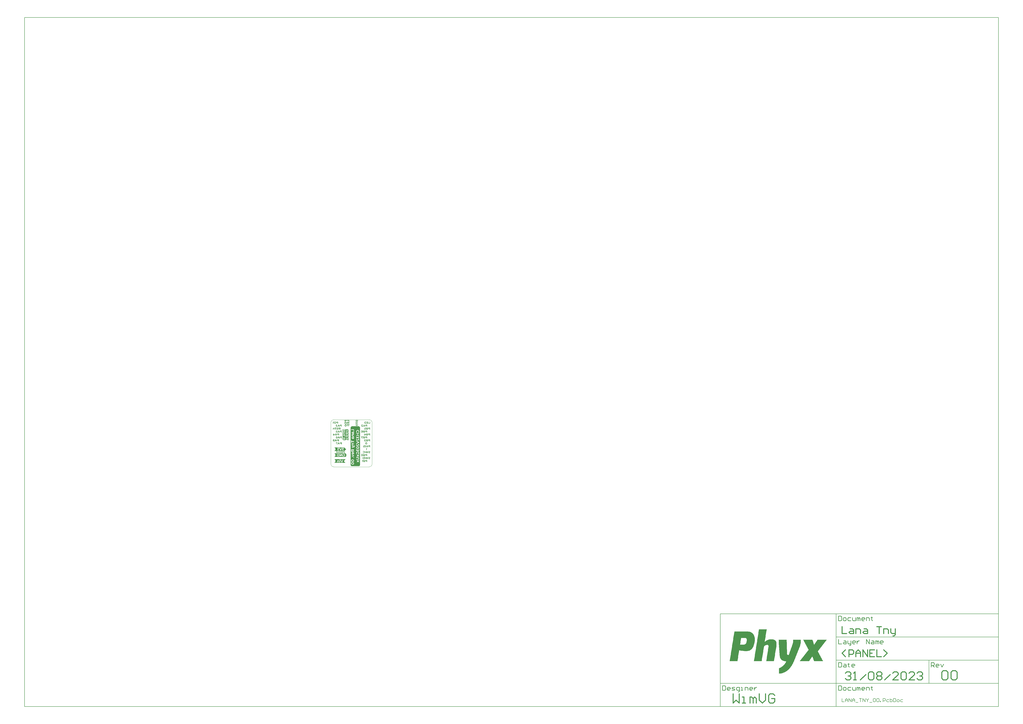
<source format=gbo>
G04*
G04 #@! TF.GenerationSoftware,Altium Limited,Altium Designer,23.8.1 (32)*
G04*
G04 Layer_Color=32896*
%FSLAX25Y25*%
%MOIN*%
G70*
G04*
G04 #@! TF.SameCoordinates,792C4401-852F-49E4-8EEA-156BCAAEB04F*
G04*
G04*
G04 #@! TF.FilePolarity,Positive*
G04*
G01*
G75*
%ADD10C,0.00984*%
%ADD12C,0.00394*%
%ADD13C,0.00787*%
%ADD16C,0.01575*%
%ADD67R,0.02000X0.05906*%
G36*
X31024Y76655D02*
X30369D01*
Y78410D01*
X27535D01*
Y79217D01*
X31024D01*
Y76655D01*
D02*
G37*
G36*
X26779Y78410D02*
X25819D01*
Y77707D01*
X25814Y77540D01*
X25795Y77382D01*
X25785Y77310D01*
X25771Y77243D01*
X25756Y77186D01*
X25742Y77128D01*
X25728Y77076D01*
X25714Y77033D01*
X25699Y76990D01*
X25690Y76961D01*
X25680Y76933D01*
X25670Y76913D01*
X25666Y76904D01*
Y76899D01*
X25604Y76780D01*
X25532Y76670D01*
X25460Y76584D01*
X25389Y76507D01*
X25326Y76450D01*
X25274Y76407D01*
X25255Y76392D01*
X25240Y76383D01*
X25231Y76373D01*
X25226D01*
X25116Y76311D01*
X25001Y76263D01*
X24886Y76230D01*
X24781Y76211D01*
X24691Y76196D01*
X24652Y76192D01*
X24619D01*
X24595Y76187D01*
X24576D01*
X24562D01*
X24557D01*
X24413Y76196D01*
X24284Y76216D01*
X24170Y76244D01*
X24074Y76278D01*
X24031Y76297D01*
X23993Y76316D01*
X23959Y76330D01*
X23931Y76345D01*
X23911Y76354D01*
X23897Y76364D01*
X23888Y76373D01*
X23883D01*
X23782Y76450D01*
X23692Y76531D01*
X23615Y76617D01*
X23553Y76703D01*
X23505Y76780D01*
X23486Y76813D01*
X23472Y76842D01*
X23457Y76866D01*
X23448Y76885D01*
X23443Y76894D01*
Y76899D01*
X23390Y77033D01*
X23352Y77167D01*
X23328Y77305D01*
X23309Y77430D01*
X23304Y77487D01*
X23300Y77540D01*
X23295Y77587D01*
X23290Y77630D01*
Y79217D01*
X26779D01*
Y78410D01*
D02*
G37*
G36*
X45747Y77538D02*
X45742Y77413D01*
X45737Y77299D01*
X45723Y77189D01*
X45709Y77088D01*
X45690Y76993D01*
X45671Y76907D01*
X45647Y76830D01*
X45623Y76763D01*
X45604Y76701D01*
X45580Y76649D01*
X45561Y76601D01*
X45542Y76567D01*
X45527Y76539D01*
X45513Y76515D01*
X45508Y76505D01*
X45503Y76500D01*
X45456Y76438D01*
X45403Y76381D01*
X45346Y76333D01*
X45288Y76295D01*
X45231Y76257D01*
X45169Y76228D01*
X45111Y76204D01*
X45054Y76185D01*
X45001Y76171D01*
X44954Y76161D01*
X44911Y76152D01*
X44872Y76147D01*
X44839Y76142D01*
X44815D01*
X44801D01*
X44796D01*
X44681Y76152D01*
X44571Y76171D01*
X44480Y76195D01*
X44399Y76228D01*
X44337Y76261D01*
X44289Y76285D01*
X44275Y76300D01*
X44260Y76304D01*
X44256Y76314D01*
X44251D01*
X44175Y76381D01*
X44107Y76457D01*
X44050Y76534D01*
X44007Y76610D01*
X43974Y76677D01*
X43950Y76730D01*
X43940Y76749D01*
X43935Y76763D01*
X43931Y76773D01*
Y76778D01*
X43883Y76701D01*
X43835Y76630D01*
X43782Y76572D01*
X43730Y76524D01*
X43687Y76486D01*
X43653Y76462D01*
X43630Y76443D01*
X43620Y76438D01*
X43543Y76395D01*
X43462Y76367D01*
X43386Y76343D01*
X43319Y76328D01*
X43257Y76319D01*
X43209Y76314D01*
X43190D01*
X43175D01*
X43171D01*
X43166D01*
X43089Y76319D01*
X43018Y76328D01*
X42946Y76348D01*
X42884Y76367D01*
X42769Y76424D01*
X42721Y76453D01*
X42674Y76486D01*
X42635Y76520D01*
X42602Y76548D01*
X42568Y76577D01*
X42544Y76606D01*
X42525Y76625D01*
X42511Y76644D01*
X42506Y76653D01*
X42502Y76658D01*
X42458Y76725D01*
X42420Y76797D01*
X42387Y76873D01*
X42358Y76955D01*
X42315Y77117D01*
X42286Y77275D01*
X42277Y77351D01*
X42272Y77418D01*
X42267Y77480D01*
X42263Y77533D01*
X42258Y77576D01*
Y79344D01*
X45747D01*
Y77538D01*
D02*
G37*
G36*
X31024Y73496D02*
X30379D01*
Y75398D01*
X29571D01*
Y73773D01*
X28940D01*
Y75398D01*
X28180D01*
Y73563D01*
X27535D01*
Y76201D01*
X31024D01*
Y73496D01*
D02*
G37*
G36*
X66611Y73255D02*
X64049D01*
Y73910D01*
X65803D01*
Y76745D01*
X66611D01*
Y73255D01*
D02*
G37*
G36*
X12299D02*
X11491D01*
Y74216D01*
X10788D01*
X10621Y74221D01*
X10463Y74240D01*
X10392Y74250D01*
X10325Y74264D01*
X10267Y74278D01*
X10210Y74293D01*
X10157Y74307D01*
X10114Y74321D01*
X10071Y74336D01*
X10043Y74345D01*
X10014Y74355D01*
X9995Y74364D01*
X9985Y74369D01*
X9980D01*
X9861Y74431D01*
X9751Y74503D01*
X9665Y74575D01*
X9589Y74646D01*
X9531Y74708D01*
X9488Y74761D01*
X9474Y74780D01*
X9464Y74795D01*
X9455Y74804D01*
Y74809D01*
X9393Y74919D01*
X9345Y75033D01*
X9311Y75148D01*
X9292Y75253D01*
X9278Y75344D01*
X9273Y75382D01*
Y75416D01*
X9268Y75440D01*
Y75459D01*
Y75473D01*
Y75478D01*
X9278Y75621D01*
X9297Y75750D01*
X9326Y75865D01*
X9359Y75961D01*
X9378Y76004D01*
X9397Y76042D01*
X9412Y76076D01*
X9426Y76104D01*
X9436Y76123D01*
X9445Y76138D01*
X9455Y76147D01*
Y76152D01*
X9531Y76252D01*
X9612Y76343D01*
X9698Y76420D01*
X9785Y76482D01*
X9861Y76530D01*
X9894Y76549D01*
X9923Y76563D01*
X9947Y76577D01*
X9966Y76587D01*
X9976Y76592D01*
X9980D01*
X10114Y76644D01*
X10248Y76683D01*
X10387Y76706D01*
X10511Y76726D01*
X10569Y76730D01*
X10621Y76735D01*
X10669Y76740D01*
X10712Y76745D01*
X12299D01*
Y73255D01*
D02*
G37*
G36*
X63595D02*
X60889D01*
Y73901D01*
X62792D01*
Y74708D01*
X61167D01*
Y75339D01*
X62792D01*
Y76099D01*
X60956D01*
Y76745D01*
X63595D01*
Y73255D01*
D02*
G37*
G36*
X60244D02*
X58657D01*
X58552Y73260D01*
X58452Y73265D01*
X58351Y73274D01*
X58260Y73289D01*
X58174Y73303D01*
X58088Y73322D01*
X58012Y73341D01*
X57940Y73365D01*
X57878Y73384D01*
X57821Y73404D01*
X57773Y73423D01*
X57730Y73437D01*
X57696Y73451D01*
X57673Y73461D01*
X57658Y73470D01*
X57653D01*
X57572Y73513D01*
X57496Y73556D01*
X57429Y73604D01*
X57362Y73657D01*
X57300Y73705D01*
X57247Y73757D01*
X57195Y73805D01*
X57147Y73853D01*
X57108Y73901D01*
X57075Y73944D01*
X57042Y73982D01*
X57018Y74015D01*
X56998Y74039D01*
X56984Y74058D01*
X56979Y74073D01*
X56975Y74077D01*
X56932Y74154D01*
X56893Y74230D01*
X56860Y74312D01*
X56831Y74388D01*
X56788Y74546D01*
X56760Y74689D01*
X56750Y74751D01*
X56745Y74814D01*
X56740Y74866D01*
X56736Y74914D01*
X56731Y74947D01*
Y74976D01*
Y74995D01*
Y75000D01*
X56736Y75096D01*
X56740Y75191D01*
X56769Y75363D01*
X56788Y75445D01*
X56807Y75521D01*
X56831Y75593D01*
X56850Y75655D01*
X56874Y75712D01*
X56898Y75765D01*
X56917Y75813D01*
X56936Y75851D01*
X56951Y75880D01*
X56965Y75899D01*
X56970Y75913D01*
X56975Y75918D01*
X57070Y76056D01*
X57180Y76176D01*
X57295Y76281D01*
X57405Y76367D01*
X57500Y76434D01*
X57543Y76463D01*
X57582Y76487D01*
X57610Y76501D01*
X57634Y76515D01*
X57649Y76525D01*
X57653D01*
X57735Y76563D01*
X57821Y76596D01*
X57993Y76654D01*
X58160Y76692D01*
X58241Y76706D01*
X58318Y76716D01*
X58390Y76726D01*
X58456Y76735D01*
X58514Y76740D01*
X58562D01*
X58600Y76745D01*
X60244D01*
Y73255D01*
D02*
G37*
G36*
X8647D02*
X7060D01*
X6955Y73260D01*
X6854Y73265D01*
X6754Y73274D01*
X6663Y73289D01*
X6577Y73303D01*
X6491Y73322D01*
X6415Y73341D01*
X6343Y73365D01*
X6281Y73384D01*
X6224Y73404D01*
X6176Y73423D01*
X6133Y73437D01*
X6099Y73451D01*
X6075Y73461D01*
X6061Y73470D01*
X6056D01*
X5975Y73513D01*
X5898Y73556D01*
X5832Y73604D01*
X5765Y73657D01*
X5702Y73705D01*
X5650Y73757D01*
X5597Y73805D01*
X5550Y73853D01*
X5511Y73901D01*
X5478Y73944D01*
X5444Y73982D01*
X5420Y74015D01*
X5401Y74039D01*
X5387Y74058D01*
X5382Y74073D01*
X5377Y74077D01*
X5334Y74154D01*
X5296Y74230D01*
X5263Y74312D01*
X5234Y74388D01*
X5191Y74546D01*
X5162Y74689D01*
X5153Y74751D01*
X5148Y74814D01*
X5143Y74866D01*
X5138Y74914D01*
X5134Y74947D01*
Y74976D01*
Y74995D01*
Y75000D01*
X5138Y75096D01*
X5143Y75191D01*
X5172Y75363D01*
X5191Y75445D01*
X5210Y75521D01*
X5234Y75593D01*
X5253Y75655D01*
X5277Y75712D01*
X5301Y75765D01*
X5320Y75813D01*
X5339Y75851D01*
X5353Y75880D01*
X5368Y75899D01*
X5373Y75913D01*
X5377Y75918D01*
X5473Y76056D01*
X5583Y76176D01*
X5698Y76281D01*
X5808Y76367D01*
X5903Y76434D01*
X5946Y76463D01*
X5985Y76487D01*
X6013Y76501D01*
X6037Y76515D01*
X6051Y76525D01*
X6056D01*
X6137Y76563D01*
X6224Y76596D01*
X6396Y76654D01*
X6563Y76692D01*
X6644Y76706D01*
X6721Y76716D01*
X6792Y76726D01*
X6859Y76735D01*
X6917Y76740D01*
X6964D01*
X7003Y76745D01*
X8647D01*
Y73255D01*
D02*
G37*
G36*
X4904Y76099D02*
X4206D01*
Y73255D01*
X3399D01*
Y76745D01*
X4904D01*
Y76099D01*
D02*
G37*
G36*
X42917Y74799D02*
X45747D01*
Y73991D01*
X42917D01*
Y72872D01*
X42258D01*
Y75917D01*
X42917D01*
Y74799D01*
D02*
G37*
G36*
X26779Y73979D02*
X26775Y73873D01*
X26770Y73773D01*
X26760Y73673D01*
X26746Y73582D01*
X26732Y73496D01*
X26713Y73410D01*
X26693Y73333D01*
X26669Y73261D01*
X26650Y73199D01*
X26631Y73142D01*
X26612Y73094D01*
X26598Y73051D01*
X26583Y73018D01*
X26574Y72994D01*
X26564Y72979D01*
Y72975D01*
X26521Y72894D01*
X26478Y72817D01*
X26430Y72750D01*
X26378Y72683D01*
X26330Y72621D01*
X26278Y72568D01*
X26230Y72516D01*
X26182Y72468D01*
X26134Y72430D01*
X26091Y72396D01*
X26053Y72363D01*
X26019Y72339D01*
X25995Y72320D01*
X25976Y72306D01*
X25962Y72301D01*
X25957Y72296D01*
X25881Y72253D01*
X25804Y72215D01*
X25723Y72181D01*
X25647Y72153D01*
X25489Y72110D01*
X25345Y72081D01*
X25283Y72071D01*
X25221Y72066D01*
X25169Y72062D01*
X25121Y72057D01*
X25087Y72052D01*
X25059D01*
X25039D01*
X25035D01*
X24939Y72057D01*
X24844Y72062D01*
X24671Y72090D01*
X24590Y72110D01*
X24514Y72129D01*
X24442Y72153D01*
X24380Y72172D01*
X24322Y72196D01*
X24270Y72220D01*
X24222Y72239D01*
X24184Y72258D01*
X24155Y72272D01*
X24136Y72286D01*
X24122Y72291D01*
X24117Y72296D01*
X23978Y72392D01*
X23859Y72501D01*
X23754Y72616D01*
X23668Y72726D01*
X23601Y72822D01*
X23572Y72865D01*
X23548Y72903D01*
X23534Y72932D01*
X23519Y72956D01*
X23510Y72970D01*
Y72975D01*
X23472Y73056D01*
X23438Y73142D01*
X23381Y73314D01*
X23343Y73481D01*
X23328Y73563D01*
X23319Y73639D01*
X23309Y73711D01*
X23300Y73778D01*
X23295Y73835D01*
Y73883D01*
X23290Y73921D01*
Y75565D01*
X26779D01*
Y73979D01*
D02*
G37*
G36*
X53323Y71766D02*
X53480Y71747D01*
X53619Y71723D01*
X53686Y71704D01*
X53743Y71690D01*
X53796Y71675D01*
X53844Y71656D01*
X53882Y71642D01*
X53920Y71632D01*
X53944Y71618D01*
X53968Y71613D01*
X53977Y71604D01*
X53982D01*
X54111Y71532D01*
X54221Y71456D01*
X54317Y71379D01*
X54398Y71302D01*
X54460Y71231D01*
X54503Y71178D01*
X54522Y71154D01*
X54532Y71140D01*
X54537Y71131D01*
X54541Y71126D01*
X53953Y70748D01*
X53906Y70810D01*
X53853Y70863D01*
X53801Y70906D01*
X53753Y70944D01*
X53710Y70968D01*
X53676Y70992D01*
X53657Y71001D01*
X53648Y71006D01*
X53576Y71035D01*
X53504Y71059D01*
X53433Y71073D01*
X53370Y71087D01*
X53313Y71092D01*
X53270Y71097D01*
X53232D01*
X53136Y71092D01*
X53050Y71078D01*
X52978Y71059D01*
X52921Y71040D01*
X52873Y71021D01*
X52840Y71001D01*
X52821Y70987D01*
X52816Y70982D01*
X52768Y70939D01*
X52735Y70887D01*
X52706Y70834D01*
X52692Y70781D01*
X52682Y70734D01*
X52672Y70696D01*
Y70672D01*
Y70667D01*
Y70662D01*
X52677Y70609D01*
X52682Y70557D01*
X52696Y70509D01*
X52711Y70461D01*
X52725Y70423D01*
X52735Y70394D01*
X52744Y70375D01*
X52749Y70370D01*
X52782Y70313D01*
X52825Y70251D01*
X52873Y70194D01*
X52921Y70136D01*
X52964Y70088D01*
X53002Y70050D01*
X53026Y70026D01*
X53031Y70021D01*
X53036Y70017D01*
X54384Y68745D01*
Y68224D01*
X51745D01*
Y68879D01*
X53246D01*
X52443Y69639D01*
X52381Y69696D01*
X52324Y69754D01*
X52271Y69811D01*
X52223Y69864D01*
X52147Y69959D01*
X52080Y70045D01*
X52037Y70112D01*
X52018Y70141D01*
X52003Y70165D01*
X51994Y70184D01*
X51984Y70198D01*
X51979Y70203D01*
Y70208D01*
X51941Y70303D01*
X51912Y70394D01*
X51889Y70485D01*
X51874Y70571D01*
X51865Y70638D01*
Y70672D01*
X51860Y70696D01*
Y70715D01*
Y70729D01*
Y70739D01*
Y70743D01*
X51865Y70858D01*
X51884Y70958D01*
X51912Y71054D01*
X51941Y71131D01*
X51970Y71197D01*
X51999Y71245D01*
X52008Y71264D01*
X52018Y71279D01*
X52022Y71283D01*
Y71288D01*
X52089Y71369D01*
X52161Y71441D01*
X52237Y71503D01*
X52309Y71556D01*
X52376Y71594D01*
X52429Y71623D01*
X52448Y71632D01*
X52462Y71642D01*
X52472Y71647D01*
X52477D01*
X52591Y71690D01*
X52706Y71723D01*
X52821Y71742D01*
X52926Y71761D01*
X52974Y71766D01*
X53017Y71771D01*
X53055D01*
X53088Y71776D01*
X53155D01*
X53323Y71766D01*
D02*
G37*
G36*
X44208Y72653D02*
X44304Y72643D01*
X44390Y72633D01*
X44476Y72619D01*
X44557Y72600D01*
X44633Y72586D01*
X44700Y72566D01*
X44762Y72547D01*
X44815Y72533D01*
X44863Y72514D01*
X44901Y72500D01*
X44930Y72490D01*
X44954Y72480D01*
X44968Y72471D01*
X44973D01*
X45116Y72390D01*
X45240Y72304D01*
X45346Y72218D01*
X45436Y72132D01*
X45475Y72088D01*
X45503Y72055D01*
X45532Y72022D01*
X45556Y71993D01*
X45570Y71969D01*
X45585Y71950D01*
X45589Y71940D01*
X45594Y71935D01*
X45632Y71869D01*
X45661Y71807D01*
X45714Y71673D01*
X45752Y71544D01*
X45776Y71424D01*
X45785Y71372D01*
X45795Y71319D01*
X45800Y71276D01*
Y71238D01*
X45804Y71209D01*
Y71166D01*
X45800Y71085D01*
X45795Y71008D01*
X45771Y70860D01*
X45737Y70731D01*
X45718Y70669D01*
X45699Y70616D01*
X45680Y70564D01*
X45661Y70521D01*
X45642Y70482D01*
X45628Y70449D01*
X45613Y70425D01*
X45604Y70406D01*
X45594Y70396D01*
Y70392D01*
X45503Y70272D01*
X45408Y70167D01*
X45303Y70076D01*
X45202Y70000D01*
X45111Y69937D01*
X45073Y69914D01*
X45040Y69894D01*
X45011Y69880D01*
X44992Y69871D01*
X44978Y69861D01*
X44973D01*
X44815Y69794D01*
X44648Y69746D01*
X44485Y69713D01*
X44337Y69689D01*
X44265Y69679D01*
X44203Y69675D01*
X44146Y69670D01*
X44098D01*
X44055Y69665D01*
X44026D01*
X44007D01*
X44002D01*
X43797Y69675D01*
X43701Y69684D01*
X43610Y69694D01*
X43529Y69708D01*
X43448Y69727D01*
X43371Y69746D01*
X43304Y69761D01*
X43242Y69780D01*
X43190Y69799D01*
X43142Y69813D01*
X43104Y69832D01*
X43075Y69842D01*
X43051Y69851D01*
X43037Y69861D01*
X43032D01*
X42889Y69937D01*
X42764Y70024D01*
X42654Y70114D01*
X42568Y70196D01*
X42530Y70239D01*
X42502Y70272D01*
X42473Y70306D01*
X42449Y70334D01*
X42434Y70358D01*
X42420Y70377D01*
X42411Y70387D01*
Y70392D01*
X42372Y70454D01*
X42339Y70521D01*
X42286Y70654D01*
X42248Y70784D01*
X42224Y70908D01*
X42215Y70960D01*
X42205Y71008D01*
X42200Y71056D01*
Y71094D01*
X42195Y71123D01*
Y71247D01*
X42205Y71324D01*
X42229Y71467D01*
X42263Y71596D01*
X42282Y71658D01*
X42301Y71711D01*
X42325Y71763D01*
X42344Y71807D01*
X42363Y71845D01*
X42377Y71873D01*
X42391Y71902D01*
X42401Y71921D01*
X42406Y71931D01*
X42411Y71935D01*
X42497Y72055D01*
X42597Y72160D01*
X42702Y72256D01*
X42803Y72332D01*
X42893Y72390D01*
X42932Y72413D01*
X42965Y72433D01*
X42994Y72452D01*
X43013Y72461D01*
X43027Y72466D01*
X43032Y72471D01*
X43190Y72533D01*
X43357Y72581D01*
X43520Y72614D01*
X43668Y72638D01*
X43740Y72648D01*
X43802Y72653D01*
X43859Y72657D01*
X43907D01*
X43950Y72662D01*
X43979D01*
X43998D01*
X44002D01*
X44208Y72653D01*
D02*
G37*
G36*
X31024Y71263D02*
X31019Y71158D01*
X31014Y71058D01*
X31005Y70958D01*
X30991Y70867D01*
X30976Y70781D01*
X30957Y70695D01*
X30938Y70618D01*
X30914Y70547D01*
X30895Y70484D01*
X30876Y70427D01*
X30857Y70379D01*
X30842Y70336D01*
X30828Y70303D01*
X30819Y70279D01*
X30809Y70265D01*
Y70260D01*
X30766Y70178D01*
X30723Y70102D01*
X30675Y70035D01*
X30623Y69968D01*
X30575Y69906D01*
X30522Y69853D01*
X30474Y69801D01*
X30427Y69753D01*
X30379Y69715D01*
X30336Y69681D01*
X30297Y69648D01*
X30264Y69624D01*
X30240Y69605D01*
X30221Y69591D01*
X30207Y69586D01*
X30202Y69581D01*
X30125Y69538D01*
X30049Y69500D01*
X29968Y69466D01*
X29891Y69437D01*
X29733Y69394D01*
X29590Y69366D01*
X29528Y69356D01*
X29466Y69352D01*
X29413Y69347D01*
X29365Y69342D01*
X29332Y69337D01*
X29303D01*
X29284D01*
X29279D01*
X29184Y69342D01*
X29088Y69347D01*
X28916Y69375D01*
X28835Y69394D01*
X28758Y69414D01*
X28687Y69437D01*
X28624Y69457D01*
X28567Y69481D01*
X28515Y69504D01*
X28467Y69524D01*
X28429Y69543D01*
X28400Y69557D01*
X28381Y69571D01*
X28366Y69576D01*
X28362Y69581D01*
X28223Y69677D01*
X28104Y69787D01*
X27998Y69901D01*
X27912Y70011D01*
X27845Y70107D01*
X27817Y70150D01*
X27793Y70188D01*
X27778Y70217D01*
X27764Y70241D01*
X27755Y70255D01*
Y70260D01*
X27716Y70341D01*
X27683Y70427D01*
X27626Y70599D01*
X27587Y70766D01*
X27573Y70848D01*
X27563Y70924D01*
X27554Y70996D01*
X27544Y71063D01*
X27539Y71120D01*
Y71168D01*
X27535Y71206D01*
Y72851D01*
X31024D01*
Y71263D01*
D02*
G37*
G36*
X25240Y71655D02*
X25336Y71646D01*
X25422Y71636D01*
X25508Y71622D01*
X25589Y71603D01*
X25666Y71588D01*
X25733Y71569D01*
X25795Y71550D01*
X25847Y71536D01*
X25895Y71517D01*
X25933Y71503D01*
X25962Y71493D01*
X25986Y71483D01*
X26000Y71474D01*
X26005D01*
X26149Y71393D01*
X26273Y71307D01*
X26378Y71220D01*
X26469Y71134D01*
X26507Y71091D01*
X26536Y71058D01*
X26564Y71025D01*
X26588Y70996D01*
X26603Y70972D01*
X26617Y70953D01*
X26622Y70943D01*
X26627Y70938D01*
X26665Y70872D01*
X26693Y70809D01*
X26746Y70675D01*
X26784Y70547D01*
X26808Y70427D01*
X26818Y70374D01*
X26827Y70322D01*
X26832Y70279D01*
Y70241D01*
X26837Y70212D01*
Y70169D01*
X26832Y70088D01*
X26827Y70011D01*
X26803Y69863D01*
X26770Y69734D01*
X26751Y69672D01*
X26732Y69619D01*
X26713Y69567D01*
X26693Y69524D01*
X26674Y69485D01*
X26660Y69452D01*
X26646Y69428D01*
X26636Y69409D01*
X26627Y69399D01*
Y69394D01*
X26536Y69275D01*
X26440Y69170D01*
X26335Y69079D01*
X26234Y69002D01*
X26144Y68940D01*
X26105Y68916D01*
X26072Y68897D01*
X26043Y68883D01*
X26024Y68874D01*
X26010Y68864D01*
X26005D01*
X25847Y68797D01*
X25680Y68749D01*
X25517Y68716D01*
X25369Y68692D01*
X25298Y68682D01*
X25236Y68678D01*
X25178Y68673D01*
X25130D01*
X25087Y68668D01*
X25059D01*
X25039D01*
X25035D01*
X24829Y68678D01*
X24734Y68687D01*
X24643Y68697D01*
X24562Y68711D01*
X24480Y68730D01*
X24404Y68749D01*
X24337Y68764D01*
X24275Y68783D01*
X24222Y68802D01*
X24174Y68816D01*
X24136Y68835D01*
X24107Y68845D01*
X24083Y68854D01*
X24069Y68864D01*
X24064D01*
X23921Y68940D01*
X23797Y69026D01*
X23687Y69117D01*
X23601Y69199D01*
X23562Y69241D01*
X23534Y69275D01*
X23505Y69309D01*
X23481Y69337D01*
X23467Y69361D01*
X23452Y69380D01*
X23443Y69390D01*
Y69394D01*
X23405Y69457D01*
X23371Y69524D01*
X23319Y69657D01*
X23280Y69787D01*
X23257Y69911D01*
X23247Y69963D01*
X23237Y70011D01*
X23233Y70059D01*
Y70097D01*
X23228Y70126D01*
Y70250D01*
X23237Y70327D01*
X23261Y70470D01*
X23295Y70599D01*
X23314Y70661D01*
X23333Y70714D01*
X23357Y70766D01*
X23376Y70809D01*
X23395Y70848D01*
X23410Y70876D01*
X23424Y70905D01*
X23433Y70924D01*
X23438Y70934D01*
X23443Y70938D01*
X23529Y71058D01*
X23629Y71163D01*
X23735Y71259D01*
X23835Y71335D01*
X23926Y71393D01*
X23964Y71416D01*
X23998Y71436D01*
X24026Y71455D01*
X24045Y71464D01*
X24060Y71469D01*
X24064Y71474D01*
X24222Y71536D01*
X24389Y71584D01*
X24552Y71617D01*
X24700Y71641D01*
X24772Y71651D01*
X24834Y71655D01*
X24891Y71660D01*
X24939D01*
X24982Y71665D01*
X25011D01*
X25030D01*
X25035D01*
X25240Y71655D01*
D02*
G37*
G36*
X18236Y68284D02*
X17428D01*
Y69245D01*
X16725D01*
X16558Y69249D01*
X16400Y69269D01*
X16329Y69278D01*
X16262Y69293D01*
X16204Y69307D01*
X16147Y69321D01*
X16094Y69336D01*
X16051Y69350D01*
X16008Y69364D01*
X15980Y69374D01*
X15951Y69383D01*
X15932Y69393D01*
X15922Y69398D01*
X15917D01*
X15798Y69460D01*
X15688Y69532D01*
X15602Y69603D01*
X15526Y69675D01*
X15468Y69737D01*
X15425Y69790D01*
X15411Y69809D01*
X15401Y69823D01*
X15392Y69833D01*
Y69837D01*
X15329Y69947D01*
X15282Y70062D01*
X15248Y70177D01*
X15229Y70282D01*
X15215Y70373D01*
X15210Y70411D01*
Y70445D01*
X15205Y70468D01*
Y70487D01*
Y70502D01*
Y70507D01*
X15215Y70650D01*
X15234Y70779D01*
X15263Y70894D01*
X15296Y70989D01*
X15315Y71033D01*
X15334Y71071D01*
X15349Y71104D01*
X15363Y71133D01*
X15372Y71152D01*
X15382Y71166D01*
X15392Y71176D01*
Y71181D01*
X15468Y71281D01*
X15549Y71372D01*
X15635Y71448D01*
X15721Y71510D01*
X15798Y71558D01*
X15831Y71577D01*
X15860Y71592D01*
X15884Y71606D01*
X15903Y71616D01*
X15913Y71620D01*
X15917D01*
X16051Y71673D01*
X16185Y71711D01*
X16324Y71735D01*
X16448Y71754D01*
X16505Y71759D01*
X16558Y71764D01*
X16606Y71769D01*
X16649Y71773D01*
X18236D01*
Y68284D01*
D02*
G37*
G36*
X15038D02*
X14216D01*
X13905Y69030D01*
X12285D01*
X11974Y68284D01*
X11123D01*
X12686Y71773D01*
X13484D01*
X15038Y68284D01*
D02*
G37*
G36*
X11004Y71128D02*
X9517D01*
X10234Y70311D01*
Y69780D01*
X9866D01*
X9751Y69775D01*
X9651Y69761D01*
X9560Y69742D01*
X9488Y69713D01*
X9421Y69680D01*
X9369Y69646D01*
X9326Y69603D01*
X9292Y69565D01*
X9264Y69527D01*
X9245Y69489D01*
X9230Y69450D01*
X9221Y69417D01*
X9216Y69388D01*
X9211Y69369D01*
Y69355D01*
Y69350D01*
X9221Y69273D01*
X9240Y69207D01*
X9268Y69149D01*
X9297Y69101D01*
X9331Y69063D01*
X9359Y69039D01*
X9378Y69020D01*
X9388Y69015D01*
X9460Y68977D01*
X9536Y68948D01*
X9613Y68929D01*
X9689Y68915D01*
X9761Y68905D01*
X9813Y68901D01*
X9866D01*
X9966Y68905D01*
X10067Y68915D01*
X10153Y68924D01*
X10234Y68944D01*
X10306Y68958D01*
X10353Y68967D01*
X10377Y68972D01*
X10387Y68977D01*
X10396Y68982D01*
X10401D01*
X10497Y69015D01*
X10583Y69054D01*
X10664Y69092D01*
X10731Y69130D01*
X10789Y69164D01*
X10831Y69192D01*
X10855Y69211D01*
X10865Y69216D01*
X11176Y68595D01*
X11080Y68533D01*
X10975Y68480D01*
X10875Y68432D01*
X10779Y68394D01*
X10698Y68361D01*
X10664Y68351D01*
X10631Y68341D01*
X10607Y68332D01*
X10588Y68327D01*
X10578Y68322D01*
X10573D01*
X10440Y68289D01*
X10311Y68265D01*
X10186Y68251D01*
X10076Y68241D01*
X10029Y68236D01*
X9981Y68231D01*
X9942D01*
X9909Y68227D01*
X9847D01*
X9675Y68231D01*
X9522Y68251D01*
X9450Y68260D01*
X9388Y68274D01*
X9326Y68289D01*
X9268Y68303D01*
X9221Y68317D01*
X9178Y68332D01*
X9139Y68346D01*
X9106Y68356D01*
X9082Y68365D01*
X9063Y68375D01*
X9053Y68380D01*
X9049D01*
X8934Y68442D01*
X8833Y68509D01*
X8747Y68576D01*
X8681Y68642D01*
X8628Y68700D01*
X8590Y68743D01*
X8575Y68762D01*
X8571Y68776D01*
X8561Y68781D01*
Y68786D01*
X8508Y68886D01*
X8465Y68982D01*
X8437Y69077D01*
X8418Y69164D01*
X8408Y69240D01*
X8403Y69273D01*
X8399Y69297D01*
Y69321D01*
Y69336D01*
Y69345D01*
Y69350D01*
X8403Y69422D01*
X8408Y69493D01*
X8437Y69618D01*
X8475Y69732D01*
X8518Y69828D01*
X8542Y69866D01*
X8566Y69904D01*
X8585Y69938D01*
X8604Y69962D01*
X8618Y69981D01*
X8633Y69995D01*
X8637Y70005D01*
X8642Y70010D01*
X8690Y70057D01*
X8743Y70100D01*
X8853Y70177D01*
X8972Y70234D01*
X9087Y70282D01*
X9139Y70301D01*
X9187Y70315D01*
X9230Y70330D01*
X9268Y70339D01*
X9302Y70344D01*
X9326Y70349D01*
X9340Y70354D01*
X9345D01*
X8556Y71252D01*
Y71773D01*
X11004D01*
Y71128D01*
D02*
G37*
G36*
X61611Y68224D02*
X60803D01*
Y69185D01*
X60101D01*
X59933Y69190D01*
X59776Y69209D01*
X59704Y69218D01*
X59637Y69233D01*
X59580Y69247D01*
X59522Y69261D01*
X59470Y69276D01*
X59427Y69290D01*
X59384Y69305D01*
X59355Y69314D01*
X59326Y69324D01*
X59307Y69333D01*
X59298Y69338D01*
X59293D01*
X59173Y69400D01*
X59063Y69472D01*
X58977Y69543D01*
X58901Y69615D01*
X58843Y69677D01*
X58800Y69730D01*
X58786Y69749D01*
X58776Y69763D01*
X58767Y69773D01*
Y69778D01*
X58705Y69888D01*
X58657Y70002D01*
X58624Y70117D01*
X58605Y70222D01*
X58590Y70313D01*
X58585Y70351D01*
Y70385D01*
X58581Y70409D01*
Y70428D01*
Y70442D01*
Y70447D01*
X58590Y70590D01*
X58609Y70719D01*
X58638Y70834D01*
X58671Y70930D01*
X58691Y70973D01*
X58710Y71011D01*
X58724Y71044D01*
X58738Y71073D01*
X58748Y71092D01*
X58757Y71107D01*
X58767Y71116D01*
Y71121D01*
X58843Y71221D01*
X58925Y71312D01*
X59011Y71389D01*
X59097Y71451D01*
X59173Y71499D01*
X59207Y71518D01*
X59235Y71532D01*
X59259Y71546D01*
X59278Y71556D01*
X59288Y71561D01*
X59293D01*
X59427Y71613D01*
X59561Y71652D01*
X59699Y71675D01*
X59823Y71694D01*
X59881Y71699D01*
X59933Y71704D01*
X59981Y71709D01*
X60024Y71714D01*
X61611D01*
Y68224D01*
D02*
G37*
G36*
X58413D02*
X57591D01*
X57280Y68970D01*
X55660D01*
X55349Y68224D01*
X54498D01*
X56062Y71714D01*
X56860D01*
X58413Y68224D01*
D02*
G37*
G36*
X28639Y64033D02*
X28667D01*
Y64060D01*
X28694D01*
Y64033D01*
X28722D01*
X28722Y64060D01*
X28750D01*
Y63534D01*
X28778D01*
X28805Y63534D01*
X28833Y63534D01*
Y63507D01*
X28861D01*
X28861Y63534D01*
X28999D01*
X29027Y63534D01*
X29054Y63534D01*
X29276D01*
Y63507D01*
X29248D01*
X29248Y63479D01*
X29276D01*
Y63451D01*
X29248Y63451D01*
Y63424D01*
X29276D01*
Y63396D01*
X29248D01*
X29248Y63368D01*
X29276D01*
Y63340D01*
X29248D01*
X29248Y63313D01*
X29276D01*
Y63285D01*
X29248D01*
Y63257D01*
X29276D01*
Y63230D01*
X29248D01*
Y63202D01*
X29276D01*
Y63174D01*
X29248D01*
Y63147D01*
X29276D01*
Y63119D01*
X29248D01*
X29248Y63091D01*
X29276Y63091D01*
Y63064D01*
X29248Y63064D01*
X29248Y63036D01*
X29276D01*
X29276Y63008D01*
X29304D01*
Y62981D01*
X29331D01*
X29331Y63008D01*
X29359D01*
Y62981D01*
X29387Y62981D01*
Y63008D01*
X29414D01*
Y62981D01*
X29442D01*
X29442Y63008D01*
X29470D01*
Y62981D01*
X29497D01*
Y63008D01*
X29525D01*
Y62981D01*
X29553Y62981D01*
Y63008D01*
X29580Y63008D01*
X29580Y62981D01*
X29608Y62981D01*
Y63008D01*
X29636Y63008D01*
Y62981D01*
X29663Y62981D01*
Y63008D01*
X29691Y63008D01*
Y62981D01*
X29719D01*
Y63008D01*
X29746D01*
Y62981D01*
X29774Y62981D01*
Y62953D01*
X29802D01*
X29802Y62925D01*
X29774Y62925D01*
Y62897D01*
X29802D01*
X29802Y62870D01*
X29774Y62870D01*
Y62842D01*
X29802D01*
Y62814D01*
X29774D01*
X29774Y62787D01*
X29802D01*
Y62759D01*
X29774Y62759D01*
Y62731D01*
X29802Y62731D01*
Y62704D01*
X29774Y62704D01*
Y62676D01*
X29802D01*
X29802Y62648D01*
X29774Y62648D01*
Y62621D01*
X29802D01*
Y62593D01*
X29774D01*
Y62565D01*
X29802Y62565D01*
Y62537D01*
X29774Y62538D01*
Y62510D01*
X29802D01*
Y62482D01*
X29774Y62482D01*
Y62454D01*
X29802D01*
X29802Y62427D01*
X29774D01*
X29774Y62399D01*
X29802D01*
Y62371D01*
X29774Y62371D01*
X29774Y62344D01*
X29802D01*
X29802Y62316D01*
X29774D01*
Y62288D01*
X29802D01*
Y62261D01*
X29774Y62261D01*
Y62233D01*
X29802Y62233D01*
Y62205D01*
X29774Y62205D01*
X29774Y62178D01*
X29802D01*
Y62150D01*
X29774D01*
Y62122D01*
X29802D01*
Y62095D01*
X29774D01*
Y62067D01*
X29802Y62067D01*
X29802Y62039D01*
X29774D01*
Y62011D01*
X29802D01*
Y61984D01*
X29774D01*
X29774Y61956D01*
X29802D01*
X29802Y61928D01*
X29774Y61928D01*
Y61901D01*
X29802Y61901D01*
X29802Y61873D01*
X29774D01*
Y61845D01*
X29802D01*
Y61818D01*
X29774D01*
Y61790D01*
X29802D01*
X29802Y61762D01*
X29774Y61762D01*
Y61735D01*
X29802D01*
Y61707D01*
X29774D01*
Y61679D01*
X29802D01*
Y61652D01*
X29774D01*
Y61624D01*
X29802Y61624D01*
Y61596D01*
X29774Y61596D01*
X29774Y61569D01*
X29802D01*
Y61541D01*
X29774D01*
Y61513D01*
X29802D01*
Y61485D01*
X29774D01*
Y61458D01*
X29802D01*
X29802Y61430D01*
X29774D01*
Y61402D01*
X29802Y61402D01*
X29802Y61375D01*
X29774D01*
X29774Y61347D01*
X29802Y61347D01*
Y61319D01*
X29774D01*
Y61292D01*
X29802Y61292D01*
Y61264D01*
X29774Y61264D01*
Y61236D01*
X29802Y61236D01*
Y61209D01*
X29774D01*
Y61181D01*
X29802D01*
Y61153D01*
X29774D01*
X29774Y61126D01*
X29802Y61126D01*
X29802Y61098D01*
X29774D01*
Y61070D01*
X29802D01*
Y61043D01*
X29774D01*
Y61015D01*
X29802Y61015D01*
Y60987D01*
X29774D01*
X29774Y60960D01*
X29802D01*
X29802Y60932D01*
X29774D01*
X29774Y60904D01*
X29802Y60904D01*
Y60877D01*
X29774D01*
Y60849D01*
X29802D01*
Y60821D01*
X29774Y60821D01*
Y60793D01*
X29802D01*
X29802Y60766D01*
X29774D01*
X29774Y60738D01*
X29802D01*
Y60710D01*
X29774Y60710D01*
Y60683D01*
X29802D01*
X29802Y60655D01*
X29774D01*
Y60627D01*
X29802D01*
X29802Y60600D01*
X29774Y60600D01*
Y60572D01*
X29802Y60572D01*
Y60544D01*
X29774D01*
X29774Y60517D01*
X29802D01*
Y60489D01*
X29774Y60489D01*
Y60461D01*
X29802D01*
Y60434D01*
X29774Y60434D01*
Y60406D01*
X29802D01*
Y60378D01*
X29774D01*
Y60351D01*
X29802Y60351D01*
X29802Y60323D01*
X29774D01*
Y60295D01*
X29802D01*
Y60267D01*
X29774D01*
Y60240D01*
X29802D01*
Y60212D01*
X29774Y60212D01*
Y60184D01*
X29802Y60184D01*
X29802Y60157D01*
X29774D01*
Y60129D01*
X29802Y60129D01*
X29802Y60101D01*
X29774Y60101D01*
Y60074D01*
X29802D01*
X29802Y60046D01*
X29774D01*
Y60018D01*
X29802Y60018D01*
X29802Y59991D01*
X29774Y59991D01*
Y59963D01*
X29802D01*
Y59935D01*
X29774Y59935D01*
Y59908D01*
X29802D01*
X29802Y59880D01*
X29774Y59880D01*
Y59852D01*
X29802D01*
Y59825D01*
X29774D01*
Y59797D01*
X29802D01*
X29802Y59769D01*
X29774D01*
Y59741D01*
X29802D01*
Y59714D01*
X29774D01*
Y59686D01*
X29802Y59686D01*
Y59658D01*
X29774D01*
Y59631D01*
X29802Y59631D01*
Y59603D01*
X29774D01*
X29774Y59575D01*
X29802Y59575D01*
X29802Y59548D01*
X29774D01*
Y59520D01*
X29802D01*
Y59492D01*
X29774Y59492D01*
Y59465D01*
X29802D01*
Y59437D01*
X29774Y59437D01*
Y59409D01*
X29802D01*
Y59382D01*
X29774D01*
X29774Y59354D01*
X29802D01*
Y59326D01*
X29276D01*
Y59298D01*
X29248Y59298D01*
X29248Y59271D01*
X29276D01*
X29276Y59243D01*
X29248Y59243D01*
X29248Y59215D01*
X29276D01*
Y59188D01*
X29248D01*
Y59160D01*
X29276Y59160D01*
Y59132D01*
X29248D01*
Y59105D01*
X29276D01*
Y59077D01*
X29248D01*
Y59049D01*
X29276D01*
Y59022D01*
X29248D01*
X29248Y58994D01*
X29276D01*
Y58966D01*
X29248Y58966D01*
X29248Y58938D01*
X29276Y58939D01*
X29276Y58911D01*
X29248D01*
X29248Y58883D01*
X29276D01*
X29276Y58855D01*
X29248Y58855D01*
X29248Y58828D01*
X29276D01*
Y58800D01*
X29248D01*
Y58772D01*
X29276D01*
Y58745D01*
X29248D01*
Y58717D01*
X29276D01*
Y58689D01*
X29248Y58689D01*
X29248Y58662D01*
X29276D01*
Y58634D01*
X29248D01*
X29248Y58606D01*
X29276D01*
Y58579D01*
X29248D01*
Y58551D01*
X29276D01*
X29276Y58523D01*
X29248D01*
Y58496D01*
X29276Y58496D01*
Y58468D01*
X29248Y58468D01*
Y58440D01*
X29276D01*
X29276Y58413D01*
X29248D01*
X29248Y58385D01*
X29276D01*
Y58357D01*
X29248D01*
X29248Y58329D01*
X29276D01*
Y58302D01*
X29248D01*
Y58274D01*
X29774D01*
Y58246D01*
X29802D01*
Y58219D01*
X29774D01*
Y58191D01*
X29802Y58191D01*
Y58163D01*
X29774Y58163D01*
Y58136D01*
X29802Y58136D01*
Y58108D01*
X29774Y58108D01*
Y58080D01*
X29802D01*
Y58053D01*
X29774D01*
Y58025D01*
X29802Y58025D01*
X29802Y57997D01*
X29774Y57997D01*
Y57970D01*
X29802Y57970D01*
X29802Y57942D01*
X29774D01*
Y57914D01*
X29802D01*
Y57886D01*
X29774Y57887D01*
Y57859D01*
X29802D01*
X29802Y57831D01*
X29774D01*
Y57803D01*
X29802D01*
Y57776D01*
X29774D01*
X29774Y57748D01*
X29802D01*
Y57721D01*
X29774D01*
X29774Y57693D01*
X29802Y57693D01*
Y57665D01*
X29774Y57665D01*
Y57637D01*
X29802D01*
Y57610D01*
X29774Y57610D01*
Y57582D01*
X29802D01*
Y57554D01*
X29774D01*
X29774Y57527D01*
X29802D01*
Y57499D01*
X29774Y57499D01*
Y57471D01*
X29802Y57471D01*
Y57444D01*
X29774D01*
Y57416D01*
X29802D01*
Y57388D01*
X29774Y57388D01*
Y57361D01*
X29802Y57361D01*
Y57333D01*
X29774D01*
Y57305D01*
X29802Y57305D01*
Y57278D01*
X29774D01*
Y57250D01*
X29802D01*
Y57222D01*
X29774D01*
Y57195D01*
X29802Y57194D01*
Y57167D01*
X29774Y57167D01*
Y57139D01*
X29802D01*
Y57111D01*
X29774D01*
Y57084D01*
X29802Y57084D01*
X29802Y57056D01*
X29774Y57056D01*
X29774Y57028D01*
X29802Y57028D01*
Y57001D01*
X29774Y57001D01*
Y56973D01*
X29802Y56973D01*
Y56945D01*
X29774D01*
Y56918D01*
X29802Y56918D01*
X29802Y56890D01*
X29774Y56890D01*
Y56862D01*
X29802D01*
Y56835D01*
X29774D01*
Y56807D01*
X29802Y56807D01*
Y56779D01*
X29774Y56779D01*
Y56752D01*
X29802Y56752D01*
Y56724D01*
X29774Y56724D01*
Y56696D01*
X29802D01*
Y56668D01*
X29774Y56668D01*
X29774Y56641D01*
X29802D01*
Y56613D01*
X29774Y56613D01*
Y56585D01*
X29802D01*
X29802Y56558D01*
X29774D01*
Y56530D01*
X29802Y56530D01*
Y56502D01*
X29774Y56502D01*
Y56475D01*
X29802D01*
X29802Y56447D01*
X29774D01*
X29774Y56419D01*
X29802D01*
Y56392D01*
X29774D01*
Y56364D01*
X29802D01*
Y56336D01*
X29774D01*
Y56309D01*
X29802Y56309D01*
Y56281D01*
X29774D01*
Y56253D01*
X29802Y56253D01*
X29802Y56226D01*
X29774D01*
Y56198D01*
X29802D01*
X29802Y56170D01*
X29774D01*
Y56142D01*
X29802D01*
Y56115D01*
X29774Y56115D01*
Y56087D01*
X29802D01*
X29802Y56059D01*
X29774D01*
Y56032D01*
X29802D01*
Y56004D01*
X29774D01*
X29774Y55976D01*
X29802Y55976D01*
X29802Y55949D01*
X29774Y55949D01*
Y55921D01*
X29802D01*
Y55893D01*
X29774D01*
Y55866D01*
X29802D01*
Y55838D01*
X29774D01*
X29774Y55810D01*
X29802D01*
Y55783D01*
X29774Y55783D01*
X29774Y55755D01*
X29802D01*
Y55727D01*
X29774Y55727D01*
Y55699D01*
X29802D01*
Y55672D01*
X29774D01*
Y55644D01*
X29802Y55644D01*
X29802Y55616D01*
X29774Y55616D01*
X29774Y55589D01*
X29802D01*
Y55561D01*
X29774D01*
Y55533D01*
X29802D01*
X29802Y55506D01*
X29774Y55506D01*
Y55478D01*
X29802D01*
Y55450D01*
X29774D01*
X29774Y55423D01*
X29802D01*
Y55395D01*
X29774D01*
X29774Y55367D01*
X29802D01*
Y55340D01*
X29774D01*
Y55312D01*
X29802D01*
X29802Y55284D01*
X29774D01*
Y55256D01*
X29802D01*
Y55229D01*
X29774D01*
Y55201D01*
X29802D01*
Y55173D01*
X29774Y55173D01*
Y55146D01*
X29802Y55146D01*
X29802Y55118D01*
X29774Y55118D01*
Y55090D01*
X29802Y55090D01*
X29802Y55063D01*
X29774D01*
X29774Y55035D01*
X29802D01*
Y55007D01*
X29774D01*
X29774Y54980D01*
X29802D01*
Y54952D01*
X29774Y54952D01*
Y54924D01*
X29802D01*
X29802Y54897D01*
X29774D01*
Y54869D01*
X29802Y54869D01*
X29802Y54841D01*
X29774Y54841D01*
Y54814D01*
X29802D01*
X29802Y54786D01*
X29774D01*
X29774Y54758D01*
X29802D01*
Y54730D01*
X29774Y54730D01*
Y54703D01*
X29802Y54703D01*
Y54675D01*
X29774D01*
Y54647D01*
X29802Y54647D01*
Y54620D01*
X29774D01*
X29774Y54592D01*
X29746Y54592D01*
X29719Y54592D01*
X29691Y54592D01*
Y54564D01*
X29663D01*
Y54592D01*
X29636Y54592D01*
X29608Y54592D01*
X29580Y54592D01*
Y54564D01*
X29553D01*
Y54592D01*
X29470D01*
Y54564D01*
X29442D01*
Y54592D01*
X29359D01*
Y54564D01*
X29331D01*
X29331Y54592D01*
X29304D01*
X29276Y54592D01*
X29248Y54592D01*
X29248Y54564D01*
X29276D01*
Y54537D01*
X29248D01*
X29248Y54509D01*
X29276D01*
Y54481D01*
X29248D01*
Y54454D01*
X29276Y54454D01*
Y54426D01*
X29248D01*
X29248Y54398D01*
X29276Y54398D01*
X29276Y54371D01*
X29248Y54371D01*
Y54343D01*
X29276D01*
X29276Y54315D01*
X29248D01*
X29248Y54288D01*
X29276Y54288D01*
Y54260D01*
X29248Y54260D01*
Y54232D01*
X29276Y54232D01*
X29276Y54204D01*
X29248Y54204D01*
Y54177D01*
X29276Y54177D01*
Y54149D01*
X29248D01*
Y54122D01*
X29276D01*
X29276Y54094D01*
X29248D01*
X29248Y54066D01*
X29276D01*
X29276Y54038D01*
X29248D01*
X29248Y54011D01*
X29276Y54011D01*
Y53983D01*
X29248Y53983D01*
Y53955D01*
X29276D01*
Y53928D01*
X29248D01*
Y53900D01*
X29276D01*
Y53872D01*
X29248D01*
Y53845D01*
X29276Y53845D01*
Y53817D01*
X29248Y53817D01*
X29248Y53789D01*
X29276D01*
X29276Y53762D01*
X29248Y53762D01*
X29248Y53734D01*
X29276Y53734D01*
X29276Y53706D01*
X29248D01*
X29248Y53679D01*
X29276Y53679D01*
X29276Y53651D01*
X29248D01*
Y53623D01*
X29276Y53623D01*
Y53596D01*
X29248D01*
Y53568D01*
X29276Y53568D01*
Y53540D01*
X29359D01*
X29387Y53540D01*
X29414Y53540D01*
X29442Y53540D01*
X29470Y53540D01*
Y53512D01*
X29497D01*
Y53540D01*
X29691D01*
Y53512D01*
X29719D01*
Y53540D01*
X29802D01*
Y53512D01*
X29774D01*
X29774Y53485D01*
X29802D01*
Y53457D01*
X29774Y53457D01*
X29774Y53429D01*
X29802Y53429D01*
X29802Y53402D01*
X29774D01*
Y53374D01*
X29802D01*
Y53346D01*
X29774Y53346D01*
Y53319D01*
X29802Y53319D01*
X29802Y53291D01*
X29774Y53291D01*
X29774Y53263D01*
X29802Y53263D01*
X29802Y53236D01*
X29774D01*
X29774Y53208D01*
X29802Y53208D01*
Y53180D01*
X29774Y53180D01*
Y53153D01*
X29802Y53153D01*
X29802Y53125D01*
X29774D01*
Y53097D01*
X29802D01*
Y53069D01*
X29774D01*
X29774Y53042D01*
X29802D01*
Y53014D01*
X29774Y53014D01*
Y52986D01*
X29802D01*
Y52959D01*
X29774Y52959D01*
Y52931D01*
X29802D01*
Y52903D01*
X29774D01*
X29774Y52876D01*
X29802Y52876D01*
Y52848D01*
X29774D01*
X29774Y52820D01*
X29802D01*
Y52793D01*
X29774Y52793D01*
Y52765D01*
X29802D01*
Y52737D01*
X29774D01*
Y52710D01*
X29802Y52710D01*
X29802Y52682D01*
X29774D01*
Y52654D01*
X29802Y52654D01*
X29802Y52627D01*
X29774D01*
Y52599D01*
X29802Y52599D01*
Y52571D01*
X29774D01*
X29774Y52543D01*
X29802D01*
X29802Y52516D01*
X29774Y52516D01*
X29774Y52488D01*
X29802Y52488D01*
X29802Y52460D01*
X29774Y52460D01*
Y52433D01*
X29802D01*
Y52405D01*
X29774Y52405D01*
X29774Y52377D01*
X29802D01*
X29802Y52350D01*
X29774D01*
Y52322D01*
X29802D01*
Y52294D01*
X29774D01*
Y52267D01*
X29802D01*
Y52239D01*
X29774D01*
X29774Y52211D01*
X29802D01*
Y52184D01*
X29774Y52184D01*
Y52156D01*
X29802D01*
Y52128D01*
X29774D01*
Y52100D01*
X29802D01*
Y52073D01*
X29774D01*
Y52045D01*
X29802D01*
Y52017D01*
X29774D01*
Y51990D01*
X29802D01*
Y51962D01*
X29774D01*
Y51934D01*
X29802D01*
Y51907D01*
X29774D01*
Y51879D01*
X29802Y51879D01*
X29802Y51851D01*
X29774D01*
X29774Y51824D01*
X29802D01*
Y51796D01*
X29774D01*
Y51768D01*
X29802Y51768D01*
X29802Y51741D01*
X29774Y51741D01*
Y51713D01*
X29802Y51713D01*
X29802Y51685D01*
X29774D01*
X29774Y51658D01*
X29802D01*
Y51630D01*
X29774D01*
X29774Y51602D01*
X29802D01*
Y51574D01*
X29774Y51574D01*
X29774Y51547D01*
X29802Y51547D01*
X29802Y51519D01*
X29774D01*
Y51491D01*
X29802D01*
Y51464D01*
X29774D01*
X29774Y51436D01*
X29802D01*
Y51408D01*
X29774D01*
Y51381D01*
X29802D01*
Y51353D01*
X29774D01*
Y51325D01*
X29802D01*
Y51298D01*
X29774D01*
Y51270D01*
X29802Y51270D01*
Y51242D01*
X29774Y51242D01*
X29774Y51215D01*
X29802D01*
Y51187D01*
X29774D01*
X29774Y51159D01*
X29802D01*
Y51131D01*
X29774D01*
Y51104D01*
X29802D01*
Y51076D01*
X29774D01*
Y51048D01*
X29802Y51048D01*
Y51021D01*
X29774Y51021D01*
Y50993D01*
X29802D01*
Y50965D01*
X29774D01*
X29774Y50938D01*
X29802Y50938D01*
X29802Y50910D01*
X29774D01*
Y50882D01*
X29802D01*
Y50855D01*
X29774D01*
Y50827D01*
X29802Y50827D01*
X29802Y50799D01*
X29774Y50799D01*
Y50772D01*
X29802Y50772D01*
X29802Y50744D01*
X29774D01*
X29774Y50716D01*
X29802Y50716D01*
Y50689D01*
X29774Y50689D01*
Y50661D01*
X29802Y50661D01*
X29802Y50633D01*
X29774Y50633D01*
Y50605D01*
X29802Y50605D01*
Y50578D01*
X29774D01*
X29774Y50550D01*
X29802Y50550D01*
X29802Y50523D01*
X29774D01*
X29774Y50495D01*
X29802Y50495D01*
Y50467D01*
X29774D01*
Y50439D01*
X29802D01*
Y50412D01*
X29774Y50412D01*
Y50384D01*
X29802Y50384D01*
Y50356D01*
X29774D01*
X29774Y50329D01*
X29802Y50329D01*
Y50301D01*
X29774Y50301D01*
X29774Y50273D01*
X29802D01*
Y50246D01*
X29774Y50246D01*
Y50218D01*
X29802D01*
Y50190D01*
X29774D01*
Y50163D01*
X29802Y50163D01*
X29802Y50135D01*
X29774Y50135D01*
X29774Y50107D01*
X29802D01*
Y50080D01*
X29774D01*
Y50052D01*
X29802D01*
Y50024D01*
X29774D01*
Y49997D01*
X29802D01*
Y49969D01*
X29774D01*
Y49941D01*
X29802D01*
Y49913D01*
X29774D01*
Y49886D01*
X29802Y49886D01*
X29802Y49858D01*
X29774Y49858D01*
X29746Y49858D01*
X29719D01*
Y49886D01*
X29691D01*
Y49858D01*
X29663Y49858D01*
X29636Y49858D01*
X29608Y49858D01*
X29608Y49886D01*
X29580Y49886D01*
X29580Y49858D01*
X29497D01*
Y49886D01*
X29470Y49886D01*
Y49858D01*
X29442Y49858D01*
Y49886D01*
X29414D01*
Y49858D01*
X29387D01*
X29387Y49886D01*
X29359Y49886D01*
Y49858D01*
X29331D01*
X29304Y49858D01*
X29276Y49858D01*
X29276Y49830D01*
X29248Y49830D01*
Y49803D01*
X29276Y49803D01*
Y49775D01*
X29248Y49775D01*
Y49747D01*
X29276D01*
Y49720D01*
X29248D01*
Y49692D01*
X29276D01*
Y49664D01*
X29248Y49664D01*
Y49637D01*
X29276Y49637D01*
X29276Y49609D01*
X29248D01*
X29248Y49581D01*
X29276D01*
X29276Y49553D01*
X29248D01*
Y49526D01*
X29276Y49526D01*
Y49498D01*
X29248D01*
Y49470D01*
X29276D01*
Y49443D01*
X29248Y49443D01*
X29248Y49415D01*
X29276Y49415D01*
X29276Y49387D01*
X29248D01*
X29248Y49360D01*
X29276Y49360D01*
Y49332D01*
X29414D01*
X29442Y49332D01*
X29470Y49332D01*
X29636D01*
X29663Y49332D01*
X29691Y49332D01*
X29802D01*
Y49304D01*
X29774Y49304D01*
Y49277D01*
X29802D01*
Y49249D01*
X29774D01*
X29774Y49221D01*
X29802Y49221D01*
X29802Y49194D01*
X29774D01*
Y49166D01*
X29802D01*
Y49138D01*
X29774D01*
X29774Y49111D01*
X29802D01*
Y49083D01*
X29774D01*
Y49055D01*
X29802D01*
Y49027D01*
X29774D01*
Y49000D01*
X29802D01*
Y48972D01*
X29774D01*
Y48945D01*
X29802D01*
X29802Y48917D01*
X29774D01*
X29774Y48889D01*
X29802Y48889D01*
X29802Y48861D01*
X29774Y48861D01*
Y48834D01*
X29802D01*
X29802Y48806D01*
X29774Y48806D01*
Y48778D01*
X29802Y48778D01*
X29802Y48751D01*
X29774Y48751D01*
Y48723D01*
X29802Y48723D01*
X29802Y48695D01*
X29774D01*
X29774Y48668D01*
X29802Y48668D01*
Y48640D01*
X29774D01*
Y48612D01*
X29802D01*
X29802Y48585D01*
X29774Y48585D01*
Y48557D01*
X29802D01*
Y48529D01*
X29774D01*
Y48502D01*
X29802Y48502D01*
Y48474D01*
X29774Y48474D01*
Y48446D01*
X29802D01*
X29802Y48419D01*
X29774D01*
Y48391D01*
X29802D01*
Y48363D01*
X29774D01*
Y48335D01*
X29802D01*
Y48308D01*
X29774Y48308D01*
Y48280D01*
X29802D01*
Y48252D01*
X29774D01*
Y48225D01*
X29802D01*
Y48197D01*
X29774D01*
X29774Y48169D01*
X29802D01*
X29802Y48142D01*
X29774Y48142D01*
Y48114D01*
X29802Y48114D01*
X29802Y48086D01*
X29774D01*
Y48059D01*
X29802D01*
Y48031D01*
X29774D01*
Y48003D01*
X29802D01*
Y47976D01*
X29774D01*
Y47948D01*
X29802Y47948D01*
X29802Y47920D01*
X29774D01*
Y47892D01*
X29802Y47892D01*
Y47865D01*
X29774Y47865D01*
Y47837D01*
X29802D01*
X29802Y47809D01*
X29774Y47809D01*
X29774Y47782D01*
X29802Y47782D01*
X29802Y47754D01*
X29774D01*
Y47726D01*
X29802Y47726D01*
Y47699D01*
X29774Y47699D01*
Y47671D01*
X29802Y47671D01*
Y47643D01*
X29774Y47643D01*
Y47616D01*
X29802D01*
Y47588D01*
X29774Y47588D01*
X29774Y47560D01*
X29802D01*
Y47532D01*
X29774D01*
Y47505D01*
X29802D01*
X29802Y47477D01*
X29774D01*
Y47449D01*
X29802Y47449D01*
Y47422D01*
X29774Y47422D01*
Y47394D01*
X29802D01*
Y47366D01*
X29774D01*
Y47339D01*
X29802D01*
X29802Y47311D01*
X29774Y47311D01*
Y47283D01*
X29802Y47283D01*
Y47256D01*
X29774Y47256D01*
Y47228D01*
X29802D01*
X29802Y47200D01*
X29774Y47200D01*
Y47173D01*
X29802D01*
X29802Y47145D01*
X29774D01*
X29774Y47117D01*
X29802D01*
Y47090D01*
X29774D01*
Y47062D01*
X29802D01*
X29802Y47034D01*
X29774D01*
Y47006D01*
X29802D01*
Y46979D01*
X29774Y46979D01*
Y46951D01*
X29802D01*
Y46924D01*
X29774D01*
Y46896D01*
X29802D01*
X29802Y46868D01*
X29774D01*
Y46840D01*
X29802D01*
X29802Y46813D01*
X29774D01*
Y46785D01*
X29802Y46785D01*
Y46757D01*
X29774Y46757D01*
Y46730D01*
X29802Y46730D01*
Y46702D01*
X29774D01*
Y46674D01*
X29802D01*
Y46647D01*
X29774D01*
Y46619D01*
X29802Y46619D01*
Y46591D01*
X29774D01*
Y46564D01*
X29802Y46564D01*
Y46536D01*
X29774Y46536D01*
X29774Y46508D01*
X29802D01*
Y46481D01*
X29774D01*
Y46453D01*
X29802D01*
Y46425D01*
X29774D01*
Y46398D01*
X29802D01*
Y46370D01*
X29774Y46370D01*
Y46342D01*
X29802D01*
Y46314D01*
X29774D01*
X29774Y46287D01*
X29802D01*
X29802Y46259D01*
X29774Y46259D01*
X29774Y46231D01*
X29802Y46231D01*
X29802Y46204D01*
X29774D01*
Y46176D01*
X29802D01*
Y46148D01*
X29774D01*
Y46121D01*
X29802D01*
Y46093D01*
X29774D01*
Y46065D01*
X29802Y46065D01*
X29802Y46038D01*
X29774D01*
Y46010D01*
X29802Y46010D01*
Y45982D01*
X29774D01*
Y45954D01*
X29802D01*
X29802Y45927D01*
X29774Y45927D01*
X29774Y45899D01*
X29802Y45899D01*
Y45871D01*
X29774Y45871D01*
Y45844D01*
X29802D01*
Y45816D01*
X29774D01*
Y45788D01*
X29802D01*
X29802Y45761D01*
X29774Y45761D01*
Y45733D01*
X29802Y45733D01*
Y45705D01*
X29774D01*
X29774Y45678D01*
X29802Y45678D01*
Y45650D01*
X29774D01*
Y45622D01*
X29802Y45622D01*
Y45595D01*
X29774Y45595D01*
Y45567D01*
X29802D01*
Y45539D01*
X29774D01*
Y45512D01*
X29802Y45512D01*
Y45484D01*
X29774D01*
X29774Y45456D01*
X29802Y45456D01*
X29802Y45428D01*
X29774Y45428D01*
Y45401D01*
X29802D01*
Y45373D01*
X29774D01*
Y45346D01*
X29802D01*
X29802Y45318D01*
X29774D01*
Y45290D01*
X29802Y45290D01*
X29802Y45262D01*
X29774D01*
X29774Y45235D01*
X29802D01*
Y45207D01*
X29774Y45207D01*
Y45179D01*
X29802Y45179D01*
X29802Y45152D01*
X29774D01*
Y45124D01*
X29691D01*
X29663Y45124D01*
X29636Y45124D01*
X29608Y45124D01*
X29580Y45124D01*
X29497D01*
X29470Y45124D01*
X29442Y45124D01*
X29414D01*
X29387Y45124D01*
X29359Y45124D01*
X29331D01*
X29304Y45124D01*
X29276Y45124D01*
X29248Y45124D01*
X29221Y45124D01*
X29165D01*
X29137Y45124D01*
X29110Y45124D01*
X29082D01*
X29054Y45124D01*
X29027Y45124D01*
X28999Y45124D01*
X28971Y45124D01*
X28916D01*
X28888Y45124D01*
X28861Y45124D01*
X28833D01*
X28805Y45124D01*
X28750D01*
X28722Y45124D01*
X28694D01*
X28667Y45124D01*
X28639Y45124D01*
X28556D01*
X28528Y45124D01*
X28501Y45124D01*
X28473Y45124D01*
X28445Y45124D01*
X28390D01*
X28362Y45124D01*
X28335Y45124D01*
X28307Y45124D01*
X28279Y45124D01*
X28224D01*
X28224Y45678D01*
X28196D01*
Y45650D01*
X28168D01*
Y45678D01*
X28141Y45678D01*
Y45650D01*
X28113D01*
Y45678D01*
X28085D01*
X28085Y45650D01*
X28058D01*
Y45678D01*
X28030Y45678D01*
Y45650D01*
X28002D01*
X28002Y45678D01*
X27975D01*
X27975Y45650D01*
X27947D01*
Y45678D01*
X27919Y45678D01*
Y45650D01*
X27892D01*
X27892Y45678D01*
X27864Y45678D01*
Y45650D01*
X27836D01*
X27836Y45678D01*
X27809D01*
Y45650D01*
X27781D01*
X27781Y45678D01*
X27753Y45678D01*
Y45650D01*
X27725D01*
Y45678D01*
X27698Y45678D01*
X27698Y45705D01*
X27670D01*
Y45733D01*
X27698D01*
Y45761D01*
X27725Y45761D01*
X27725Y45788D01*
X27698D01*
X27698Y45871D01*
X27725D01*
X27725Y45899D01*
X27698Y45899D01*
X27698Y45927D01*
X27670D01*
Y45954D01*
X27698D01*
X27698Y45982D01*
X27725Y45982D01*
Y46010D01*
X27698D01*
X27698Y46093D01*
X27725D01*
Y46121D01*
X27698D01*
X27698Y46148D01*
X27670D01*
Y46176D01*
X27643D01*
X27615Y46176D01*
X27587Y46176D01*
X27338D01*
X27310Y46176D01*
X27283Y46176D01*
X27033D01*
X27006Y46176D01*
X26978Y46176D01*
X26147D01*
X26120Y46176D01*
X26092Y46176D01*
X25622D01*
X25594Y46176D01*
X25566Y46176D01*
X25511D01*
X25483Y46176D01*
X25455Y46176D01*
X25095D01*
X25095Y46148D01*
X25068Y46148D01*
Y46121D01*
X25095D01*
Y46093D01*
X25068D01*
Y46065D01*
X25095Y46065D01*
X25095Y46038D01*
X25068Y46038D01*
Y46010D01*
X25095Y46010D01*
Y45982D01*
X25068Y45982D01*
Y45954D01*
X25095D01*
Y45927D01*
X25068Y45927D01*
Y45899D01*
X25095D01*
X25095Y45871D01*
X25068D01*
Y45844D01*
X25095Y45844D01*
X25095Y45816D01*
X25068D01*
Y45788D01*
X25095D01*
Y45761D01*
X25068Y45761D01*
Y45733D01*
X25095Y45733D01*
Y45705D01*
X25068D01*
Y45678D01*
X25095D01*
Y45650D01*
X25068D01*
Y45622D01*
X25095Y45622D01*
X25095Y45595D01*
X25068Y45595D01*
Y45567D01*
X25095D01*
Y45539D01*
X25068D01*
Y45512D01*
X25095Y45512D01*
Y45484D01*
X25068D01*
Y45456D01*
X25095Y45456D01*
Y45428D01*
X25068D01*
Y45401D01*
X25095D01*
X25095Y45373D01*
X25068D01*
Y45346D01*
X25095Y45346D01*
X25095Y45318D01*
X25068Y45318D01*
Y45290D01*
X25095Y45290D01*
Y45262D01*
X25068D01*
Y45235D01*
X25095Y45235D01*
X25095Y45207D01*
X25068Y45207D01*
Y45179D01*
X25095D01*
Y45152D01*
X25068Y45152D01*
Y45124D01*
X25040Y45124D01*
X25012D01*
X24985Y45124D01*
X24957Y45124D01*
X24929Y45124D01*
X24902D01*
X24874Y45124D01*
X24846Y45124D01*
X24819Y45124D01*
X24736D01*
X24708Y45124D01*
X24680Y45124D01*
X24653D01*
X24625Y45124D01*
X24597Y45124D01*
X24569Y45124D01*
X24542Y45124D01*
X24486D01*
X24459Y45124D01*
X24431D01*
X24403Y45124D01*
X24320D01*
X24293Y45124D01*
X24265Y45124D01*
X24237D01*
X24210Y45124D01*
X24182D01*
X24154Y45124D01*
X24126Y45124D01*
X24099Y45124D01*
X23933D01*
X23905Y45124D01*
X23877Y45124D01*
X23850Y45124D01*
X23822Y45124D01*
X23794Y45124D01*
X23711D01*
X23684Y45124D01*
X23656Y45124D01*
X23600D01*
X23573Y45124D01*
X23545Y45124D01*
X23517D01*
X23490Y45124D01*
X23462Y45124D01*
X23434D01*
X23407Y45124D01*
X23379Y45124D01*
X23351Y45124D01*
X23324Y45124D01*
X23213D01*
X23185Y45124D01*
X23158Y45124D01*
X23047D01*
X23019Y45124D01*
X22991Y45124D01*
X22936D01*
X22908Y45124D01*
X22881Y45124D01*
X22853Y45124D01*
X22825Y45124D01*
X22742D01*
X22715Y45124D01*
X22687Y45124D01*
X22659D01*
X22632Y45124D01*
X22604Y45124D01*
X22576Y45124D01*
X22548Y45124D01*
X22438D01*
X22410Y45124D01*
X22382Y45124D01*
X22355D01*
X22327Y45124D01*
X22299Y45124D01*
X22272Y45124D01*
X22244Y45124D01*
X22023D01*
X21995Y45124D01*
X21967Y45124D01*
X21939Y45124D01*
X21912Y45124D01*
X21884D01*
X21856Y45124D01*
X21829Y45124D01*
X21801D01*
X21773Y45124D01*
X21746Y45124D01*
X21524D01*
X21497Y45124D01*
X21469D01*
X21441Y45124D01*
X21386D01*
X21358Y45124D01*
X21330Y45124D01*
X21303Y45124D01*
X21275Y45124D01*
X21247D01*
X21220Y45124D01*
X21192Y45124D01*
X21164D01*
X21137Y45124D01*
X21109Y45124D01*
X21081Y45124D01*
X21054Y45124D01*
X21026Y45124D01*
X20998D01*
Y45152D01*
X21026Y45152D01*
Y45179D01*
X20998D01*
X20998Y45207D01*
X21026D01*
Y45235D01*
X20998Y45235D01*
X20998Y45262D01*
X21026D01*
X21026Y45290D01*
X20998Y45290D01*
X20998Y45318D01*
X21026Y45318D01*
Y45346D01*
X20998D01*
Y45373D01*
X21026Y45373D01*
Y45401D01*
X20998D01*
Y45428D01*
X21026Y45428D01*
X21026Y45456D01*
X20998D01*
Y45484D01*
X21026D01*
X21026Y45512D01*
X20998Y45512D01*
Y45539D01*
X21026Y45539D01*
Y45567D01*
X20998D01*
Y45595D01*
X21026Y45595D01*
X21026Y45622D01*
X20998Y45622D01*
Y45650D01*
X20970D01*
Y45622D01*
X20943D01*
X20943Y45650D01*
X20915D01*
X20915Y45622D01*
X20860D01*
X20832Y45622D01*
Y45650D01*
X20804D01*
X20804Y45622D01*
X20777D01*
Y45650D01*
X20749D01*
X20749Y45622D01*
X20721Y45622D01*
Y45650D01*
X20694D01*
Y45622D01*
X20666Y45622D01*
X20638Y45622D01*
X20611Y45622D01*
X20611Y45650D01*
X20583D01*
X20583Y45622D01*
X20555D01*
X20528Y45622D01*
X20500Y45622D01*
Y45650D01*
X20528D01*
X20528Y45678D01*
X20500Y45678D01*
X20500Y45761D01*
X20527D01*
X20528Y45788D01*
X20500Y45788D01*
X20500Y45871D01*
X20528Y45871D01*
Y45899D01*
X20500Y45899D01*
X20500Y45982D01*
X20528Y45982D01*
Y46010D01*
X20500D01*
X20500Y46093D01*
X20527D01*
X20528Y46121D01*
X20500D01*
Y46148D01*
X20361D01*
Y46176D01*
X20334D01*
X20334Y46148D01*
X19974D01*
Y46176D01*
X20001Y46176D01*
X20001Y46204D01*
X19974Y46204D01*
Y46231D01*
X20001Y46231D01*
Y46259D01*
X19974Y46259D01*
Y46287D01*
X20001D01*
X20001Y46314D01*
X19974D01*
Y46342D01*
X20002D01*
X20001Y46370D01*
X19974Y46370D01*
Y46398D01*
X20001Y46398D01*
Y46425D01*
X19974D01*
Y46453D01*
X20001Y46453D01*
X20001Y46481D01*
X19974Y46481D01*
Y46508D01*
X20001D01*
Y46536D01*
X19974D01*
Y46564D01*
X20001D01*
X20002Y46591D01*
X19974Y46591D01*
Y46619D01*
X20001Y46619D01*
Y46647D01*
X19974Y46647D01*
Y46674D01*
X20001D01*
Y46702D01*
X19974D01*
Y46730D01*
X20001D01*
Y46757D01*
X19974Y46757D01*
Y46785D01*
X20001D01*
Y46813D01*
X19974D01*
Y46840D01*
X20001D01*
Y46868D01*
X19974D01*
Y46896D01*
X20001D01*
Y46924D01*
X19974D01*
Y46951D01*
X20001D01*
X20001Y46979D01*
X19974Y46979D01*
Y47006D01*
X20001D01*
Y47034D01*
X19974Y47034D01*
Y47062D01*
X20001D01*
Y47090D01*
X19974D01*
Y47117D01*
X20001Y47117D01*
Y47145D01*
X19974Y47145D01*
Y47173D01*
X20001D01*
Y47200D01*
X19974Y47200D01*
Y47228D01*
X20001D01*
Y47256D01*
X19974Y47256D01*
Y47283D01*
X20002D01*
X20001Y47311D01*
X19974D01*
Y47339D01*
X20001D01*
Y47366D01*
X19974Y47366D01*
Y47394D01*
X20001D01*
Y47422D01*
X19974Y47422D01*
Y47449D01*
X20001Y47449D01*
Y47477D01*
X19974D01*
Y47505D01*
X20001D01*
Y47532D01*
X19974Y47532D01*
Y47560D01*
X20001D01*
Y47588D01*
X19974Y47588D01*
Y47616D01*
X20001D01*
Y47643D01*
X19974Y47643D01*
Y47671D01*
X20001Y47671D01*
Y47699D01*
X19974Y47699D01*
Y47726D01*
X20001Y47726D01*
Y47754D01*
X19974Y47754D01*
Y47782D01*
X20001Y47782D01*
X20001Y47809D01*
X19974Y47809D01*
Y47837D01*
X20001Y47837D01*
Y47865D01*
X19974Y47865D01*
Y47892D01*
X20001Y47892D01*
Y47920D01*
X19974Y47920D01*
Y47948D01*
X20001D01*
Y47976D01*
X19974D01*
Y48003D01*
X20001D01*
Y48031D01*
X19974D01*
Y48059D01*
X20001D01*
Y48086D01*
X19974Y48086D01*
Y48114D01*
X20001D01*
Y48142D01*
X19974D01*
Y48169D01*
X20001Y48169D01*
X20001Y48197D01*
X19974D01*
Y48225D01*
X20002D01*
X20001Y48252D01*
X19974Y48252D01*
Y48280D01*
X20001D01*
Y48308D01*
X19974Y48308D01*
Y48335D01*
X20001D01*
Y48363D01*
X19974Y48363D01*
Y48391D01*
X20001D01*
Y48419D01*
X19974D01*
Y48446D01*
X20001Y48446D01*
Y48474D01*
X19974D01*
Y48502D01*
X20001D01*
Y48529D01*
X19974Y48529D01*
Y48557D01*
X20001D01*
Y48585D01*
X19974D01*
Y48612D01*
X20001Y48612D01*
X20001Y48640D01*
X19974D01*
Y48668D01*
X20001Y48668D01*
Y48695D01*
X19974D01*
Y48723D01*
X20001D01*
Y48751D01*
X19974D01*
Y48778D01*
X20001D01*
X20001Y48806D01*
X19974Y48806D01*
Y48834D01*
X20001Y48834D01*
X20001Y48861D01*
X19974D01*
Y48889D01*
X20001D01*
Y48917D01*
X19974D01*
Y48945D01*
X20002D01*
X20001Y48972D01*
X19974Y48972D01*
Y49000D01*
X20001D01*
Y49027D01*
X19974D01*
Y49055D01*
X20001D01*
X20001Y49083D01*
X19974D01*
Y49111D01*
X20001Y49111D01*
Y49138D01*
X19974Y49138D01*
Y49166D01*
X20001D01*
Y49194D01*
X19974D01*
Y49221D01*
X20001D01*
Y49249D01*
X19974Y49249D01*
Y49277D01*
X20001D01*
Y49304D01*
X19974Y49304D01*
Y49332D01*
X20001D01*
Y49360D01*
X19974Y49360D01*
Y49387D01*
X20001D01*
X20002Y49415D01*
X19974D01*
Y49443D01*
X20001Y49443D01*
Y49470D01*
X19974Y49470D01*
Y49498D01*
X20001Y49498D01*
Y49526D01*
X19974Y49526D01*
Y49553D01*
X20001D01*
Y49581D01*
X19974D01*
Y49609D01*
X20001Y49609D01*
Y49637D01*
X19974D01*
Y49664D01*
X20001Y49664D01*
Y49692D01*
X19974D01*
Y49720D01*
X20001Y49720D01*
X20029Y49720D01*
X20168D01*
X20195Y49720D01*
X20223Y49720D01*
X20334D01*
X20361Y49720D01*
X20389Y49720D01*
X20500D01*
X20500Y49747D01*
X20528D01*
Y49775D01*
X20500Y49775D01*
X20500Y49858D01*
X20528Y49858D01*
X20527Y49886D01*
X20500D01*
X20500Y49969D01*
X20528D01*
Y49997D01*
X20500Y49997D01*
X20500Y50080D01*
X20528Y50080D01*
X20527Y50107D01*
X20500Y50107D01*
Y50190D01*
X20527D01*
X20528Y50218D01*
X20500D01*
X20500Y50246D01*
X20389D01*
X20361Y50246D01*
X20334D01*
X20306Y50246D01*
Y50218D01*
X20278Y50218D01*
Y50246D01*
X20251Y50246D01*
X20223Y50246D01*
X20195Y50246D01*
Y50218D01*
X20168D01*
Y50246D01*
X20085D01*
X20085Y50218D01*
X20057Y50218D01*
Y50246D01*
X20029Y50246D01*
X20001Y50246D01*
X19974Y50246D01*
Y50273D01*
X20001Y50273D01*
X20001Y50301D01*
X19974D01*
Y50329D01*
X20001D01*
X20002Y50356D01*
X19974D01*
Y50384D01*
X20001Y50384D01*
Y50412D01*
X19974D01*
Y50439D01*
X20001D01*
Y50467D01*
X19974D01*
Y50495D01*
X20001D01*
Y50523D01*
X19974Y50523D01*
Y50550D01*
X20001D01*
X20002Y50578D01*
X19974D01*
Y50605D01*
X20001Y50605D01*
Y50633D01*
X19974Y50633D01*
Y50661D01*
X20001Y50661D01*
Y50689D01*
X19974D01*
Y50716D01*
X20001Y50716D01*
X20001Y50744D01*
X19974D01*
Y50772D01*
X20001D01*
Y50799D01*
X19974Y50799D01*
Y50827D01*
X20001Y50827D01*
Y50855D01*
X19974Y50855D01*
Y50882D01*
X20001D01*
Y50910D01*
X19974D01*
Y50938D01*
X20001D01*
Y50965D01*
X19974Y50965D01*
Y50993D01*
X20001D01*
Y51021D01*
X19974D01*
Y51048D01*
X20001Y51048D01*
Y51076D01*
X19974Y51076D01*
Y51104D01*
X20001Y51104D01*
Y51131D01*
X19974D01*
Y51159D01*
X20001D01*
X20001Y51187D01*
X19974D01*
Y51215D01*
X20001Y51215D01*
Y51242D01*
X19974Y51242D01*
Y51270D01*
X20001Y51270D01*
Y51298D01*
X19974D01*
Y51325D01*
X20001D01*
Y51353D01*
X19974D01*
Y51381D01*
X20001D01*
Y51408D01*
X19974D01*
Y51436D01*
X20001Y51436D01*
Y51464D01*
X19974D01*
Y51491D01*
X20001D01*
Y51519D01*
X19974D01*
Y51547D01*
X20001D01*
Y51574D01*
X19974D01*
Y51602D01*
X20001Y51602D01*
X20001Y51630D01*
X19974D01*
Y51658D01*
X20001D01*
X20001Y51685D01*
X19974D01*
Y51713D01*
X20001D01*
Y51741D01*
X19974Y51741D01*
Y51768D01*
X20001Y51768D01*
X20001Y51796D01*
X19974D01*
Y51824D01*
X20001D01*
Y51851D01*
X19974D01*
Y51879D01*
X20001D01*
Y51907D01*
X19974Y51907D01*
Y51934D01*
X20001D01*
Y51962D01*
X19974D01*
Y51990D01*
X20001D01*
Y52017D01*
X19974D01*
Y52045D01*
X20001D01*
Y52073D01*
X19974D01*
Y52100D01*
X20001D01*
Y52128D01*
X19974D01*
Y52156D01*
X20001Y52156D01*
X20001Y52184D01*
X19974D01*
Y52211D01*
X20001D01*
X20002Y52239D01*
X19974D01*
Y52267D01*
X20001D01*
X20001Y52294D01*
X19974D01*
Y52322D01*
X20001D01*
Y52350D01*
X19974D01*
Y52377D01*
X20001D01*
Y52405D01*
X19974D01*
Y52433D01*
X20001D01*
X20001Y52460D01*
X19974Y52460D01*
Y52488D01*
X20001D01*
Y52516D01*
X19974D01*
Y52543D01*
X20001D01*
X20001Y52571D01*
X19974D01*
Y52599D01*
X20001D01*
Y52627D01*
X19974D01*
Y52654D01*
X20001D01*
Y52682D01*
X19974Y52682D01*
Y52710D01*
X20001D01*
Y52737D01*
X19974Y52737D01*
Y52765D01*
X20001D01*
Y52793D01*
X19974Y52793D01*
Y52820D01*
X20001D01*
X20001Y52848D01*
X19974D01*
Y52876D01*
X20001Y52876D01*
Y52903D01*
X19974D01*
Y52931D01*
X20001D01*
Y52959D01*
X19974Y52959D01*
Y52986D01*
X20001Y52986D01*
Y53014D01*
X19974Y53014D01*
Y53042D01*
X20001Y53042D01*
Y53069D01*
X19974D01*
Y53097D01*
X20001D01*
Y53125D01*
X19974D01*
Y53153D01*
X20001Y53153D01*
X20002Y53180D01*
X19974D01*
Y53208D01*
X20001Y53208D01*
X20001Y53236D01*
X19974Y53236D01*
Y53263D01*
X20001D01*
Y53291D01*
X19974Y53291D01*
Y53319D01*
X20001D01*
Y53346D01*
X19974Y53346D01*
Y53374D01*
X20001D01*
Y53402D01*
X19974D01*
Y53429D01*
X20001D01*
Y53457D01*
X19974D01*
Y53485D01*
X20001Y53485D01*
Y53512D01*
X19974D01*
Y53540D01*
X20001Y53540D01*
Y53568D01*
X19974Y53568D01*
Y53596D01*
X20001D01*
Y53623D01*
X19974Y53623D01*
Y53651D01*
X20001D01*
Y53679D01*
X19974Y53679D01*
Y53706D01*
X20001D01*
X20001Y53734D01*
X19974Y53734D01*
Y53762D01*
X20001D01*
Y53789D01*
X19974D01*
Y53817D01*
X20001Y53817D01*
Y53845D01*
X19974Y53845D01*
Y53872D01*
X20001D01*
Y53900D01*
X19974D01*
Y53928D01*
X20001D01*
Y53955D01*
X19974D01*
Y53983D01*
X20001Y53983D01*
Y54011D01*
X19974D01*
Y54038D01*
X20001Y54038D01*
Y54066D01*
X19974D01*
Y54094D01*
X20001D01*
X20002Y54122D01*
X19974D01*
Y54149D01*
X20001D01*
X20001Y54177D01*
X19974D01*
Y54204D01*
X20001D01*
Y54232D01*
X19974Y54232D01*
Y54260D01*
X20001D01*
Y54288D01*
X19974Y54288D01*
Y54315D01*
X20001Y54315D01*
Y54343D01*
X19974D01*
Y54371D01*
X20001D01*
X20001Y54398D01*
X19974D01*
Y54426D01*
X20001Y54426D01*
Y54454D01*
X19974D01*
Y54481D01*
X20001D01*
Y54509D01*
X19974Y54509D01*
Y54537D01*
X20001D01*
X20001Y54564D01*
X19974D01*
Y54592D01*
X20002D01*
X20001Y54620D01*
X19974D01*
Y54647D01*
X20001Y54647D01*
Y54675D01*
X19974D01*
Y54703D01*
X20001D01*
Y54730D01*
X19974Y54730D01*
Y54758D01*
X20001Y54758D01*
X20001Y54786D01*
X19974D01*
Y54814D01*
X20002D01*
X20001Y54841D01*
X20029Y54841D01*
Y54869D01*
X20057D01*
Y54841D01*
X20085D01*
Y54869D01*
X20112D01*
Y54841D01*
X20140D01*
Y54869D01*
X20168D01*
Y54841D01*
X20195D01*
Y54869D01*
X20223D01*
Y54841D01*
X20251D01*
Y54869D01*
X20278D01*
X20278Y54841D01*
X20306D01*
Y54869D01*
X20334D01*
X20334Y54841D01*
X20361Y54841D01*
Y54869D01*
X20389D01*
Y54841D01*
X20417D01*
Y54869D01*
X20445D01*
Y54841D01*
X20472D01*
Y54869D01*
X20500D01*
X20500Y54841D01*
X20528D01*
X20528Y54869D01*
X20500D01*
X20500Y54952D01*
X20528Y54952D01*
X20527Y54980D01*
X20500D01*
X20500Y55063D01*
X20528D01*
X20528Y55090D01*
X20500Y55090D01*
X20500Y55173D01*
X20528D01*
Y55201D01*
X20500D01*
X20500Y55284D01*
X20528D01*
X20528Y55312D01*
X20500D01*
X20500Y55340D01*
X20472D01*
Y55367D01*
X20445D01*
X20445Y55340D01*
X20417D01*
Y55367D01*
X20389D01*
Y55340D01*
X20361D01*
Y55367D01*
X20334D01*
Y55340D01*
X20306Y55340D01*
Y55367D01*
X20278D01*
X20278Y55340D01*
X20251D01*
Y55367D01*
X20223D01*
Y55340D01*
X20195D01*
X20195Y55367D01*
X20168D01*
Y55340D01*
X20140D01*
Y55367D01*
X20112D01*
Y55340D01*
X20085D01*
Y55367D01*
X20057D01*
Y55340D01*
X20029D01*
Y55367D01*
X20001Y55367D01*
X20001Y55395D01*
X19974D01*
Y55423D01*
X20001Y55423D01*
X20001Y55450D01*
X19974D01*
Y55478D01*
X20001D01*
Y55506D01*
X19974Y55506D01*
Y55533D01*
X20001D01*
Y55561D01*
X19974D01*
Y55589D01*
X20001D01*
Y55616D01*
X19974D01*
Y55644D01*
X20001D01*
Y55672D01*
X19974D01*
Y55699D01*
X20001D01*
Y55727D01*
X19974Y55727D01*
Y55755D01*
X20001D01*
Y55783D01*
X19974D01*
Y55810D01*
X20001D01*
X20001Y55838D01*
X19974D01*
Y55866D01*
X20001D01*
Y55893D01*
X19974D01*
Y55921D01*
X20001Y55921D01*
Y55949D01*
X19974D01*
Y55976D01*
X20001Y55976D01*
X20001Y56004D01*
X19974D01*
Y56032D01*
X20001D01*
Y56059D01*
X19974D01*
Y56087D01*
X20001Y56087D01*
Y56115D01*
X19974D01*
Y56142D01*
X20001Y56142D01*
Y56170D01*
X19974D01*
Y56198D01*
X20001D01*
Y56226D01*
X19974D01*
Y56253D01*
X20001D01*
Y56281D01*
X19974Y56281D01*
Y56309D01*
X20001Y56309D01*
Y56336D01*
X19974Y56336D01*
Y56364D01*
X20001D01*
Y56392D01*
X19974D01*
Y56419D01*
X20001D01*
X20001Y56447D01*
X19974D01*
Y56475D01*
X20001D01*
Y56502D01*
X19974D01*
Y56530D01*
X20001Y56530D01*
Y56558D01*
X19974D01*
Y56585D01*
X20001D01*
Y56613D01*
X19974Y56613D01*
Y56641D01*
X20001D01*
Y56668D01*
X19974Y56668D01*
Y56696D01*
X20001Y56696D01*
Y56724D01*
X19974Y56724D01*
Y56752D01*
X20001Y56752D01*
Y56779D01*
X19974Y56779D01*
Y56807D01*
X20001D01*
Y56835D01*
X19974D01*
Y56862D01*
X20001Y56862D01*
Y56890D01*
X19974D01*
Y56918D01*
X20001Y56918D01*
X20001Y56945D01*
X19974Y56945D01*
Y56973D01*
X20001Y56973D01*
Y57001D01*
X19974Y57001D01*
Y57028D01*
X20001Y57028D01*
Y57056D01*
X19974D01*
Y57084D01*
X20001Y57084D01*
X20001Y57111D01*
X19974D01*
Y57139D01*
X20001D01*
Y57167D01*
X19974Y57167D01*
Y57194D01*
X20001Y57195D01*
Y57222D01*
X19974D01*
Y57250D01*
X20001D01*
Y57278D01*
X19974D01*
Y57305D01*
X20001D01*
Y57333D01*
X19974D01*
Y57361D01*
X20001D01*
Y57388D01*
X19974Y57388D01*
Y57416D01*
X20001Y57416D01*
Y57444D01*
X19974D01*
Y57471D01*
X20001D01*
Y57499D01*
X19974D01*
Y57527D01*
X20001D01*
Y57554D01*
X19974D01*
Y57582D01*
X20001Y57582D01*
Y57610D01*
X19974Y57610D01*
Y57637D01*
X20002Y57637D01*
X20001Y57665D01*
X19974Y57665D01*
Y57693D01*
X20001Y57693D01*
Y57721D01*
X19974Y57721D01*
Y57748D01*
X20001D01*
X20001Y57776D01*
X19974D01*
Y57803D01*
X20001D01*
Y57831D01*
X19974Y57831D01*
Y57859D01*
X20001D01*
Y57886D01*
X19974D01*
Y57914D01*
X20001D01*
Y57942D01*
X19974D01*
Y57970D01*
X20001Y57970D01*
Y57997D01*
X19974Y57997D01*
Y58025D01*
X20001Y58025D01*
Y58053D01*
X19974D01*
Y58080D01*
X20001Y58080D01*
Y58108D01*
X19974D01*
Y58136D01*
X20001Y58136D01*
Y58163D01*
X19974Y58163D01*
Y58191D01*
X20001D01*
Y58219D01*
X19974D01*
Y58246D01*
X20001Y58246D01*
Y58274D01*
X19974D01*
Y58302D01*
X20001D01*
X20001Y58329D01*
X19974D01*
Y58357D01*
X20001Y58357D01*
X20001Y58385D01*
X19974Y58385D01*
Y58413D01*
X20001D01*
X20001Y58440D01*
X19974D01*
Y58468D01*
X20001D01*
Y58496D01*
X19974D01*
Y58523D01*
X20001D01*
X20001Y58551D01*
X19974D01*
Y58579D01*
X20001D01*
X20001Y58606D01*
X19974D01*
Y58634D01*
X20001Y58634D01*
Y58662D01*
X19974D01*
Y58689D01*
X20001D01*
Y58717D01*
X19974D01*
Y58745D01*
X20001D01*
X20001Y58772D01*
X19974D01*
Y58800D01*
X20001D01*
X20002Y58828D01*
X19974D01*
Y58855D01*
X20001Y58855D01*
Y58883D01*
X19974Y58883D01*
Y58911D01*
X20001D01*
Y58939D01*
X19974Y58938D01*
Y58966D01*
X20001Y58966D01*
Y58994D01*
X19974D01*
Y59022D01*
X20001D01*
X20001Y59049D01*
X19974D01*
Y59077D01*
X20001D01*
Y59105D01*
X19974D01*
Y59132D01*
X20001D01*
X20001Y59160D01*
X19974D01*
Y59188D01*
X20001Y59188D01*
X20001Y59215D01*
X19974D01*
Y59243D01*
X20001D01*
Y59271D01*
X19974Y59271D01*
Y59298D01*
X20002D01*
X20001Y59326D01*
X19974D01*
Y59354D01*
X20001D01*
X20001Y59382D01*
X19974D01*
Y59409D01*
X20001D01*
Y59437D01*
X20029D01*
X20029Y59465D01*
X20057Y59465D01*
X20057Y59437D01*
X20085D01*
Y59465D01*
X20112Y59465D01*
Y59437D01*
X20140D01*
X20140Y59465D01*
X20168D01*
Y59437D01*
X20195Y59437D01*
Y59465D01*
X20223D01*
Y59437D01*
X20251Y59437D01*
Y59465D01*
X20278D01*
X20278Y59437D01*
X20306D01*
X20306Y59465D01*
X20334Y59465D01*
Y59437D01*
X20361D01*
X20361Y59465D01*
X20389D01*
X20389Y59437D01*
X20417D01*
Y59465D01*
X20445D01*
Y59437D01*
X20472D01*
Y59465D01*
X20500D01*
X20500Y59492D01*
X20528D01*
X20528Y59520D01*
X20500D01*
X20500Y59603D01*
X20528D01*
X20527Y59631D01*
X20500D01*
X20500Y59714D01*
X20528Y59714D01*
X20527Y59741D01*
X20500D01*
X20500Y59825D01*
X20528Y59825D01*
Y59852D01*
X20500Y59852D01*
X20500Y59935D01*
X20472Y59935D01*
Y59963D01*
X20445Y59963D01*
X20445Y59935D01*
X20417Y59935D01*
Y59963D01*
X20334D01*
Y59935D01*
X20306D01*
X20306Y59963D01*
X20278D01*
X20278Y59935D01*
X20251Y59935D01*
Y59963D01*
X20223Y59963D01*
X20223Y59935D01*
X20195Y59935D01*
Y59963D01*
X20168D01*
Y59935D01*
X20140Y59935D01*
X20140Y59963D01*
X20112D01*
Y59935D01*
X20085D01*
X20085Y59963D01*
X20057D01*
Y59935D01*
X20029D01*
X20029Y59963D01*
X20001D01*
Y59991D01*
X19974Y59991D01*
Y60018D01*
X20001D01*
Y60046D01*
X19974Y60046D01*
Y60074D01*
X20001D01*
X20001Y60101D01*
X19974Y60101D01*
Y60129D01*
X20001Y60129D01*
Y60157D01*
X19974Y60157D01*
Y60184D01*
X20001D01*
Y60212D01*
X19974Y60212D01*
Y60240D01*
X20001D01*
Y60267D01*
X19974Y60267D01*
Y60295D01*
X20001D01*
Y60323D01*
X19974D01*
Y60351D01*
X20001Y60351D01*
Y60378D01*
X19974D01*
Y60406D01*
X20001Y60406D01*
X20001Y60434D01*
X19974Y60434D01*
Y60461D01*
X20001Y60461D01*
Y60489D01*
X19974Y60489D01*
Y60517D01*
X20001D01*
X20001Y60544D01*
X19974D01*
Y60572D01*
X20001Y60572D01*
Y60600D01*
X19974D01*
Y60627D01*
X20001D01*
Y60655D01*
X19974D01*
Y60683D01*
X20001D01*
X20002Y60710D01*
X19974Y60710D01*
Y60738D01*
X20001Y60738D01*
X20001Y60766D01*
X19974Y60766D01*
Y60793D01*
X20001D01*
Y60821D01*
X19974Y60821D01*
Y60849D01*
X20001D01*
X20001Y60877D01*
X19974Y60877D01*
Y60904D01*
X20001Y60904D01*
X20001Y60932D01*
X19974Y60932D01*
Y60960D01*
X20001D01*
X20001Y60987D01*
X19974D01*
Y61015D01*
X20001D01*
Y61043D01*
X19974Y61043D01*
Y61070D01*
X20001D01*
Y61098D01*
X19974Y61098D01*
Y61126D01*
X20001D01*
Y61153D01*
X19974Y61153D01*
Y61181D01*
X20001D01*
Y61209D01*
X19974Y61209D01*
Y61236D01*
X20001Y61236D01*
X20001Y61264D01*
X19974Y61264D01*
Y61292D01*
X20001D01*
Y61319D01*
X19974D01*
Y61347D01*
X20001D01*
X20001Y61375D01*
X19974D01*
Y61402D01*
X20001D01*
Y61430D01*
X19974D01*
Y61458D01*
X20001D01*
Y61486D01*
X19974Y61485D01*
Y61513D01*
X20001Y61513D01*
X20001Y61541D01*
X19974D01*
Y61569D01*
X20001D01*
Y61596D01*
X19974D01*
Y61624D01*
X20001Y61624D01*
X20002Y61652D01*
X19974Y61652D01*
Y61679D01*
X20001Y61679D01*
X20001Y61707D01*
X19974D01*
Y61735D01*
X20001D01*
X20001Y61762D01*
X19974D01*
Y61790D01*
X20001D01*
Y61818D01*
X19974Y61818D01*
Y61845D01*
X20001D01*
Y61873D01*
X19974D01*
Y61901D01*
X20001Y61901D01*
X20001Y61928D01*
X19974D01*
Y61956D01*
X20001D01*
X20001Y61984D01*
X19974D01*
Y62011D01*
X20001D01*
Y62039D01*
X19974Y62039D01*
Y62067D01*
X20001D01*
Y62095D01*
X19974D01*
Y62122D01*
X20001D01*
X20001Y62150D01*
X19974Y62150D01*
Y62178D01*
X20001D01*
X20001Y62205D01*
X19974Y62205D01*
Y62233D01*
X20001D01*
Y62261D01*
X19974Y62261D01*
Y62288D01*
X20001Y62288D01*
Y62316D01*
X19974D01*
Y62344D01*
X20001D01*
X20001Y62371D01*
X19974D01*
Y62399D01*
X20001D01*
X20001Y62427D01*
X19974D01*
Y62454D01*
X20001Y62454D01*
Y62482D01*
X19974Y62482D01*
Y62510D01*
X20001D01*
Y62538D01*
X19974Y62537D01*
Y62565D01*
X20001D01*
Y62593D01*
X19974D01*
Y62621D01*
X20001D01*
Y62648D01*
X19974D01*
Y62676D01*
X20001D01*
Y62704D01*
X19974Y62704D01*
Y62731D01*
X20001Y62731D01*
Y62759D01*
X19974Y62759D01*
Y62787D01*
X20001D01*
X20001Y62814D01*
X19974D01*
Y62842D01*
X20001D01*
Y62870D01*
X19974Y62870D01*
Y62897D01*
X20001D01*
Y62925D01*
X19974Y62925D01*
Y62953D01*
X20001D01*
X20001Y62981D01*
X19974Y62981D01*
Y63008D01*
X20001D01*
Y63036D01*
X19974Y63036D01*
Y63064D01*
X20001D01*
X20001Y63091D01*
X19974D01*
Y63119D01*
X20001Y63119D01*
Y63147D01*
X19974D01*
Y63174D01*
X20001D01*
Y63202D01*
X19974Y63202D01*
Y63230D01*
X20001D01*
X20001Y63257D01*
X19974D01*
Y63285D01*
X20001D01*
X20001Y63313D01*
X19974Y63313D01*
Y63340D01*
X20001D01*
Y63368D01*
X19974D01*
Y63396D01*
X20001Y63396D01*
Y63424D01*
X19974D01*
Y63451D01*
X20001D01*
Y63479D01*
X19974D01*
Y63507D01*
X20001D01*
X20001Y63534D01*
X20029Y63534D01*
Y63562D01*
X20057Y63562D01*
Y63534D01*
X20085D01*
X20085Y63562D01*
X20112Y63562D01*
Y63534D01*
X20140D01*
X20140Y63562D01*
X20168Y63562D01*
Y63534D01*
X20195D01*
X20195Y63562D01*
X20223D01*
Y63534D01*
X20251Y63534D01*
X20251Y63562D01*
X20278D01*
X20278Y63534D01*
X20306D01*
X20306Y63562D01*
X20334Y63562D01*
X20334Y63534D01*
X20361D01*
X20361Y63562D01*
X20389D01*
X20389Y63534D01*
X20417D01*
X20417Y63562D01*
X20445D01*
X20445Y63534D01*
X20472Y63534D01*
X20472Y63562D01*
X20500D01*
X20500Y63590D01*
X20528D01*
Y63617D01*
X20500Y63617D01*
X20500Y63700D01*
X20527D01*
X20528Y63728D01*
X20500D01*
X20500Y63811D01*
X20528Y63811D01*
Y63839D01*
X20500D01*
Y63922D01*
X20528D01*
X20527Y63950D01*
X20500Y63950D01*
X20500Y64033D01*
X20528D01*
X20528Y64060D01*
X20555D01*
X20555Y64033D01*
X20583D01*
X20583Y64060D01*
X20611D01*
Y64033D01*
X20638D01*
X20638Y64060D01*
X20666D01*
Y64033D01*
X20694D01*
Y64060D01*
X20721D01*
Y64033D01*
X20749D01*
X20749Y64060D01*
X20777D01*
Y64033D01*
X20804D01*
Y64060D01*
X20832D01*
Y64033D01*
X20860D01*
Y64060D01*
X20888D01*
Y64033D01*
X20915D01*
Y64060D01*
X20943D01*
Y64033D01*
X20970D01*
Y64060D01*
X20998D01*
Y64033D01*
X21026D01*
Y64060D01*
X21054D01*
Y64033D01*
X21081D01*
X21081Y64060D01*
X21109D01*
X21109Y64033D01*
X21137D01*
Y64060D01*
X21164D01*
Y64033D01*
X21192D01*
X21192Y64060D01*
X21220D01*
X21220Y64033D01*
X21247D01*
Y64060D01*
X21275D01*
X21275Y64033D01*
X21303D01*
Y64060D01*
X21330D01*
Y64033D01*
X21358D01*
Y64060D01*
X21386Y64060D01*
Y64033D01*
X21414D01*
Y64060D01*
X21441D01*
Y64033D01*
X21469D01*
Y64060D01*
X21497D01*
X21497Y64033D01*
X21524D01*
Y64060D01*
X21552D01*
Y64033D01*
X21580D01*
X21580Y64060D01*
X21607D01*
Y64033D01*
X21635D01*
Y64060D01*
X21663Y64060D01*
Y64033D01*
X21690D01*
Y64060D01*
X21718D01*
Y64033D01*
X21746D01*
Y64060D01*
X21773D01*
Y64033D01*
X21801D01*
Y64060D01*
X21829D01*
Y64033D01*
X21856D01*
Y64060D01*
X21884D01*
Y64033D01*
X21912D01*
Y64060D01*
X21939D01*
Y64033D01*
X21967D01*
Y64060D01*
X21995D01*
Y64033D01*
X22023D01*
Y64060D01*
X22050Y64060D01*
Y64033D01*
X22078D01*
Y64060D01*
X22106D01*
Y64033D01*
X22133D01*
Y64060D01*
X22161D01*
Y64033D01*
X22189D01*
Y64060D01*
X22216D01*
Y64033D01*
X22244D01*
Y64060D01*
X22272D01*
Y64033D01*
X22299D01*
Y64060D01*
X22327D01*
Y64033D01*
X22355D01*
Y64060D01*
X22382D01*
X22382Y64033D01*
X22410D01*
Y64060D01*
X22438D01*
X22438Y64033D01*
X22466D01*
Y64060D01*
X22493D01*
Y64033D01*
X22521D01*
Y64060D01*
X22548Y64060D01*
Y64033D01*
X22576D01*
X22576Y64060D01*
X22604D01*
Y64033D01*
X22632D01*
Y64060D01*
X22659D01*
X22659Y64033D01*
X22687D01*
X22687Y64060D01*
X22715D01*
Y64033D01*
X22742D01*
Y64060D01*
X22770D01*
Y64033D01*
X22798D01*
X22798Y64060D01*
X22825D01*
Y64033D01*
X22853D01*
Y64060D01*
X22881D01*
Y64033D01*
X22908D01*
X22908Y64060D01*
X22936D01*
X22936Y64033D01*
X22964D01*
Y64060D01*
X22991D01*
X22991Y64033D01*
X23019D01*
Y64060D01*
X23047D01*
Y64033D01*
X23075D01*
Y64060D01*
X23102D01*
Y64033D01*
X23130D01*
Y64060D01*
X23158D01*
Y64033D01*
X23185D01*
Y64060D01*
X23213Y64060D01*
X23213Y64033D01*
X23241D01*
X23241Y64060D01*
X23268Y64060D01*
X23268Y64033D01*
X23296D01*
X23296Y64060D01*
X23324Y64060D01*
Y64033D01*
X23351D01*
Y64060D01*
X23379D01*
X23379Y64033D01*
X23407D01*
Y64060D01*
X23434D01*
X23434Y64033D01*
X23462D01*
Y64060D01*
X23490Y64060D01*
X23490Y64033D01*
X23517D01*
X23517Y64060D01*
X23545D01*
X23545Y64033D01*
X23573D01*
Y64060D01*
X23601Y64060D01*
X23600Y64033D01*
X23628D01*
Y64060D01*
X23656D01*
X23656Y64033D01*
X23684D01*
Y64060D01*
X23711D01*
X23711Y64033D01*
X23739D01*
Y64060D01*
X23767Y64060D01*
Y64033D01*
X23794D01*
Y64060D01*
X23822D01*
Y64033D01*
X23850D01*
Y64060D01*
X23877D01*
Y64033D01*
X23905D01*
X23905Y64060D01*
X23933D01*
Y64033D01*
X23960D01*
Y64060D01*
X23988D01*
X23988Y64033D01*
X24016D01*
Y64060D01*
X24044D01*
Y64033D01*
X24071D01*
Y64060D01*
X24099D01*
Y64033D01*
X24126D01*
Y64060D01*
X24154D01*
Y64033D01*
X24182D01*
X24182Y64060D01*
X24210D01*
X24210Y64033D01*
X24237D01*
X24237Y64060D01*
X24265D01*
X24265Y64033D01*
X24293D01*
Y64060D01*
X24320D01*
Y64033D01*
X24348D01*
Y64060D01*
X24376D01*
Y64033D01*
X24403D01*
Y64060D01*
X24431D01*
Y64033D01*
X24459D01*
X24459Y64060D01*
X24486D01*
Y64033D01*
X24514D01*
X24514Y64060D01*
X24542D01*
Y64033D01*
X24569D01*
X24569Y64005D01*
X24597D01*
X24597Y63977D01*
X24569D01*
X24569Y63950D01*
X24597D01*
X24597Y63922D01*
X24569D01*
Y63894D01*
X24597D01*
Y63866D01*
X24569D01*
Y63839D01*
X24597D01*
Y63811D01*
X24569D01*
X24569Y63783D01*
X24597D01*
Y63756D01*
X24569D01*
Y63728D01*
X24597D01*
Y63700D01*
X24569D01*
X24569Y63673D01*
X24597D01*
Y63645D01*
X24569Y63645D01*
X24569Y63617D01*
X24597D01*
X24597Y63590D01*
X24569Y63590D01*
X24569Y63562D01*
X24597D01*
X24597Y63534D01*
X24625D01*
Y63562D01*
X24653D01*
X24653Y63534D01*
X24680Y63534D01*
X24680Y63562D01*
X24708D01*
Y63534D01*
X24736D01*
X24736Y63562D01*
X24763D01*
Y63534D01*
X24791Y63534D01*
Y63562D01*
X24819Y63562D01*
Y63534D01*
X24846D01*
Y63562D01*
X24874D01*
Y63534D01*
X24902Y63534D01*
X24902Y63562D01*
X24929Y63562D01*
Y63534D01*
X24957D01*
X24957Y63562D01*
X24985D01*
Y63534D01*
X25012D01*
Y63562D01*
X25040Y63562D01*
Y63534D01*
X25068Y63534D01*
Y63562D01*
X25095Y63562D01*
X25095Y63590D01*
X25068D01*
Y63617D01*
X25095D01*
X25095Y63645D01*
X25068Y63645D01*
Y63673D01*
X25095D01*
Y63700D01*
X25068D01*
Y63728D01*
X25095D01*
Y63756D01*
X25068D01*
Y63783D01*
X25095D01*
Y63811D01*
X25068D01*
Y63839D01*
X25095D01*
Y63866D01*
X25068D01*
Y63894D01*
X25095D01*
Y63922D01*
X25068D01*
Y63950D01*
X25095D01*
Y63977D01*
X25068D01*
Y64005D01*
X25095D01*
X25095Y64033D01*
X25068D01*
Y64060D01*
X25151D01*
Y64033D01*
X25179D01*
Y64060D01*
X25206D01*
Y64033D01*
X25234D01*
X25234Y64060D01*
X25262D01*
Y64033D01*
X25289D01*
X25289Y64060D01*
X25317Y64060D01*
Y64033D01*
X25345D01*
Y64060D01*
X25372D01*
Y64033D01*
X25400D01*
X25400Y64060D01*
X25428D01*
Y64033D01*
X25455D01*
X25455Y64060D01*
X25483D01*
Y64033D01*
X25511D01*
Y64060D01*
X25539D01*
Y64033D01*
X25566D01*
X25566Y64060D01*
X25594D01*
Y64033D01*
X25622D01*
Y64060D01*
X25649D01*
X25649Y64033D01*
X25677D01*
Y64060D01*
X25705D01*
Y64033D01*
X25732D01*
Y64060D01*
X25760D01*
Y64033D01*
X25788D01*
Y64060D01*
X25815D01*
Y64033D01*
X25843D01*
Y64060D01*
X25871Y64060D01*
X25871Y64033D01*
X25898D01*
Y64060D01*
X25926D01*
Y64033D01*
X25954D01*
Y64060D01*
X25981D01*
Y64033D01*
X26009D01*
Y64060D01*
X26037D01*
Y64033D01*
X26065D01*
Y64060D01*
X26092D01*
Y64033D01*
X26120D01*
Y64060D01*
X26147Y64060D01*
X26147Y64033D01*
X26175D01*
Y64060D01*
X26203D01*
Y64033D01*
X26231D01*
Y64060D01*
X26258D01*
Y64033D01*
X26286D01*
X26286Y64060D01*
X26314Y64060D01*
Y64033D01*
X26341D01*
X26341Y64060D01*
X26369Y64060D01*
Y64033D01*
X26397D01*
Y64060D01*
X26424D01*
Y64033D01*
X26452D01*
Y64060D01*
X26480D01*
Y64033D01*
X26507D01*
Y64060D01*
X26535D01*
Y64033D01*
X26563D01*
Y64060D01*
X26590Y64060D01*
Y64033D01*
X26618D01*
X26618Y64060D01*
X26646Y64060D01*
Y63534D01*
X26923D01*
X26950Y63534D01*
X26978Y63534D01*
X27006D01*
X27033Y63534D01*
X27061Y63534D01*
Y63507D01*
X27089D01*
Y63534D01*
X27172D01*
X27172Y64060D01*
X27200D01*
Y64033D01*
X27227D01*
Y64060D01*
X27255D01*
Y64033D01*
X27283D01*
Y64060D01*
X27310D01*
Y64033D01*
X27338D01*
X27338Y64060D01*
X27366Y64060D01*
Y64033D01*
X27393D01*
Y64060D01*
X27421D01*
X27421Y64033D01*
X27449D01*
X27449Y64060D01*
X27476D01*
Y64033D01*
X27504D01*
Y64060D01*
X27532D01*
Y64033D01*
X27559D01*
X27559Y64060D01*
X27587D01*
X27587Y64033D01*
X27615D01*
Y64060D01*
X27643D01*
X27643Y64033D01*
X27670D01*
Y64060D01*
X27698D01*
X27698Y64033D01*
X27725D01*
X27725Y64060D01*
X27753D01*
Y64033D01*
X27781D01*
Y64060D01*
X27809D01*
Y64033D01*
X27836D01*
Y64060D01*
X27864D01*
Y64033D01*
X27892D01*
Y64060D01*
X27919D01*
Y64033D01*
X27947D01*
X27947Y64060D01*
X27975Y64060D01*
Y64033D01*
X28002D01*
Y64060D01*
X28030D01*
Y64033D01*
X28058D01*
Y64060D01*
X28085D01*
Y64033D01*
X28113D01*
Y64060D01*
X28141D01*
Y64033D01*
X28168D01*
Y64060D01*
X28196D01*
X28196Y64033D01*
X28224D01*
Y64060D01*
X28251D01*
Y64033D01*
X28279D01*
X28279Y64060D01*
X28307D01*
Y64033D01*
X28335D01*
X28335Y64060D01*
X28362D01*
Y64033D01*
X28390D01*
Y64060D01*
X28418Y64060D01*
Y64033D01*
X28445D01*
Y64060D01*
X28473D01*
Y64033D01*
X28501D01*
Y64060D01*
X28528D01*
Y64033D01*
X28556D01*
Y64060D01*
X28584D01*
X28584Y64033D01*
X28611D01*
X28611Y64060D01*
X28639Y64060D01*
Y64033D01*
D02*
G37*
G36*
X66611Y63284D02*
X65803D01*
Y64245D01*
X65101D01*
X64933Y64249D01*
X64776Y64269D01*
X64704Y64278D01*
X64637Y64293D01*
X64580Y64307D01*
X64522Y64321D01*
X64470Y64336D01*
X64427Y64350D01*
X64384Y64364D01*
X64355Y64374D01*
X64326Y64383D01*
X64307Y64393D01*
X64298Y64398D01*
X64293D01*
X64173Y64460D01*
X64063Y64532D01*
X63977Y64603D01*
X63901Y64675D01*
X63844Y64737D01*
X63800Y64790D01*
X63786Y64809D01*
X63776Y64823D01*
X63767Y64833D01*
Y64837D01*
X63705Y64947D01*
X63657Y65062D01*
X63624Y65177D01*
X63604Y65282D01*
X63590Y65373D01*
X63585Y65411D01*
Y65445D01*
X63581Y65468D01*
Y65488D01*
Y65502D01*
Y65507D01*
X63590Y65650D01*
X63609Y65779D01*
X63638Y65894D01*
X63671Y65990D01*
X63691Y66032D01*
X63710Y66071D01*
X63724Y66104D01*
X63738Y66133D01*
X63748Y66152D01*
X63757Y66166D01*
X63767Y66176D01*
Y66181D01*
X63844Y66281D01*
X63925Y66372D01*
X64011Y66448D01*
X64097Y66510D01*
X64173Y66558D01*
X64207Y66577D01*
X64235Y66592D01*
X64259Y66606D01*
X64278Y66616D01*
X64288Y66620D01*
X64293D01*
X64427Y66673D01*
X64561Y66711D01*
X64699Y66735D01*
X64823Y66754D01*
X64881Y66759D01*
X64933Y66764D01*
X64981Y66769D01*
X65024Y66773D01*
X66611D01*
Y63284D01*
D02*
G37*
G36*
X62959D02*
X61152D01*
X61028Y63289D01*
X60913Y63294D01*
X60803Y63308D01*
X60703Y63322D01*
X60607Y63341D01*
X60521Y63361D01*
X60445Y63384D01*
X60378Y63408D01*
X60316Y63427D01*
X60263Y63451D01*
X60215Y63470D01*
X60182Y63490D01*
X60153Y63504D01*
X60129Y63518D01*
X60120Y63523D01*
X60115Y63528D01*
X60053Y63576D01*
X59996Y63628D01*
X59948Y63686D01*
X59909Y63743D01*
X59871Y63800D01*
X59843Y63862D01*
X59819Y63920D01*
X59800Y63977D01*
X59785Y64030D01*
X59776Y64078D01*
X59766Y64121D01*
X59761Y64159D01*
X59757Y64192D01*
Y64216D01*
Y64230D01*
Y64235D01*
X59766Y64350D01*
X59785Y64460D01*
X59809Y64551D01*
X59843Y64632D01*
X59876Y64694D01*
X59900Y64742D01*
X59914Y64756D01*
X59919Y64771D01*
X59929Y64775D01*
Y64780D01*
X59996Y64857D01*
X60072Y64924D01*
X60149Y64981D01*
X60225Y65024D01*
X60292Y65057D01*
X60344Y65081D01*
X60364Y65091D01*
X60378Y65096D01*
X60387Y65100D01*
X60392D01*
X60316Y65148D01*
X60244Y65196D01*
X60187Y65249D01*
X60139Y65301D01*
X60101Y65344D01*
X60077Y65378D01*
X60058Y65402D01*
X60053Y65411D01*
X60010Y65488D01*
X59981Y65569D01*
X59957Y65645D01*
X59943Y65712D01*
X59933Y65774D01*
X59929Y65822D01*
Y65841D01*
Y65856D01*
Y65860D01*
Y65865D01*
X59933Y65942D01*
X59943Y66013D01*
X59962Y66085D01*
X59981Y66147D01*
X60039Y66262D01*
X60067Y66310D01*
X60101Y66357D01*
X60134Y66396D01*
X60163Y66429D01*
X60192Y66463D01*
X60220Y66487D01*
X60239Y66506D01*
X60259Y66520D01*
X60268Y66525D01*
X60273Y66530D01*
X60340Y66573D01*
X60411Y66611D01*
X60488Y66644D01*
X60569Y66673D01*
X60732Y66716D01*
X60889Y66745D01*
X60966Y66754D01*
X61033Y66759D01*
X61095Y66764D01*
X61147Y66769D01*
X61191Y66773D01*
X62959D01*
Y63284D01*
D02*
G37*
G36*
X16023Y63253D02*
X15215D01*
Y64223D01*
X14469D01*
X13795Y63253D01*
X12930D01*
X13709Y64371D01*
X13589Y64434D01*
X13479Y64505D01*
X13389Y64577D01*
X13312Y64649D01*
X13255Y64711D01*
X13212Y64759D01*
X13197Y64778D01*
X13188Y64792D01*
X13178Y64802D01*
Y64806D01*
X13116Y64916D01*
X13068Y65031D01*
X13035Y65141D01*
X13016Y65246D01*
X13002Y65337D01*
X12997Y65375D01*
Y65409D01*
X12992Y65437D01*
Y65456D01*
Y65471D01*
Y65476D01*
X13002Y65619D01*
X13021Y65748D01*
X13049Y65863D01*
X13083Y65958D01*
X13102Y66001D01*
X13121Y66040D01*
X13135Y66073D01*
X13150Y66102D01*
X13159Y66121D01*
X13169Y66135D01*
X13178Y66145D01*
Y66150D01*
X13255Y66250D01*
X13336Y66341D01*
X13422Y66417D01*
X13508Y66479D01*
X13585Y66527D01*
X13618Y66546D01*
X13647Y66561D01*
X13671Y66575D01*
X13690Y66585D01*
X13699Y66589D01*
X13704D01*
X13838Y66642D01*
X13972Y66680D01*
X14110Y66704D01*
X14235Y66723D01*
X14292Y66728D01*
X14345Y66733D01*
X14392Y66738D01*
X14435Y66742D01*
X16023D01*
Y63253D01*
D02*
G37*
G36*
X9565Y66083D02*
X8446D01*
Y63253D01*
X7638D01*
Y66083D01*
X6520D01*
Y66742D01*
X9565D01*
Y66083D01*
D02*
G37*
G36*
X4613Y65973D02*
X4703Y65963D01*
X4789Y65949D01*
X4866Y65930D01*
X4928Y65911D01*
X4976Y65896D01*
X4990Y65891D01*
X5005Y65887D01*
X5009Y65882D01*
X5014D01*
X5095Y65844D01*
X5172Y65801D01*
X5239Y65758D01*
X5291Y65715D01*
X5339Y65676D01*
X5373Y65648D01*
X5392Y65629D01*
X5401Y65619D01*
Y65934D01*
X6142D01*
Y63253D01*
X5363D01*
Y64577D01*
X5353Y64701D01*
X5334Y64811D01*
X5311Y64907D01*
X5277Y64983D01*
X5244Y65041D01*
X5220Y65084D01*
X5201Y65108D01*
X5191Y65117D01*
X5119Y65179D01*
X5043Y65227D01*
X4966Y65260D01*
X4890Y65280D01*
X4823Y65294D01*
X4770Y65299D01*
X4751Y65303D01*
X4722D01*
X4627Y65299D01*
X4546Y65280D01*
X4474Y65256D01*
X4417Y65227D01*
X4374Y65194D01*
X4340Y65170D01*
X4321Y65151D01*
X4316Y65146D01*
X4268Y65079D01*
X4235Y65002D01*
X4211Y64926D01*
X4197Y64849D01*
X4182Y64778D01*
X4178Y64720D01*
Y64697D01*
Y64682D01*
Y64673D01*
Y64668D01*
Y63253D01*
X3399D01*
Y64787D01*
X3403Y64893D01*
X3413Y64993D01*
X3427Y65088D01*
X3446Y65175D01*
X3470Y65256D01*
X3499Y65327D01*
X3523Y65394D01*
X3551Y65452D01*
X3585Y65504D01*
X3609Y65552D01*
X3638Y65590D01*
X3661Y65619D01*
X3681Y65643D01*
X3695Y65662D01*
X3704Y65672D01*
X3709Y65676D01*
X3766Y65729D01*
X3833Y65777D01*
X3896Y65815D01*
X3963Y65848D01*
X4029Y65882D01*
X4096Y65906D01*
X4225Y65939D01*
X4283Y65954D01*
X4340Y65963D01*
X4388Y65968D01*
X4431Y65973D01*
X4464Y65978D01*
X4512D01*
X4613Y65973D01*
D02*
G37*
G36*
X59245Y64809D02*
X58270D01*
X58193Y64804D01*
X58127Y64799D01*
X58064Y64790D01*
X58007Y64780D01*
X57955Y64771D01*
X57907Y64761D01*
X57868Y64751D01*
X57830Y64742D01*
X57802Y64732D01*
X57778Y64723D01*
X57754Y64713D01*
X57730Y64699D01*
X57720Y64694D01*
X57658Y64646D01*
X57615Y64594D01*
X57582Y64536D01*
X57563Y64484D01*
X57548Y64431D01*
X57543Y64393D01*
X57539Y64364D01*
Y64359D01*
Y64355D01*
X57548Y64278D01*
X57567Y64211D01*
X57596Y64154D01*
X57625Y64106D01*
X57658Y64068D01*
X57687Y64044D01*
X57706Y64025D01*
X57715Y64020D01*
X57787Y63982D01*
X57864Y63953D01*
X57940Y63929D01*
X58017Y63915D01*
X58084Y63905D01*
X58141Y63901D01*
X58189D01*
X58289Y63905D01*
X58390Y63915D01*
X58480Y63924D01*
X58562Y63944D01*
X58628Y63958D01*
X58681Y63968D01*
X58700Y63972D01*
X58714Y63977D01*
X58719Y63982D01*
X58724D01*
X58820Y64015D01*
X58906Y64054D01*
X58982Y64092D01*
X59049Y64130D01*
X59106Y64164D01*
X59149Y64192D01*
X59173Y64211D01*
X59183Y64216D01*
X59503Y63595D01*
X59408Y63533D01*
X59303Y63480D01*
X59202Y63432D01*
X59106Y63394D01*
X59025Y63361D01*
X58992Y63351D01*
X58958Y63341D01*
X58934Y63332D01*
X58915Y63327D01*
X58906Y63322D01*
X58901D01*
X58767Y63289D01*
X58633Y63265D01*
X58514Y63250D01*
X58399Y63241D01*
X58351Y63236D01*
X58308Y63231D01*
X58265D01*
X58232Y63227D01*
X58170D01*
X57998Y63231D01*
X57845Y63250D01*
X57773Y63260D01*
X57706Y63274D01*
X57644Y63289D01*
X57586Y63303D01*
X57539Y63317D01*
X57496Y63332D01*
X57457Y63346D01*
X57424Y63356D01*
X57400Y63365D01*
X57381Y63375D01*
X57371Y63380D01*
X57367D01*
X57252Y63442D01*
X57152Y63513D01*
X57065Y63580D01*
X56998Y63647D01*
X56946Y63705D01*
X56908Y63752D01*
X56893Y63772D01*
X56889Y63786D01*
X56879Y63791D01*
Y63796D01*
X56826Y63896D01*
X56788Y63996D01*
X56760Y64097D01*
X56740Y64187D01*
X56731Y64264D01*
X56726Y64297D01*
X56721Y64326D01*
Y64345D01*
Y64364D01*
Y64374D01*
Y64379D01*
X56726Y64469D01*
X56736Y64556D01*
X56755Y64637D01*
X56779Y64713D01*
X56802Y64780D01*
X56831Y64847D01*
X56865Y64904D01*
X56898Y64962D01*
X56932Y65010D01*
X56965Y65048D01*
X56994Y65086D01*
X57018Y65115D01*
X57042Y65139D01*
X57061Y65153D01*
X57070Y65162D01*
X57075Y65167D01*
X57147Y65220D01*
X57223Y65263D01*
X57304Y65306D01*
X57390Y65339D01*
X57481Y65368D01*
X57572Y65392D01*
X57749Y65425D01*
X57830Y65440D01*
X57907Y65449D01*
X57978Y65454D01*
X58040Y65459D01*
X58088Y65464D01*
X58447D01*
X58390Y66128D01*
X56932D01*
Y66773D01*
X59064D01*
X59245Y64809D01*
D02*
G37*
G36*
X11262Y66800D02*
X11419Y66781D01*
X11491Y66771D01*
X11558Y66757D01*
X11620Y66742D01*
X11673Y66733D01*
X11725Y66718D01*
X11773Y66704D01*
X11811Y66690D01*
X11840Y66680D01*
X11869Y66671D01*
X11888Y66661D01*
X11897Y66656D01*
X11902D01*
X12017Y66599D01*
X12117Y66537D01*
X12203Y66470D01*
X12275Y66408D01*
X12327Y66350D01*
X12366Y66307D01*
X12380Y66288D01*
X12390Y66274D01*
X12399Y66269D01*
Y66264D01*
X12452Y66169D01*
X12495Y66078D01*
X12524Y65982D01*
X12543Y65896D01*
X12552Y65825D01*
X12557Y65791D01*
Y65767D01*
X12562Y65743D01*
Y65729D01*
Y65719D01*
Y65715D01*
X12552Y65590D01*
X12533Y65480D01*
X12504Y65385D01*
X12471Y65303D01*
X12438Y65241D01*
X12409Y65194D01*
X12390Y65165D01*
X12380Y65160D01*
Y65155D01*
X12308Y65084D01*
X12232Y65017D01*
X12160Y64964D01*
X12088Y64926D01*
X12031Y64893D01*
X11983Y64869D01*
X11964Y64859D01*
X11950Y64854D01*
X11945Y64849D01*
X11940D01*
X11840Y64816D01*
X11730Y64783D01*
X11620Y64749D01*
X11520Y64720D01*
X11424Y64697D01*
X11386Y64687D01*
X11352Y64677D01*
X11324Y64673D01*
X11305Y64668D01*
X11290Y64663D01*
X11286D01*
X11195Y64639D01*
X11113Y64620D01*
X11042Y64601D01*
X10984Y64587D01*
X10937Y64572D01*
X10903Y64563D01*
X10879Y64553D01*
X10874D01*
X10822Y64534D01*
X10769Y64510D01*
X10726Y64491D01*
X10693Y64467D01*
X10664Y64448D01*
X10645Y64434D01*
X10631Y64424D01*
X10626Y64419D01*
X10592Y64386D01*
X10569Y64352D01*
X10554Y64319D01*
X10540Y64285D01*
X10535Y64257D01*
X10530Y64233D01*
Y64218D01*
Y64214D01*
X10535Y64156D01*
X10554Y64099D01*
X10583Y64056D01*
X10611Y64013D01*
X10645Y63984D01*
X10669Y63960D01*
X10688Y63946D01*
X10697Y63941D01*
X10764Y63908D01*
X10846Y63884D01*
X10927Y63865D01*
X11013Y63855D01*
X11085Y63846D01*
X11118D01*
X11147Y63841D01*
X11204D01*
X11319Y63846D01*
X11429Y63855D01*
X11534Y63870D01*
X11625Y63889D01*
X11706Y63908D01*
X11740Y63913D01*
X11768Y63922D01*
X11792Y63927D01*
X11806Y63932D01*
X11816Y63937D01*
X11821D01*
X11931Y63975D01*
X12036Y64022D01*
X12127Y64065D01*
X12203Y64109D01*
X12270Y64147D01*
X12318Y64175D01*
X12332Y64190D01*
X12347Y64195D01*
X12351Y64204D01*
X12356D01*
X12629Y63597D01*
X12533Y63535D01*
X12433Y63473D01*
X12327Y63425D01*
X12232Y63382D01*
X12141Y63349D01*
X12103Y63339D01*
X12069Y63325D01*
X12045Y63315D01*
X12026Y63310D01*
X12012Y63305D01*
X12007D01*
X11864Y63267D01*
X11721Y63243D01*
X11587Y63224D01*
X11462Y63210D01*
X11410Y63205D01*
X11357Y63200D01*
X11314D01*
X11281Y63196D01*
X11209D01*
X11037Y63200D01*
X10879Y63219D01*
X10808Y63229D01*
X10741Y63243D01*
X10678Y63253D01*
X10621Y63267D01*
X10569Y63282D01*
X10526Y63296D01*
X10487Y63305D01*
X10454Y63315D01*
X10430Y63325D01*
X10411Y63334D01*
X10401Y63339D01*
X10396D01*
X10277Y63396D01*
X10176Y63459D01*
X10091Y63525D01*
X10019Y63587D01*
X9966Y63640D01*
X9928Y63688D01*
X9904Y63717D01*
X9894Y63721D01*
Y63726D01*
X9837Y63822D01*
X9799Y63917D01*
X9770Y64008D01*
X9746Y64094D01*
X9737Y64166D01*
X9732Y64199D01*
Y64223D01*
X9727Y64247D01*
Y64262D01*
Y64271D01*
Y64276D01*
X9737Y64400D01*
X9756Y64510D01*
X9785Y64601D01*
X9818Y64682D01*
X9851Y64744D01*
X9880Y64787D01*
X9899Y64816D01*
X9909Y64825D01*
X9980Y64897D01*
X10052Y64959D01*
X10124Y65012D01*
X10196Y65055D01*
X10253Y65084D01*
X10301Y65108D01*
X10320Y65117D01*
X10334Y65122D01*
X10339Y65127D01*
X10344D01*
X10444Y65160D01*
X10554Y65198D01*
X10664Y65227D01*
X10764Y65260D01*
X10860Y65284D01*
X10898Y65294D01*
X10932Y65303D01*
X10960Y65308D01*
X10980Y65313D01*
X10994Y65318D01*
X10999D01*
X11133Y65347D01*
X11247Y65380D01*
X11348Y65409D01*
X11429Y65433D01*
X11491Y65452D01*
X11534Y65471D01*
X11563Y65480D01*
X11572Y65485D01*
X11634Y65523D01*
X11682Y65566D01*
X11711Y65610D01*
X11735Y65657D01*
X11749Y65696D01*
X11754Y65729D01*
X11759Y65748D01*
Y65758D01*
X11754Y65820D01*
X11735Y65877D01*
X11706Y65925D01*
X11677Y65968D01*
X11649Y66001D01*
X11620Y66025D01*
X11601Y66040D01*
X11596Y66044D01*
X11529Y66083D01*
X11448Y66107D01*
X11367Y66126D01*
X11286Y66140D01*
X11209Y66150D01*
X11175D01*
X11152Y66154D01*
X11094D01*
X11004Y66150D01*
X10913Y66145D01*
X10822Y66131D01*
X10736Y66111D01*
X10573Y66068D01*
X10497Y66044D01*
X10425Y66021D01*
X10363Y65992D01*
X10301Y65968D01*
X10253Y65944D01*
X10205Y65925D01*
X10172Y65906D01*
X10148Y65891D01*
X10129Y65887D01*
X10124Y65882D01*
X9875Y66494D01*
X9966Y66546D01*
X10062Y66594D01*
X10157Y66632D01*
X10243Y66666D01*
X10320Y66690D01*
X10353Y66699D01*
X10382Y66709D01*
X10401Y66714D01*
X10420Y66718D01*
X10430Y66723D01*
X10435D01*
X10554Y66752D01*
X10674Y66771D01*
X10784Y66785D01*
X10884Y66795D01*
X10965Y66800D01*
X11004Y66804D01*
X11090D01*
X11262Y66800D01*
D02*
G37*
G36*
X52768Y61795D02*
X52945Y61771D01*
X53026Y61752D01*
X53103Y61733D01*
X53174Y61714D01*
X53241Y61695D01*
X53303Y61675D01*
X53356Y61656D01*
X53399Y61637D01*
X53437Y61618D01*
X53466Y61604D01*
X53490Y61594D01*
X53504Y61589D01*
X53509Y61585D01*
X53581Y61541D01*
X53652Y61494D01*
X53777Y61393D01*
X53882Y61283D01*
X53973Y61178D01*
X54011Y61130D01*
X54044Y61088D01*
X54073Y61044D01*
X54092Y61011D01*
X54111Y60982D01*
X54126Y60958D01*
X54130Y60944D01*
X54135Y60939D01*
X54173Y60858D01*
X54207Y60772D01*
X54264Y60600D01*
X54303Y60433D01*
X54322Y60347D01*
X54331Y60270D01*
X54341Y60198D01*
X54346Y60131D01*
X54355Y60074D01*
Y60022D01*
X54360Y59978D01*
Y59950D01*
Y59926D01*
Y59921D01*
X54355Y59768D01*
X54341Y59629D01*
X54322Y59496D01*
X54293Y59371D01*
X54264Y59257D01*
X54226Y59152D01*
X54193Y59056D01*
X54150Y58970D01*
X54111Y58893D01*
X54073Y58827D01*
X54040Y58769D01*
X54011Y58721D01*
X53982Y58688D01*
X53963Y58659D01*
X53949Y58645D01*
X53944Y58640D01*
X53863Y58564D01*
X53777Y58492D01*
X53686Y58435D01*
X53590Y58382D01*
X53495Y58339D01*
X53399Y58306D01*
X53303Y58277D01*
X53213Y58253D01*
X53127Y58234D01*
X53050Y58219D01*
X52978Y58210D01*
X52916Y58200D01*
X52868D01*
X52830Y58196D01*
X52797D01*
X52663Y58200D01*
X52539Y58219D01*
X52424Y58239D01*
X52324Y58267D01*
X52280Y58277D01*
X52242Y58291D01*
X52209Y58301D01*
X52180Y58315D01*
X52156Y58320D01*
X52142Y58329D01*
X52132Y58334D01*
X52128D01*
X52018Y58391D01*
X51922Y58454D01*
X51841Y58521D01*
X51774Y58587D01*
X51721Y58645D01*
X51683Y58693D01*
X51669Y58712D01*
X51659Y58726D01*
X51650Y58731D01*
Y58736D01*
X51592Y58841D01*
X51549Y58946D01*
X51516Y59046D01*
X51497Y59147D01*
X51482Y59228D01*
X51477Y59262D01*
Y59295D01*
X51473Y59319D01*
Y59338D01*
Y59347D01*
Y59352D01*
X51477Y59472D01*
X51497Y59577D01*
X51525Y59677D01*
X51554Y59759D01*
X51583Y59825D01*
X51611Y59878D01*
X51621Y59897D01*
X51630Y59912D01*
X51635Y59916D01*
Y59921D01*
X51697Y60007D01*
X51769Y60084D01*
X51841Y60151D01*
X51912Y60208D01*
X51975Y60246D01*
X52022Y60280D01*
X52042Y60289D01*
X52056Y60299D01*
X52065Y60303D01*
X52070D01*
X52175Y60351D01*
X52280Y60385D01*
X52381Y60409D01*
X52477Y60423D01*
X52558Y60437D01*
X52591D01*
X52620Y60442D01*
X52677D01*
X52778Y60437D01*
X52873Y60428D01*
X52964Y60413D01*
X53045Y60394D01*
X53122Y60370D01*
X53193Y60342D01*
X53260Y60318D01*
X53318Y60289D01*
X53370Y60256D01*
X53413Y60232D01*
X53452Y60203D01*
X53485Y60179D01*
X53509Y60160D01*
X53528Y60146D01*
X53538Y60136D01*
X53542Y60131D01*
X53533Y60222D01*
X53523Y60303D01*
X53509Y60385D01*
X53490Y60457D01*
X53466Y60523D01*
X53442Y60586D01*
X53418Y60643D01*
X53394Y60691D01*
X53366Y60734D01*
X53342Y60777D01*
X53323Y60805D01*
X53299Y60834D01*
X53284Y60853D01*
X53270Y60872D01*
X53265Y60877D01*
X53260Y60882D01*
X53208Y60930D01*
X53155Y60968D01*
X53098Y61006D01*
X53040Y61035D01*
X52926Y61083D01*
X52811Y61111D01*
X52759Y61121D01*
X52711Y61130D01*
X52668Y61135D01*
X52630Y61140D01*
X52601Y61145D01*
X52558D01*
X52414Y61135D01*
X52290Y61116D01*
X52175Y61088D01*
X52080Y61059D01*
X52042Y61040D01*
X52003Y61025D01*
X51975Y61011D01*
X51951Y60997D01*
X51927Y60982D01*
X51912Y60978D01*
X51908Y60968D01*
X51903D01*
X51602Y61565D01*
X51674Y61608D01*
X51745Y61642D01*
X51822Y61671D01*
X51889Y61699D01*
X51951Y61718D01*
X51999Y61733D01*
X52018Y61738D01*
X52032D01*
X52037Y61742D01*
X52042D01*
X52137Y61761D01*
X52233Y61781D01*
X52324Y61790D01*
X52405Y61795D01*
X52477Y61800D01*
X52529Y61804D01*
X52672D01*
X52768Y61795D01*
D02*
G37*
G36*
X18293Y58284D02*
X17485D01*
Y59245D01*
X16783D01*
X16615Y59250D01*
X16458Y59269D01*
X16386Y59278D01*
X16319Y59293D01*
X16262Y59307D01*
X16204Y59321D01*
X16152Y59336D01*
X16109Y59350D01*
X16066Y59364D01*
X16037Y59374D01*
X16008Y59383D01*
X15989Y59393D01*
X15980Y59398D01*
X15975D01*
X15855Y59460D01*
X15745Y59532D01*
X15659Y59603D01*
X15583Y59675D01*
X15526Y59737D01*
X15482Y59790D01*
X15468Y59809D01*
X15459Y59823D01*
X15449Y59833D01*
Y59838D01*
X15387Y59947D01*
X15339Y60062D01*
X15306Y60177D01*
X15286Y60282D01*
X15272Y60373D01*
X15267Y60411D01*
Y60444D01*
X15263Y60468D01*
Y60488D01*
Y60502D01*
Y60507D01*
X15272Y60650D01*
X15291Y60779D01*
X15320Y60894D01*
X15353Y60989D01*
X15372Y61032D01*
X15392Y61071D01*
X15406Y61104D01*
X15420Y61133D01*
X15430Y61152D01*
X15439Y61166D01*
X15449Y61176D01*
Y61181D01*
X15526Y61281D01*
X15607Y61372D01*
X15693Y61448D01*
X15779Y61510D01*
X15855Y61558D01*
X15889Y61577D01*
X15917Y61592D01*
X15941Y61606D01*
X15960Y61616D01*
X15970Y61620D01*
X15975D01*
X16109Y61673D01*
X16242Y61711D01*
X16381Y61735D01*
X16505Y61754D01*
X16563Y61759D01*
X16615Y61764D01*
X16663Y61769D01*
X16706Y61773D01*
X18293D01*
Y58284D01*
D02*
G37*
G36*
X15095D02*
X14273D01*
X13962Y59030D01*
X12342D01*
X12031Y58284D01*
X11180D01*
X12743Y61773D01*
X13542D01*
X15095Y58284D01*
D02*
G37*
G36*
X61611Y58253D02*
X60803D01*
Y59214D01*
X60101D01*
X59933Y59219D01*
X59776Y59238D01*
X59704Y59247D01*
X59637Y59262D01*
X59580Y59276D01*
X59522Y59290D01*
X59470Y59304D01*
X59427Y59319D01*
X59384Y59333D01*
X59355Y59343D01*
X59326Y59352D01*
X59307Y59362D01*
X59298Y59367D01*
X59293D01*
X59173Y59429D01*
X59063Y59500D01*
X58977Y59572D01*
X58901Y59644D01*
X58843Y59706D01*
X58800Y59759D01*
X58786Y59778D01*
X58776Y59792D01*
X58767Y59802D01*
Y59806D01*
X58705Y59916D01*
X58657Y60031D01*
X58624Y60146D01*
X58605Y60251D01*
X58590Y60342D01*
X58585Y60380D01*
Y60413D01*
X58581Y60437D01*
Y60457D01*
Y60471D01*
Y60476D01*
X58590Y60619D01*
X58609Y60748D01*
X58638Y60863D01*
X58671Y60958D01*
X58691Y61001D01*
X58710Y61040D01*
X58724Y61073D01*
X58738Y61102D01*
X58748Y61121D01*
X58757Y61135D01*
X58767Y61145D01*
Y61150D01*
X58843Y61250D01*
X58925Y61341D01*
X59011Y61417D01*
X59097Y61479D01*
X59173Y61527D01*
X59207Y61546D01*
X59235Y61561D01*
X59259Y61575D01*
X59278Y61585D01*
X59288Y61589D01*
X59293D01*
X59427Y61642D01*
X59561Y61680D01*
X59699Y61704D01*
X59823Y61723D01*
X59881Y61728D01*
X59933Y61733D01*
X59981Y61738D01*
X60024Y61742D01*
X61611D01*
Y58253D01*
D02*
G37*
G36*
X57959D02*
X56152D01*
X56028Y58258D01*
X55913Y58262D01*
X55803Y58277D01*
X55703Y58291D01*
X55607Y58310D01*
X55521Y58329D01*
X55445Y58353D01*
X55378Y58377D01*
X55316Y58396D01*
X55263Y58420D01*
X55215Y58439D01*
X55182Y58459D01*
X55153Y58473D01*
X55129Y58487D01*
X55120Y58492D01*
X55115Y58497D01*
X55053Y58544D01*
X54996Y58597D01*
X54948Y58654D01*
X54909Y58712D01*
X54871Y58769D01*
X54843Y58831D01*
X54819Y58889D01*
X54800Y58946D01*
X54785Y58999D01*
X54776Y59046D01*
X54766Y59089D01*
X54761Y59128D01*
X54757Y59161D01*
Y59185D01*
Y59199D01*
Y59204D01*
X54766Y59319D01*
X54785Y59429D01*
X54809Y59520D01*
X54843Y59601D01*
X54876Y59663D01*
X54900Y59711D01*
X54914Y59725D01*
X54919Y59740D01*
X54929Y59744D01*
Y59749D01*
X54996Y59825D01*
X55072Y59892D01*
X55149Y59950D01*
X55225Y59993D01*
X55292Y60026D01*
X55344Y60050D01*
X55364Y60060D01*
X55378Y60065D01*
X55388Y60069D01*
X55392D01*
X55316Y60117D01*
X55244Y60165D01*
X55187Y60217D01*
X55139Y60270D01*
X55101Y60313D01*
X55077Y60347D01*
X55058Y60370D01*
X55053Y60380D01*
X55010Y60457D01*
X54981Y60538D01*
X54957Y60614D01*
X54943Y60681D01*
X54933Y60743D01*
X54929Y60791D01*
Y60810D01*
Y60825D01*
Y60829D01*
Y60834D01*
X54933Y60911D01*
X54943Y60982D01*
X54962Y61054D01*
X54981Y61116D01*
X55039Y61231D01*
X55067Y61279D01*
X55101Y61326D01*
X55134Y61365D01*
X55163Y61398D01*
X55191Y61432D01*
X55220Y61456D01*
X55239Y61475D01*
X55259Y61489D01*
X55268Y61494D01*
X55273Y61498D01*
X55340Y61541D01*
X55411Y61580D01*
X55488Y61613D01*
X55569Y61642D01*
X55732Y61685D01*
X55889Y61714D01*
X55966Y61723D01*
X56033Y61728D01*
X56095Y61733D01*
X56147Y61738D01*
X56191Y61742D01*
X57959D01*
Y58253D01*
D02*
G37*
G36*
X10922Y59809D02*
X9947D01*
X9871Y59804D01*
X9804Y59799D01*
X9742Y59790D01*
X9684Y59780D01*
X9632Y59771D01*
X9584Y59761D01*
X9546Y59751D01*
X9507Y59742D01*
X9479Y59732D01*
X9455Y59723D01*
X9431Y59713D01*
X9407Y59699D01*
X9398Y59694D01*
X9335Y59646D01*
X9292Y59594D01*
X9259Y59536D01*
X9240Y59484D01*
X9225Y59431D01*
X9221Y59393D01*
X9216Y59364D01*
Y59360D01*
Y59355D01*
X9225Y59278D01*
X9245Y59211D01*
X9273Y59154D01*
X9302Y59106D01*
X9335Y59068D01*
X9364Y59044D01*
X9383Y59025D01*
X9393Y59020D01*
X9464Y58982D01*
X9541Y58953D01*
X9617Y58929D01*
X9694Y58915D01*
X9761Y58905D01*
X9818Y58901D01*
X9866D01*
X9966Y58905D01*
X10067Y58915D01*
X10158Y58925D01*
X10239Y58944D01*
X10306Y58958D01*
X10358Y58968D01*
X10377Y58972D01*
X10392Y58977D01*
X10396Y58982D01*
X10401D01*
X10497Y59015D01*
X10583Y59054D01*
X10659Y59092D01*
X10726Y59130D01*
X10784Y59163D01*
X10827Y59192D01*
X10851Y59211D01*
X10860Y59216D01*
X11180Y58595D01*
X11085Y58533D01*
X10980Y58480D01*
X10879Y58432D01*
X10784Y58394D01*
X10702Y58360D01*
X10669Y58351D01*
X10635Y58341D01*
X10612Y58332D01*
X10593Y58327D01*
X10583Y58322D01*
X10578D01*
X10444Y58289D01*
X10311Y58265D01*
X10191Y58250D01*
X10076Y58241D01*
X10029Y58236D01*
X9985Y58231D01*
X9942D01*
X9909Y58227D01*
X9847D01*
X9675Y58231D01*
X9522Y58250D01*
X9450Y58260D01*
X9383Y58274D01*
X9321Y58289D01*
X9264Y58303D01*
X9216Y58317D01*
X9173Y58332D01*
X9135Y58346D01*
X9101Y58356D01*
X9077Y58365D01*
X9058Y58375D01*
X9049Y58380D01*
X9044D01*
X8929Y58442D01*
X8829Y58513D01*
X8743Y58580D01*
X8676Y58647D01*
X8623Y58705D01*
X8585Y58752D01*
X8571Y58772D01*
X8566Y58786D01*
X8556Y58791D01*
Y58795D01*
X8504Y58896D01*
X8465Y58996D01*
X8437Y59097D01*
X8418Y59187D01*
X8408Y59264D01*
X8403Y59297D01*
X8399Y59326D01*
Y59345D01*
Y59364D01*
Y59374D01*
Y59379D01*
X8403Y59469D01*
X8413Y59556D01*
X8432Y59637D01*
X8456Y59713D01*
X8480Y59780D01*
X8508Y59847D01*
X8542Y59904D01*
X8575Y59962D01*
X8609Y60010D01*
X8642Y60048D01*
X8671Y60086D01*
X8695Y60115D01*
X8719Y60139D01*
X8738Y60153D01*
X8747Y60163D01*
X8752Y60167D01*
X8824Y60220D01*
X8900Y60263D01*
X8982Y60306D01*
X9068Y60339D01*
X9159Y60368D01*
X9249Y60392D01*
X9426Y60425D01*
X9507Y60440D01*
X9584Y60449D01*
X9656Y60454D01*
X9718Y60459D01*
X9766Y60464D01*
X10124D01*
X10067Y61128D01*
X8609D01*
Y61773D01*
X10741D01*
X10922Y59809D01*
D02*
G37*
G36*
X59398Y54532D02*
Y53987D01*
X57520D01*
Y53255D01*
X56731D01*
Y53987D01*
X56162D01*
Y54646D01*
X56731D01*
Y55301D01*
X57491D01*
Y54646D01*
X58433D01*
X56903Y56745D01*
X57754D01*
X59398Y54532D01*
D02*
G37*
G36*
X6634D02*
Y53987D01*
X4756D01*
Y53255D01*
X3967D01*
Y53987D01*
X3399D01*
Y54646D01*
X3967D01*
Y55301D01*
X4727D01*
Y54646D01*
X5669D01*
X4139Y56745D01*
X4990D01*
X6634Y54532D01*
D02*
G37*
G36*
X66611Y53255D02*
X65803D01*
Y54216D01*
X65101D01*
X64933Y54221D01*
X64776Y54240D01*
X64704Y54250D01*
X64637Y54264D01*
X64580Y54278D01*
X64522Y54293D01*
X64470Y54307D01*
X64427Y54321D01*
X64384Y54336D01*
X64355Y54345D01*
X64326Y54355D01*
X64307Y54364D01*
X64298Y54369D01*
X64293D01*
X64173Y54431D01*
X64063Y54503D01*
X63977Y54575D01*
X63901Y54646D01*
X63844Y54708D01*
X63800Y54761D01*
X63786Y54780D01*
X63776Y54795D01*
X63767Y54804D01*
Y54809D01*
X63705Y54919D01*
X63657Y55033D01*
X63624Y55148D01*
X63604Y55253D01*
X63590Y55344D01*
X63585Y55382D01*
Y55416D01*
X63581Y55440D01*
Y55459D01*
Y55473D01*
Y55478D01*
X63590Y55621D01*
X63609Y55751D01*
X63638Y55865D01*
X63671Y55961D01*
X63691Y56004D01*
X63710Y56042D01*
X63724Y56076D01*
X63738Y56104D01*
X63748Y56123D01*
X63757Y56138D01*
X63767Y56147D01*
Y56152D01*
X63844Y56252D01*
X63925Y56343D01*
X64011Y56420D01*
X64097Y56482D01*
X64173Y56530D01*
X64207Y56549D01*
X64235Y56563D01*
X64259Y56577D01*
X64278Y56587D01*
X64288Y56592D01*
X64293D01*
X64427Y56644D01*
X64561Y56683D01*
X64699Y56707D01*
X64823Y56726D01*
X64881Y56730D01*
X64933Y56735D01*
X64981Y56740D01*
X65024Y56745D01*
X66611D01*
Y53255D01*
D02*
G37*
G36*
X13852D02*
X13045D01*
Y54216D01*
X12342D01*
X12175Y54221D01*
X12017Y54240D01*
X11945Y54250D01*
X11878Y54264D01*
X11821Y54278D01*
X11763Y54293D01*
X11711Y54307D01*
X11668Y54321D01*
X11625Y54336D01*
X11596Y54345D01*
X11568Y54355D01*
X11548Y54364D01*
X11539Y54369D01*
X11534D01*
X11415Y54431D01*
X11305Y54503D01*
X11219Y54575D01*
X11142Y54646D01*
X11085Y54708D01*
X11042Y54761D01*
X11027Y54780D01*
X11018Y54795D01*
X11008Y54804D01*
Y54809D01*
X10946Y54919D01*
X10898Y55033D01*
X10865Y55148D01*
X10846Y55253D01*
X10831Y55344D01*
X10827Y55382D01*
Y55416D01*
X10822Y55440D01*
Y55459D01*
Y55473D01*
Y55478D01*
X10831Y55621D01*
X10851Y55751D01*
X10879Y55865D01*
X10913Y55961D01*
X10932Y56004D01*
X10951Y56042D01*
X10965Y56076D01*
X10980Y56104D01*
X10989Y56123D01*
X10999Y56138D01*
X11008Y56147D01*
Y56152D01*
X11085Y56252D01*
X11166Y56343D01*
X11252Y56420D01*
X11338Y56482D01*
X11415Y56530D01*
X11448Y56549D01*
X11477Y56563D01*
X11501Y56577D01*
X11520Y56587D01*
X11529Y56592D01*
X11534D01*
X11668Y56644D01*
X11802Y56683D01*
X11940Y56707D01*
X12065Y56726D01*
X12122Y56730D01*
X12175Y56735D01*
X12222Y56740D01*
X12265Y56745D01*
X13852D01*
Y53255D01*
D02*
G37*
G36*
X62959D02*
X61152D01*
X61028Y53260D01*
X60913Y53265D01*
X60803Y53279D01*
X60703Y53294D01*
X60607Y53313D01*
X60521Y53332D01*
X60445Y53356D01*
X60378Y53380D01*
X60316Y53399D01*
X60263Y53423D01*
X60215Y53442D01*
X60182Y53461D01*
X60153Y53475D01*
X60129Y53490D01*
X60120Y53494D01*
X60115Y53499D01*
X60053Y53547D01*
X59996Y53600D01*
X59948Y53657D01*
X59909Y53714D01*
X59871Y53772D01*
X59843Y53834D01*
X59819Y53891D01*
X59800Y53948D01*
X59785Y54001D01*
X59776Y54049D01*
X59766Y54092D01*
X59761Y54130D01*
X59757Y54163D01*
Y54187D01*
Y54202D01*
Y54207D01*
X59766Y54321D01*
X59785Y54431D01*
X59809Y54522D01*
X59843Y54603D01*
X59876Y54665D01*
X59900Y54713D01*
X59914Y54728D01*
X59919Y54742D01*
X59929Y54747D01*
Y54751D01*
X59996Y54828D01*
X60072Y54895D01*
X60149Y54952D01*
X60225Y54995D01*
X60292Y55029D01*
X60344Y55053D01*
X60364Y55062D01*
X60378Y55067D01*
X60387Y55072D01*
X60392D01*
X60316Y55120D01*
X60244Y55167D01*
X60187Y55220D01*
X60139Y55273D01*
X60101Y55316D01*
X60077Y55349D01*
X60058Y55373D01*
X60053Y55382D01*
X60010Y55459D01*
X59981Y55540D01*
X59957Y55617D01*
X59943Y55684D01*
X59933Y55746D01*
X59929Y55793D01*
Y55813D01*
Y55827D01*
Y55832D01*
Y55836D01*
X59933Y55913D01*
X59943Y55985D01*
X59962Y56056D01*
X59981Y56119D01*
X60039Y56233D01*
X60067Y56281D01*
X60101Y56329D01*
X60134Y56367D01*
X60163Y56401D01*
X60192Y56434D01*
X60220Y56458D01*
X60239Y56477D01*
X60259Y56491D01*
X60268Y56496D01*
X60273Y56501D01*
X60340Y56544D01*
X60411Y56582D01*
X60488Y56616D01*
X60569Y56644D01*
X60732Y56687D01*
X60889Y56716D01*
X60966Y56726D01*
X61033Y56730D01*
X61095Y56735D01*
X61147Y56740D01*
X61191Y56745D01*
X62959D01*
Y53255D01*
D02*
G37*
G36*
X10655D02*
X9832D01*
X9522Y54001D01*
X7901D01*
X7591Y53255D01*
X6740D01*
X8303Y56745D01*
X9101D01*
X10655Y53255D01*
D02*
G37*
G36*
X54422Y50516D02*
X53705D01*
Y51085D01*
X52548D01*
X53801Y48255D01*
X52921D01*
X51626Y51224D01*
Y51745D01*
X54422D01*
Y50516D01*
D02*
G37*
G36*
X9694Y51795D02*
X9871Y51771D01*
X9952Y51752D01*
X10029Y51733D01*
X10100Y51714D01*
X10167Y51695D01*
X10229Y51675D01*
X10282Y51656D01*
X10325Y51637D01*
X10363Y51618D01*
X10392Y51604D01*
X10416Y51594D01*
X10430Y51589D01*
X10435Y51585D01*
X10507Y51542D01*
X10578Y51494D01*
X10702Y51393D01*
X10808Y51283D01*
X10898Y51178D01*
X10937Y51130D01*
X10970Y51087D01*
X10999Y51044D01*
X11018Y51011D01*
X11037Y50982D01*
X11051Y50958D01*
X11056Y50944D01*
X11061Y50939D01*
X11099Y50858D01*
X11133Y50772D01*
X11190Y50600D01*
X11228Y50433D01*
X11247Y50347D01*
X11257Y50270D01*
X11266Y50198D01*
X11271Y50131D01*
X11281Y50074D01*
Y50021D01*
X11286Y49979D01*
Y49950D01*
Y49926D01*
Y49921D01*
X11281Y49768D01*
X11266Y49630D01*
X11247Y49496D01*
X11219Y49371D01*
X11190Y49257D01*
X11152Y49152D01*
X11118Y49056D01*
X11075Y48970D01*
X11037Y48893D01*
X10999Y48827D01*
X10965Y48769D01*
X10937Y48721D01*
X10908Y48688D01*
X10889Y48659D01*
X10875Y48645D01*
X10870Y48640D01*
X10789Y48564D01*
X10702Y48492D01*
X10612Y48435D01*
X10516Y48382D01*
X10420Y48339D01*
X10325Y48305D01*
X10229Y48277D01*
X10138Y48253D01*
X10052Y48234D01*
X9976Y48219D01*
X9904Y48210D01*
X9842Y48200D01*
X9794D01*
X9756Y48195D01*
X9723D01*
X9589Y48200D01*
X9464Y48219D01*
X9350Y48239D01*
X9249Y48267D01*
X9206Y48277D01*
X9168Y48291D01*
X9135Y48301D01*
X9106Y48315D01*
X9082Y48320D01*
X9068Y48329D01*
X9058Y48334D01*
X9053D01*
X8943Y48392D01*
X8848Y48454D01*
X8766Y48521D01*
X8700Y48588D01*
X8647Y48645D01*
X8609Y48693D01*
X8595Y48712D01*
X8585Y48726D01*
X8575Y48731D01*
Y48736D01*
X8518Y48841D01*
X8475Y48946D01*
X8442Y49046D01*
X8422Y49147D01*
X8408Y49228D01*
X8403Y49262D01*
Y49295D01*
X8399Y49319D01*
Y49338D01*
Y49347D01*
Y49352D01*
X8403Y49472D01*
X8422Y49577D01*
X8451Y49677D01*
X8480Y49759D01*
X8508Y49826D01*
X8537Y49878D01*
X8547Y49897D01*
X8556Y49912D01*
X8561Y49916D01*
Y49921D01*
X8623Y50007D01*
X8695Y50084D01*
X8766Y50151D01*
X8838Y50208D01*
X8900Y50246D01*
X8948Y50280D01*
X8967Y50289D01*
X8982Y50299D01*
X8991Y50304D01*
X8996D01*
X9101Y50351D01*
X9206Y50385D01*
X9307Y50409D01*
X9402Y50423D01*
X9483Y50437D01*
X9517D01*
X9546Y50442D01*
X9603D01*
X9703Y50437D01*
X9799Y50428D01*
X9890Y50414D01*
X9971Y50394D01*
X10048Y50370D01*
X10119Y50342D01*
X10186Y50318D01*
X10244Y50289D01*
X10296Y50256D01*
X10339Y50232D01*
X10377Y50203D01*
X10411Y50179D01*
X10435Y50160D01*
X10454Y50146D01*
X10463Y50136D01*
X10468Y50131D01*
X10459Y50222D01*
X10449Y50304D01*
X10435Y50385D01*
X10416Y50457D01*
X10392Y50523D01*
X10368Y50586D01*
X10344Y50643D01*
X10320Y50691D01*
X10291Y50734D01*
X10267Y50777D01*
X10248Y50805D01*
X10224Y50834D01*
X10210Y50853D01*
X10196Y50872D01*
X10191Y50877D01*
X10186Y50882D01*
X10134Y50930D01*
X10081Y50968D01*
X10024Y51006D01*
X9966Y51035D01*
X9852Y51083D01*
X9737Y51111D01*
X9684Y51121D01*
X9636Y51130D01*
X9594Y51135D01*
X9555Y51140D01*
X9527Y51145D01*
X9483D01*
X9340Y51135D01*
X9216Y51116D01*
X9101Y51087D01*
X9005Y51059D01*
X8967Y51040D01*
X8929Y51025D01*
X8900Y51011D01*
X8877Y50997D01*
X8853Y50982D01*
X8838Y50977D01*
X8833Y50968D01*
X8829D01*
X8528Y51565D01*
X8599Y51609D01*
X8671Y51642D01*
X8747Y51671D01*
X8814Y51699D01*
X8877Y51718D01*
X8924Y51733D01*
X8943Y51737D01*
X8958D01*
X8963Y51742D01*
X8967D01*
X9063Y51761D01*
X9159Y51781D01*
X9249Y51790D01*
X9331Y51795D01*
X9402Y51800D01*
X9455Y51804D01*
X9598D01*
X9694Y51795D01*
D02*
G37*
G36*
X61611Y48255D02*
X60803D01*
Y49216D01*
X60101D01*
X59933Y49221D01*
X59776Y49240D01*
X59704Y49250D01*
X59637Y49264D01*
X59580Y49278D01*
X59522Y49293D01*
X59470Y49307D01*
X59427Y49321D01*
X59384Y49336D01*
X59355Y49345D01*
X59326Y49355D01*
X59307Y49364D01*
X59298Y49369D01*
X59293D01*
X59173Y49431D01*
X59063Y49503D01*
X58977Y49575D01*
X58901Y49646D01*
X58843Y49708D01*
X58800Y49761D01*
X58786Y49780D01*
X58776Y49795D01*
X58767Y49804D01*
Y49809D01*
X58705Y49919D01*
X58657Y50033D01*
X58624Y50148D01*
X58605Y50253D01*
X58590Y50344D01*
X58585Y50382D01*
Y50416D01*
X58581Y50440D01*
Y50459D01*
Y50473D01*
Y50478D01*
X58590Y50621D01*
X58609Y50750D01*
X58638Y50865D01*
X58671Y50961D01*
X58691Y51004D01*
X58710Y51042D01*
X58724Y51076D01*
X58738Y51104D01*
X58748Y51123D01*
X58757Y51138D01*
X58767Y51147D01*
Y51152D01*
X58843Y51252D01*
X58925Y51343D01*
X59011Y51420D01*
X59097Y51482D01*
X59173Y51530D01*
X59207Y51549D01*
X59235Y51563D01*
X59259Y51577D01*
X59278Y51587D01*
X59288Y51592D01*
X59293D01*
X59427Y51644D01*
X59561Y51683D01*
X59699Y51706D01*
X59823Y51726D01*
X59881Y51730D01*
X59933Y51735D01*
X59981Y51740D01*
X60024Y51745D01*
X61611D01*
Y48255D01*
D02*
G37*
G36*
X57959D02*
X56152D01*
X56028Y48260D01*
X55913Y48265D01*
X55803Y48279D01*
X55703Y48294D01*
X55607Y48313D01*
X55521Y48332D01*
X55445Y48356D01*
X55378Y48380D01*
X55316Y48399D01*
X55263Y48423D01*
X55215Y48442D01*
X55182Y48461D01*
X55153Y48475D01*
X55129Y48489D01*
X55120Y48494D01*
X55115Y48499D01*
X55053Y48547D01*
X54996Y48599D01*
X54948Y48657D01*
X54909Y48714D01*
X54871Y48772D01*
X54843Y48834D01*
X54819Y48891D01*
X54800Y48948D01*
X54785Y49001D01*
X54776Y49049D01*
X54766Y49092D01*
X54761Y49130D01*
X54757Y49163D01*
Y49187D01*
Y49202D01*
Y49207D01*
X54766Y49321D01*
X54785Y49431D01*
X54809Y49522D01*
X54843Y49603D01*
X54876Y49665D01*
X54900Y49713D01*
X54914Y49727D01*
X54919Y49742D01*
X54929Y49747D01*
Y49751D01*
X54996Y49828D01*
X55072Y49895D01*
X55149Y49952D01*
X55225Y49995D01*
X55292Y50029D01*
X55344Y50053D01*
X55364Y50062D01*
X55378Y50067D01*
X55388Y50072D01*
X55392D01*
X55316Y50120D01*
X55244Y50167D01*
X55187Y50220D01*
X55139Y50273D01*
X55101Y50315D01*
X55077Y50349D01*
X55058Y50373D01*
X55053Y50382D01*
X55010Y50459D01*
X54981Y50540D01*
X54957Y50617D01*
X54943Y50683D01*
X54933Y50746D01*
X54929Y50793D01*
Y50813D01*
Y50827D01*
Y50832D01*
Y50836D01*
X54933Y50913D01*
X54943Y50985D01*
X54962Y51056D01*
X54981Y51118D01*
X55039Y51233D01*
X55067Y51281D01*
X55101Y51329D01*
X55134Y51367D01*
X55163Y51401D01*
X55191Y51434D01*
X55220Y51458D01*
X55239Y51477D01*
X55259Y51491D01*
X55268Y51496D01*
X55273Y51501D01*
X55340Y51544D01*
X55411Y51582D01*
X55488Y51616D01*
X55569Y51644D01*
X55732Y51687D01*
X55889Y51716D01*
X55966Y51726D01*
X56033Y51730D01*
X56095Y51735D01*
X56147Y51740D01*
X56191Y51745D01*
X57959D01*
Y48255D01*
D02*
G37*
G36*
X18542Y48253D02*
X17734D01*
Y49214D01*
X17031D01*
X16864Y49218D01*
X16706Y49238D01*
X16634Y49247D01*
X16567Y49262D01*
X16510Y49276D01*
X16453Y49290D01*
X16400Y49305D01*
X16357Y49319D01*
X16314Y49333D01*
X16285Y49343D01*
X16257Y49352D01*
X16238Y49362D01*
X16228Y49367D01*
X16223D01*
X16104Y49429D01*
X15994Y49501D01*
X15908Y49572D01*
X15831Y49644D01*
X15774Y49706D01*
X15731Y49759D01*
X15717Y49778D01*
X15707Y49792D01*
X15698Y49802D01*
Y49806D01*
X15635Y49916D01*
X15588Y50031D01*
X15554Y50146D01*
X15535Y50251D01*
X15521Y50342D01*
X15516Y50380D01*
Y50414D01*
X15511Y50437D01*
Y50457D01*
Y50471D01*
Y50476D01*
X15521Y50619D01*
X15540Y50748D01*
X15568Y50863D01*
X15602Y50958D01*
X15621Y51001D01*
X15640Y51040D01*
X15654Y51073D01*
X15669Y51102D01*
X15678Y51121D01*
X15688Y51135D01*
X15698Y51145D01*
Y51150D01*
X15774Y51250D01*
X15855Y51341D01*
X15941Y51417D01*
X16027Y51479D01*
X16104Y51527D01*
X16137Y51546D01*
X16166Y51561D01*
X16190Y51575D01*
X16209Y51585D01*
X16219Y51589D01*
X16223D01*
X16357Y51642D01*
X16491Y51680D01*
X16630Y51704D01*
X16754Y51723D01*
X16811Y51728D01*
X16864Y51733D01*
X16912Y51737D01*
X16955Y51742D01*
X18542D01*
Y48253D01*
D02*
G37*
G36*
X15344D02*
X14522D01*
X14211Y48999D01*
X12591D01*
X12280Y48253D01*
X11429D01*
X12992Y51742D01*
X13790D01*
X15344Y48253D01*
D02*
G37*
G36*
X5095Y46800D02*
X5220Y46781D01*
X5334Y46761D01*
X5435Y46733D01*
X5478Y46718D01*
X5521Y46709D01*
X5554Y46694D01*
X5583Y46685D01*
X5607Y46675D01*
X5621Y46666D01*
X5631Y46661D01*
X5635D01*
X5741Y46604D01*
X5836Y46537D01*
X5917Y46470D01*
X5989Y46403D01*
X6042Y46346D01*
X6080Y46298D01*
X6094Y46279D01*
X6104Y46264D01*
X6114Y46259D01*
Y46255D01*
X6171Y46154D01*
X6214Y46049D01*
X6243Y45944D01*
X6262Y45849D01*
X6276Y45767D01*
X6281Y45734D01*
Y45700D01*
X6286Y45676D01*
Y45657D01*
Y45648D01*
Y45643D01*
X6281Y45523D01*
X6262Y45418D01*
X6238Y45318D01*
X6204Y45237D01*
X6176Y45165D01*
X6166Y45136D01*
X6152Y45112D01*
X6142Y45093D01*
X6133Y45079D01*
X6128Y45074D01*
Y45069D01*
X6061Y44983D01*
X5989Y44907D01*
X5917Y44840D01*
X5851Y44787D01*
X5788Y44744D01*
X5736Y44711D01*
X5717Y44701D01*
X5702Y44692D01*
X5698Y44687D01*
X5693D01*
X5588Y44644D01*
X5478Y44610D01*
X5377Y44587D01*
X5282Y44572D01*
X5201Y44563D01*
X5167Y44558D01*
X5138Y44553D01*
X5081D01*
X4981Y44558D01*
X4885Y44567D01*
X4794Y44582D01*
X4713Y44601D01*
X4632Y44625D01*
X4560Y44653D01*
X4498Y44682D01*
X4436Y44711D01*
X4388Y44739D01*
X4340Y44768D01*
X4302Y44797D01*
X4268Y44821D01*
X4245Y44840D01*
X4225Y44854D01*
X4216Y44864D01*
X4211Y44869D01*
X4216Y44778D01*
X4230Y44692D01*
X4245Y44615D01*
X4264Y44539D01*
X4288Y44472D01*
X4312Y44410D01*
X4335Y44352D01*
X4359Y44304D01*
X4388Y44257D01*
X4412Y44219D01*
X4431Y44185D01*
X4450Y44156D01*
X4469Y44137D01*
X4484Y44123D01*
X4488Y44113D01*
X4493Y44109D01*
X4546Y44065D01*
X4598Y44023D01*
X4656Y43989D01*
X4713Y43960D01*
X4828Y43913D01*
X4942Y43884D01*
X4995Y43874D01*
X5043Y43865D01*
X5086Y43860D01*
X5124Y43855D01*
X5153Y43850D01*
X5196D01*
X5339Y43860D01*
X5468Y43879D01*
X5578Y43903D01*
X5674Y43936D01*
X5712Y43951D01*
X5750Y43970D01*
X5779Y43984D01*
X5803Y43994D01*
X5827Y44008D01*
X5841Y44013D01*
X5846Y44023D01*
X5851D01*
X6147Y43430D01*
X6075Y43391D01*
X6004Y43353D01*
X5932Y43325D01*
X5865Y43301D01*
X5808Y43277D01*
X5760Y43262D01*
X5741Y43258D01*
X5726D01*
X5722Y43253D01*
X5717D01*
X5621Y43234D01*
X5526Y43220D01*
X5435Y43210D01*
X5353Y43205D01*
X5282Y43200D01*
X5229Y43196D01*
X5181D01*
X5081Y43200D01*
X4990Y43205D01*
X4813Y43229D01*
X4732Y43243D01*
X4651Y43262D01*
X4584Y43282D01*
X4517Y43306D01*
X4455Y43325D01*
X4402Y43344D01*
X4359Y43363D01*
X4321Y43377D01*
X4288Y43391D01*
X4268Y43401D01*
X4254Y43411D01*
X4249D01*
X4106Y43501D01*
X3982Y43602D01*
X3872Y43712D01*
X3786Y43812D01*
X3747Y43860D01*
X3714Y43908D01*
X3685Y43946D01*
X3661Y43984D01*
X3647Y44013D01*
X3633Y44032D01*
X3628Y44046D01*
X3623Y44051D01*
X3585Y44132D01*
X3547Y44219D01*
X3494Y44391D01*
X3451Y44563D01*
X3437Y44644D01*
X3427Y44720D01*
X3418Y44797D01*
X3408Y44864D01*
X3403Y44921D01*
Y44974D01*
X3399Y45017D01*
Y45045D01*
Y45069D01*
Y45074D01*
X3403Y45227D01*
X3418Y45371D01*
X3437Y45504D01*
X3465Y45629D01*
X3494Y45743D01*
X3528Y45849D01*
X3566Y45944D01*
X3604Y46030D01*
X3647Y46107D01*
X3681Y46169D01*
X3719Y46226D01*
X3747Y46274D01*
X3776Y46307D01*
X3795Y46336D01*
X3810Y46350D01*
X3814Y46355D01*
X3896Y46436D01*
X3982Y46503D01*
X4073Y46565D01*
X4168Y46613D01*
X4264Y46656D01*
X4359Y46694D01*
X4450Y46723D01*
X4541Y46747D01*
X4627Y46766D01*
X4708Y46781D01*
X4780Y46790D01*
X4842Y46800D01*
X4890D01*
X4928Y46804D01*
X4961D01*
X5095Y46800D01*
D02*
G37*
G36*
X66611Y43284D02*
X65803D01*
Y44245D01*
X65101D01*
X64933Y44249D01*
X64776Y44269D01*
X64704Y44278D01*
X64637Y44293D01*
X64580Y44307D01*
X64522Y44321D01*
X64470Y44336D01*
X64427Y44350D01*
X64384Y44364D01*
X64355Y44374D01*
X64326Y44383D01*
X64307Y44393D01*
X64298Y44398D01*
X64293D01*
X64173Y44460D01*
X64063Y44532D01*
X63977Y44603D01*
X63901Y44675D01*
X63844Y44737D01*
X63800Y44790D01*
X63786Y44809D01*
X63776Y44823D01*
X63767Y44833D01*
Y44837D01*
X63705Y44947D01*
X63657Y45062D01*
X63624Y45177D01*
X63604Y45282D01*
X63590Y45373D01*
X63585Y45411D01*
Y45445D01*
X63581Y45469D01*
Y45488D01*
Y45502D01*
Y45507D01*
X63590Y45650D01*
X63609Y45779D01*
X63638Y45894D01*
X63671Y45990D01*
X63691Y46033D01*
X63710Y46071D01*
X63724Y46104D01*
X63738Y46133D01*
X63748Y46152D01*
X63757Y46166D01*
X63767Y46176D01*
Y46181D01*
X63844Y46281D01*
X63925Y46372D01*
X64011Y46448D01*
X64097Y46510D01*
X64173Y46558D01*
X64207Y46577D01*
X64235Y46592D01*
X64259Y46606D01*
X64278Y46616D01*
X64288Y46620D01*
X64293D01*
X64427Y46673D01*
X64561Y46711D01*
X64699Y46735D01*
X64823Y46754D01*
X64881Y46759D01*
X64933Y46764D01*
X64981Y46769D01*
X65024Y46773D01*
X66611D01*
Y43284D01*
D02*
G37*
G36*
X62959D02*
X61152D01*
X61028Y43289D01*
X60913Y43293D01*
X60803Y43308D01*
X60703Y43322D01*
X60607Y43341D01*
X60521Y43360D01*
X60445Y43384D01*
X60378Y43408D01*
X60316Y43427D01*
X60263Y43451D01*
X60215Y43470D01*
X60182Y43490D01*
X60153Y43504D01*
X60129Y43518D01*
X60120Y43523D01*
X60115Y43528D01*
X60053Y43576D01*
X59996Y43628D01*
X59948Y43685D01*
X59909Y43743D01*
X59871Y43800D01*
X59843Y43862D01*
X59819Y43920D01*
X59800Y43977D01*
X59785Y44030D01*
X59776Y44078D01*
X59766Y44120D01*
X59761Y44159D01*
X59757Y44192D01*
Y44216D01*
Y44230D01*
Y44235D01*
X59766Y44350D01*
X59785Y44460D01*
X59809Y44551D01*
X59843Y44632D01*
X59876Y44694D01*
X59900Y44742D01*
X59914Y44756D01*
X59919Y44771D01*
X59929Y44775D01*
Y44780D01*
X59996Y44857D01*
X60072Y44923D01*
X60149Y44981D01*
X60225Y45024D01*
X60292Y45057D01*
X60344Y45081D01*
X60364Y45091D01*
X60378Y45096D01*
X60387Y45100D01*
X60392D01*
X60316Y45148D01*
X60244Y45196D01*
X60187Y45249D01*
X60139Y45301D01*
X60101Y45344D01*
X60077Y45378D01*
X60058Y45401D01*
X60053Y45411D01*
X60010Y45488D01*
X59981Y45569D01*
X59957Y45645D01*
X59943Y45712D01*
X59933Y45774D01*
X59929Y45822D01*
Y45841D01*
Y45856D01*
Y45860D01*
Y45865D01*
X59933Y45942D01*
X59943Y46013D01*
X59962Y46085D01*
X59981Y46147D01*
X60039Y46262D01*
X60067Y46310D01*
X60101Y46358D01*
X60134Y46396D01*
X60163Y46429D01*
X60192Y46463D01*
X60220Y46487D01*
X60239Y46506D01*
X60259Y46520D01*
X60268Y46525D01*
X60273Y46530D01*
X60340Y46573D01*
X60411Y46611D01*
X60488Y46644D01*
X60569Y46673D01*
X60732Y46716D01*
X60889Y46745D01*
X60966Y46754D01*
X61033Y46759D01*
X61095Y46764D01*
X61147Y46769D01*
X61191Y46773D01*
X62959D01*
Y43284D01*
D02*
G37*
G36*
X13446Y43253D02*
X12638D01*
Y44214D01*
X11936D01*
X11768Y44219D01*
X11610Y44238D01*
X11539Y44247D01*
X11472Y44262D01*
X11415Y44276D01*
X11357Y44290D01*
X11305Y44304D01*
X11262Y44319D01*
X11219Y44333D01*
X11190Y44343D01*
X11161Y44352D01*
X11142Y44362D01*
X11133Y44367D01*
X11128D01*
X11008Y44429D01*
X10898Y44500D01*
X10812Y44572D01*
X10736Y44644D01*
X10678Y44706D01*
X10635Y44759D01*
X10621Y44778D01*
X10611Y44792D01*
X10602Y44802D01*
Y44806D01*
X10540Y44916D01*
X10492Y45031D01*
X10458Y45146D01*
X10439Y45251D01*
X10425Y45342D01*
X10420Y45380D01*
Y45414D01*
X10415Y45437D01*
Y45456D01*
Y45471D01*
Y45476D01*
X10425Y45619D01*
X10444Y45748D01*
X10473Y45863D01*
X10506Y45958D01*
X10526Y46001D01*
X10545Y46040D01*
X10559Y46073D01*
X10573Y46102D01*
X10583Y46121D01*
X10592Y46135D01*
X10602Y46145D01*
Y46150D01*
X10678Y46250D01*
X10760Y46341D01*
X10846Y46417D01*
X10932Y46479D01*
X11008Y46527D01*
X11042Y46546D01*
X11070Y46561D01*
X11094Y46575D01*
X11113Y46585D01*
X11123Y46589D01*
X11128D01*
X11262Y46642D01*
X11395Y46680D01*
X11534Y46704D01*
X11658Y46723D01*
X11716Y46728D01*
X11768Y46733D01*
X11816Y46738D01*
X11859Y46742D01*
X13446D01*
Y43253D01*
D02*
G37*
G36*
X10248D02*
X9426D01*
X9115Y43999D01*
X7495D01*
X7184Y43253D01*
X6333D01*
X7897Y46742D01*
X8695D01*
X10248Y43253D01*
D02*
G37*
G36*
X59384Y46128D02*
X57897D01*
X58614Y45311D01*
Y44780D01*
X58246D01*
X58131Y44775D01*
X58031Y44761D01*
X57940Y44742D01*
X57868Y44713D01*
X57802Y44680D01*
X57749Y44646D01*
X57706Y44603D01*
X57673Y44565D01*
X57644Y44527D01*
X57625Y44488D01*
X57610Y44450D01*
X57601Y44417D01*
X57596Y44388D01*
X57591Y44369D01*
Y44355D01*
Y44350D01*
X57601Y44273D01*
X57620Y44207D01*
X57649Y44149D01*
X57677Y44101D01*
X57711Y44063D01*
X57739Y44039D01*
X57758Y44020D01*
X57768Y44015D01*
X57840Y43977D01*
X57916Y43948D01*
X57993Y43929D01*
X58069Y43915D01*
X58141Y43905D01*
X58193Y43901D01*
X58246D01*
X58346Y43905D01*
X58447Y43915D01*
X58533Y43924D01*
X58614Y43944D01*
X58686Y43958D01*
X58734Y43968D01*
X58758Y43972D01*
X58767Y43977D01*
X58777Y43982D01*
X58781D01*
X58877Y44015D01*
X58963Y44054D01*
X59044Y44092D01*
X59111Y44130D01*
X59169Y44164D01*
X59212Y44192D01*
X59236Y44211D01*
X59245Y44216D01*
X59556Y43595D01*
X59460Y43532D01*
X59355Y43480D01*
X59255Y43432D01*
X59159Y43394D01*
X59078Y43360D01*
X59044Y43351D01*
X59011Y43341D01*
X58987Y43332D01*
X58968Y43327D01*
X58958Y43322D01*
X58953D01*
X58820Y43289D01*
X58691Y43265D01*
X58566Y43251D01*
X58456Y43241D01*
X58409Y43236D01*
X58361Y43231D01*
X58323D01*
X58289Y43227D01*
X58227D01*
X58055Y43231D01*
X57902Y43251D01*
X57830Y43260D01*
X57768Y43274D01*
X57706Y43289D01*
X57649Y43303D01*
X57601Y43317D01*
X57558Y43332D01*
X57520Y43346D01*
X57486Y43356D01*
X57462Y43365D01*
X57443Y43375D01*
X57433Y43380D01*
X57429D01*
X57314Y43442D01*
X57214Y43509D01*
X57128Y43576D01*
X57061Y43643D01*
X57008Y43700D01*
X56970Y43743D01*
X56955Y43762D01*
X56951Y43776D01*
X56941Y43781D01*
Y43786D01*
X56889Y43886D01*
X56845Y43982D01*
X56817Y44078D01*
X56798Y44164D01*
X56788Y44240D01*
X56783Y44273D01*
X56779Y44297D01*
Y44321D01*
Y44336D01*
Y44345D01*
Y44350D01*
X56783Y44422D01*
X56788Y44493D01*
X56817Y44618D01*
X56855Y44732D01*
X56898Y44828D01*
X56922Y44866D01*
X56946Y44904D01*
X56965Y44938D01*
X56984Y44962D01*
X56998Y44981D01*
X57013Y44995D01*
X57018Y45005D01*
X57022Y45010D01*
X57070Y45057D01*
X57123Y45100D01*
X57233Y45177D01*
X57352Y45234D01*
X57467Y45282D01*
X57520Y45301D01*
X57567Y45316D01*
X57610Y45330D01*
X57649Y45339D01*
X57682Y45344D01*
X57706Y45349D01*
X57720Y45354D01*
X57725D01*
X56936Y46252D01*
Y46773D01*
X59384D01*
Y46128D01*
D02*
G37*
G36*
X11195Y40516D02*
X10478D01*
Y41085D01*
X9321D01*
X10573Y38255D01*
X9694D01*
X8399Y41224D01*
Y41745D01*
X11195D01*
Y40516D01*
D02*
G37*
G36*
X18389Y38255D02*
X17581D01*
Y39216D01*
X16878D01*
X16711Y39221D01*
X16553Y39240D01*
X16481Y39250D01*
X16414Y39264D01*
X16357Y39278D01*
X16300Y39293D01*
X16247Y39307D01*
X16204Y39321D01*
X16161Y39336D01*
X16132Y39345D01*
X16104Y39355D01*
X16085Y39364D01*
X16075Y39369D01*
X16070D01*
X15951Y39431D01*
X15841Y39503D01*
X15755Y39575D01*
X15678Y39646D01*
X15621Y39708D01*
X15578Y39761D01*
X15564Y39780D01*
X15554Y39794D01*
X15545Y39804D01*
Y39809D01*
X15482Y39919D01*
X15435Y40034D01*
X15401Y40148D01*
X15382Y40253D01*
X15368Y40344D01*
X15363Y40382D01*
Y40416D01*
X15358Y40440D01*
Y40459D01*
Y40473D01*
Y40478D01*
X15368Y40621D01*
X15387Y40751D01*
X15416Y40865D01*
X15449Y40961D01*
X15468Y41004D01*
X15487Y41042D01*
X15502Y41076D01*
X15516Y41104D01*
X15526Y41123D01*
X15535Y41138D01*
X15545Y41147D01*
Y41152D01*
X15621Y41252D01*
X15702Y41343D01*
X15788Y41420D01*
X15874Y41482D01*
X15951Y41530D01*
X15984Y41549D01*
X16013Y41563D01*
X16037Y41577D01*
X16056Y41587D01*
X16066Y41592D01*
X16070D01*
X16204Y41644D01*
X16338Y41683D01*
X16477Y41706D01*
X16601Y41726D01*
X16658Y41730D01*
X16711Y41735D01*
X16759Y41740D01*
X16802Y41745D01*
X18389D01*
Y38255D01*
D02*
G37*
G36*
X15191D02*
X14369D01*
X14058Y39001D01*
X12438D01*
X12127Y38255D01*
X11276D01*
X12839Y41745D01*
X13637D01*
X15191Y38255D01*
D02*
G37*
G36*
X60273Y41795D02*
X60416Y41771D01*
X60545Y41737D01*
X60607Y41718D01*
X60660Y41699D01*
X60712Y41675D01*
X60755Y41656D01*
X60794Y41637D01*
X60822Y41623D01*
X60851Y41609D01*
X60870Y41599D01*
X60880Y41594D01*
X60884Y41589D01*
X61004Y41503D01*
X61109Y41403D01*
X61205Y41298D01*
X61281Y41197D01*
X61339Y41107D01*
X61362Y41068D01*
X61382Y41035D01*
X61401Y41006D01*
X61410Y40987D01*
X61415Y40973D01*
X61420Y40968D01*
X61482Y40810D01*
X61530Y40643D01*
X61563Y40480D01*
X61587Y40332D01*
X61597Y40260D01*
X61602Y40198D01*
X61606Y40141D01*
Y40093D01*
X61611Y40050D01*
Y40021D01*
Y40002D01*
Y39998D01*
X61602Y39792D01*
X61592Y39696D01*
X61582Y39610D01*
X61568Y39524D01*
X61549Y39443D01*
X61535Y39367D01*
X61515Y39300D01*
X61496Y39238D01*
X61482Y39185D01*
X61463Y39137D01*
X61449Y39099D01*
X61439Y39070D01*
X61429Y39046D01*
X61420Y39032D01*
Y39027D01*
X61339Y38884D01*
X61253Y38760D01*
X61167Y38654D01*
X61080Y38564D01*
X61037Y38525D01*
X61004Y38497D01*
X60971Y38468D01*
X60942Y38444D01*
X60918Y38430D01*
X60899Y38415D01*
X60889Y38411D01*
X60884Y38406D01*
X60818Y38368D01*
X60755Y38339D01*
X60622Y38286D01*
X60493Y38248D01*
X60373Y38224D01*
X60321Y38215D01*
X60268Y38205D01*
X60225Y38200D01*
X60187D01*
X60158Y38195D01*
X60115D01*
X60034Y38200D01*
X59957Y38205D01*
X59809Y38229D01*
X59680Y38263D01*
X59618Y38282D01*
X59565Y38301D01*
X59513Y38320D01*
X59470Y38339D01*
X59431Y38358D01*
X59398Y38372D01*
X59374Y38387D01*
X59355Y38396D01*
X59345Y38406D01*
X59341D01*
X59221Y38497D01*
X59116Y38592D01*
X59025Y38697D01*
X58949Y38798D01*
X58886Y38889D01*
X58863Y38927D01*
X58843Y38960D01*
X58829Y38989D01*
X58820Y39008D01*
X58810Y39022D01*
Y39027D01*
X58743Y39185D01*
X58695Y39352D01*
X58662Y39515D01*
X58638Y39663D01*
X58628Y39735D01*
X58624Y39797D01*
X58619Y39854D01*
Y39902D01*
X58614Y39945D01*
Y39974D01*
Y39993D01*
Y39998D01*
X58624Y40203D01*
X58633Y40299D01*
X58643Y40390D01*
X58657Y40471D01*
X58676Y40552D01*
X58695Y40629D01*
X58710Y40696D01*
X58729Y40758D01*
X58748Y40810D01*
X58762Y40858D01*
X58781Y40896D01*
X58791Y40925D01*
X58800Y40949D01*
X58810Y40963D01*
Y40968D01*
X58886Y41111D01*
X58973Y41236D01*
X59063Y41346D01*
X59145Y41432D01*
X59188Y41470D01*
X59221Y41499D01*
X59254Y41527D01*
X59283Y41551D01*
X59307Y41565D01*
X59326Y41580D01*
X59336Y41589D01*
X59341D01*
X59403Y41628D01*
X59470Y41661D01*
X59604Y41714D01*
X59733Y41752D01*
X59857Y41776D01*
X59909Y41785D01*
X59957Y41795D01*
X60005Y41800D01*
X60043D01*
X60072Y41805D01*
X60196D01*
X60273Y41795D01*
D02*
G37*
G36*
X66611Y33284D02*
X65803D01*
Y34245D01*
X65101D01*
X64933Y34250D01*
X64776Y34269D01*
X64704Y34278D01*
X64637Y34293D01*
X64580Y34307D01*
X64522Y34321D01*
X64470Y34336D01*
X64427Y34350D01*
X64384Y34364D01*
X64355Y34374D01*
X64326Y34383D01*
X64307Y34393D01*
X64298Y34398D01*
X64293D01*
X64173Y34460D01*
X64063Y34532D01*
X63977Y34603D01*
X63901Y34675D01*
X63844Y34737D01*
X63800Y34790D01*
X63786Y34809D01*
X63776Y34823D01*
X63767Y34833D01*
Y34837D01*
X63705Y34947D01*
X63657Y35062D01*
X63624Y35177D01*
X63604Y35282D01*
X63590Y35373D01*
X63585Y35411D01*
Y35445D01*
X63581Y35469D01*
Y35488D01*
Y35502D01*
Y35507D01*
X63590Y35650D01*
X63609Y35779D01*
X63638Y35894D01*
X63671Y35989D01*
X63691Y36033D01*
X63710Y36071D01*
X63724Y36104D01*
X63738Y36133D01*
X63748Y36152D01*
X63757Y36166D01*
X63767Y36176D01*
Y36181D01*
X63844Y36281D01*
X63925Y36372D01*
X64011Y36448D01*
X64097Y36511D01*
X64173Y36558D01*
X64207Y36577D01*
X64235Y36592D01*
X64259Y36606D01*
X64278Y36616D01*
X64288Y36620D01*
X64293D01*
X64427Y36673D01*
X64561Y36711D01*
X64699Y36735D01*
X64823Y36754D01*
X64881Y36759D01*
X64933Y36764D01*
X64981Y36769D01*
X65024Y36773D01*
X66611D01*
Y33284D01*
D02*
G37*
G36*
X63413D02*
X62591D01*
X62280Y34030D01*
X60660D01*
X60349Y33284D01*
X59498D01*
X61062Y36773D01*
X61860D01*
X63413Y33284D01*
D02*
G37*
G36*
X59513Y36128D02*
X58815D01*
Y33284D01*
X58007D01*
Y36773D01*
X59513D01*
Y36128D01*
D02*
G37*
G36*
X57285Y34809D02*
X56310D01*
X56234Y34804D01*
X56167Y34799D01*
X56105Y34790D01*
X56047Y34780D01*
X55995Y34771D01*
X55947Y34761D01*
X55909Y34751D01*
X55870Y34742D01*
X55842Y34732D01*
X55818Y34723D01*
X55794Y34713D01*
X55770Y34699D01*
X55761Y34694D01*
X55698Y34646D01*
X55655Y34594D01*
X55622Y34536D01*
X55603Y34484D01*
X55588Y34431D01*
X55584Y34393D01*
X55579Y34364D01*
Y34359D01*
Y34355D01*
X55588Y34278D01*
X55607Y34211D01*
X55636Y34154D01*
X55665Y34106D01*
X55698Y34068D01*
X55727Y34044D01*
X55746Y34025D01*
X55756Y34020D01*
X55827Y33982D01*
X55904Y33953D01*
X55980Y33929D01*
X56057Y33915D01*
X56124Y33905D01*
X56181Y33901D01*
X56229D01*
X56329Y33905D01*
X56430Y33915D01*
X56520Y33924D01*
X56602Y33944D01*
X56669Y33958D01*
X56721Y33968D01*
X56740Y33972D01*
X56755Y33977D01*
X56760Y33982D01*
X56764D01*
X56860Y34015D01*
X56946Y34054D01*
X57022Y34092D01*
X57089Y34130D01*
X57147Y34163D01*
X57190Y34192D01*
X57214Y34211D01*
X57223Y34216D01*
X57543Y33595D01*
X57448Y33533D01*
X57343Y33480D01*
X57242Y33432D01*
X57147Y33394D01*
X57065Y33360D01*
X57032Y33351D01*
X56998Y33341D01*
X56975Y33332D01*
X56955Y33327D01*
X56946Y33322D01*
X56941D01*
X56807Y33289D01*
X56674Y33265D01*
X56554Y33250D01*
X56439Y33241D01*
X56391Y33236D01*
X56348Y33231D01*
X56305D01*
X56272Y33227D01*
X56210D01*
X56038Y33231D01*
X55885Y33250D01*
X55813Y33260D01*
X55746Y33274D01*
X55684Y33289D01*
X55627Y33303D01*
X55579Y33318D01*
X55536Y33332D01*
X55498Y33346D01*
X55464Y33356D01*
X55440Y33365D01*
X55421Y33375D01*
X55411Y33380D01*
X55407D01*
X55292Y33442D01*
X55192Y33513D01*
X55106Y33580D01*
X55039Y33647D01*
X54986Y33705D01*
X54948Y33752D01*
X54934Y33772D01*
X54929Y33786D01*
X54919Y33791D01*
Y33795D01*
X54867Y33896D01*
X54828Y33996D01*
X54800Y34097D01*
X54781Y34187D01*
X54771Y34264D01*
X54766Y34297D01*
X54761Y34326D01*
Y34345D01*
Y34364D01*
Y34374D01*
Y34379D01*
X54766Y34469D01*
X54776Y34556D01*
X54795Y34637D01*
X54819Y34713D01*
X54843Y34780D01*
X54871Y34847D01*
X54905Y34904D01*
X54938Y34962D01*
X54972Y35010D01*
X55005Y35048D01*
X55034Y35086D01*
X55058Y35115D01*
X55082Y35139D01*
X55101Y35153D01*
X55110Y35162D01*
X55115Y35167D01*
X55187Y35220D01*
X55263Y35263D01*
X55345Y35306D01*
X55431Y35339D01*
X55522Y35368D01*
X55612Y35392D01*
X55789Y35425D01*
X55870Y35440D01*
X55947Y35449D01*
X56019Y35454D01*
X56081Y35459D01*
X56129Y35464D01*
X56487D01*
X56430Y36128D01*
X54972D01*
Y36773D01*
X57104D01*
X57285Y34809D01*
D02*
G37*
G36*
X61606Y31099D02*
X60908D01*
Y28255D01*
X60101D01*
Y31745D01*
X61606D01*
Y31099D01*
D02*
G37*
G36*
X25717Y30000D02*
Y30000D01*
X22764Y27047D01*
Y32953D01*
X25717Y30000D01*
D02*
G37*
G36*
X8000Y27047D02*
X5047D01*
X5337Y27062D01*
X5904Y27174D01*
X6439Y27396D01*
X6920Y27718D01*
X7330Y28127D01*
X7651Y28608D01*
X7873Y29143D01*
X7986Y29711D01*
X8000Y30000D01*
X7986Y30289D01*
X7873Y30857D01*
X7651Y31392D01*
X7330Y31873D01*
X6920Y32283D01*
X6439Y32604D01*
X5904Y32826D01*
X5337Y32939D01*
X5047Y32953D01*
X8000D01*
Y27047D01*
D02*
G37*
G36*
X22764D02*
X9968D01*
Y32953D01*
X22764D01*
Y27047D01*
D02*
G37*
G36*
X23133Y26540D02*
X23268Y26523D01*
X23387Y26503D01*
X23445Y26486D01*
X23494Y26474D01*
X23539Y26462D01*
X23580Y26445D01*
X23613Y26433D01*
X23646Y26425D01*
X23666Y26412D01*
X23687Y26408D01*
X23695Y26400D01*
X23699D01*
X23810Y26339D01*
X23904Y26273D01*
X23986Y26208D01*
X24056Y26142D01*
X24109Y26080D01*
X24146Y26035D01*
X24162Y26015D01*
X24171Y26002D01*
X24175Y25994D01*
X24179Y25990D01*
X23674Y25666D01*
X23633Y25719D01*
X23588Y25765D01*
X23543Y25802D01*
X23502Y25834D01*
X23465Y25855D01*
X23437Y25875D01*
X23420Y25884D01*
X23412Y25888D01*
X23350Y25912D01*
X23289Y25933D01*
X23227Y25945D01*
X23174Y25957D01*
X23125Y25962D01*
X23088Y25966D01*
X23055D01*
X22973Y25962D01*
X22899Y25949D01*
X22838Y25933D01*
X22789Y25916D01*
X22748Y25900D01*
X22719Y25884D01*
X22703Y25871D01*
X22699Y25867D01*
X22658Y25830D01*
X22629Y25785D01*
X22604Y25740D01*
X22592Y25695D01*
X22584Y25654D01*
X22576Y25621D01*
Y25601D01*
Y25596D01*
Y25592D01*
X22580Y25547D01*
X22584Y25502D01*
X22596Y25461D01*
X22608Y25420D01*
X22621Y25387D01*
X22629Y25363D01*
X22637Y25346D01*
X22641Y25342D01*
X22670Y25293D01*
X22707Y25240D01*
X22748Y25191D01*
X22789Y25142D01*
X22826Y25100D01*
X22859Y25068D01*
X22879Y25047D01*
X22883Y25043D01*
X22887Y25039D01*
X24043Y23948D01*
Y23501D01*
X21780D01*
Y24063D01*
X23068D01*
X22379Y24715D01*
X22325Y24764D01*
X22276Y24814D01*
X22231Y24863D01*
X22190Y24908D01*
X22125Y24990D01*
X22067Y25064D01*
X22030Y25121D01*
X22014Y25146D01*
X22002Y25166D01*
X21993Y25183D01*
X21985Y25195D01*
X21981Y25199D01*
Y25203D01*
X21948Y25285D01*
X21924Y25363D01*
X21903Y25441D01*
X21891Y25515D01*
X21883Y25572D01*
Y25601D01*
X21879Y25621D01*
Y25638D01*
Y25650D01*
Y25658D01*
Y25662D01*
X21883Y25761D01*
X21899Y25847D01*
X21924Y25929D01*
X21948Y25994D01*
X21973Y26052D01*
X21997Y26093D01*
X22006Y26109D01*
X22014Y26121D01*
X22018Y26125D01*
Y26130D01*
X22075Y26199D01*
X22137Y26261D01*
X22203Y26314D01*
X22264Y26359D01*
X22321Y26392D01*
X22366Y26417D01*
X22383Y26425D01*
X22395Y26433D01*
X22403Y26437D01*
X22408D01*
X22506Y26474D01*
X22604Y26503D01*
X22703Y26519D01*
X22793Y26535D01*
X22834Y26540D01*
X22871Y26544D01*
X22904D01*
X22932Y26548D01*
X22990D01*
X23133Y26540D01*
D02*
G37*
G36*
X14617Y25834D02*
X14695Y25826D01*
X14765Y25814D01*
X14827Y25802D01*
X14876Y25785D01*
X14913Y25773D01*
X14937Y25765D01*
X14941Y25761D01*
X14945D01*
X15011Y25728D01*
X15073Y25691D01*
X15126Y25654D01*
X15171Y25617D01*
X15208Y25584D01*
X15237Y25560D01*
X15257Y25543D01*
X15261Y25535D01*
Y25802D01*
X15897D01*
Y23501D01*
X15228D01*
Y24654D01*
X15224Y24760D01*
X15208Y24850D01*
X15187Y24928D01*
X15159Y24990D01*
X15134Y25039D01*
X15114Y25076D01*
X15097Y25096D01*
X15093Y25105D01*
X15040Y25158D01*
X14978Y25195D01*
X14917Y25223D01*
X14859Y25240D01*
X14806Y25252D01*
X14761Y25256D01*
X14745Y25260D01*
X14724D01*
X14646Y25256D01*
X14581Y25236D01*
X14523Y25211D01*
X14474Y25174D01*
X14429Y25133D01*
X14396Y25088D01*
X14367Y25039D01*
X14343Y24990D01*
X14326Y24936D01*
X14314Y24887D01*
X14302Y24842D01*
X14298Y24801D01*
X14294Y24764D01*
X14289Y24740D01*
Y24723D01*
Y24715D01*
Y23501D01*
X13621D01*
Y24654D01*
X13617Y24760D01*
X13601Y24850D01*
X13580Y24928D01*
X13552Y24990D01*
X13527Y25039D01*
X13506Y25076D01*
X13490Y25096D01*
X13486Y25105D01*
X13429Y25158D01*
X13367Y25195D01*
X13306Y25223D01*
X13248Y25240D01*
X13195Y25252D01*
X13150Y25256D01*
X13133Y25260D01*
X13113D01*
X13039Y25256D01*
X12973Y25240D01*
X12920Y25219D01*
X12871Y25195D01*
X12838Y25166D01*
X12809Y25146D01*
X12793Y25129D01*
X12789Y25125D01*
X12752Y25068D01*
X12723Y25002D01*
X12703Y24936D01*
X12686Y24871D01*
X12678Y24809D01*
X12674Y24760D01*
Y24740D01*
Y24727D01*
Y24719D01*
Y24715D01*
Y23501D01*
X12006D01*
Y24817D01*
X12010Y24912D01*
X12018Y24998D01*
X12030Y25076D01*
X12047Y25150D01*
X12067Y25219D01*
X12088Y25281D01*
X12112Y25338D01*
X12133Y25392D01*
X12157Y25433D01*
X12182Y25474D01*
X12203Y25506D01*
X12223Y25531D01*
X12240Y25551D01*
X12252Y25568D01*
X12260Y25576D01*
X12264Y25580D01*
X12313Y25625D01*
X12367Y25666D01*
X12420Y25699D01*
X12477Y25728D01*
X12535Y25756D01*
X12592Y25777D01*
X12703Y25806D01*
X12752Y25818D01*
X12797Y25826D01*
X12842Y25830D01*
X12879Y25834D01*
X12908Y25839D01*
X12949D01*
X13043Y25834D01*
X13133Y25822D01*
X13211Y25806D01*
X13285Y25789D01*
X13342Y25773D01*
X13387Y25756D01*
X13404Y25748D01*
X13416Y25744D01*
X13420Y25740D01*
X13424D01*
X13502Y25699D01*
X13568Y25654D01*
X13629Y25609D01*
X13683Y25564D01*
X13724Y25523D01*
X13757Y25490D01*
X13773Y25469D01*
X13781Y25465D01*
Y25461D01*
X13830Y25527D01*
X13880Y25584D01*
X13933Y25629D01*
X13982Y25670D01*
X14027Y25699D01*
X14064Y25724D01*
X14089Y25736D01*
X14093Y25740D01*
X14097D01*
X14171Y25773D01*
X14248Y25797D01*
X14322Y25814D01*
X14388Y25826D01*
X14449Y25834D01*
X14494Y25839D01*
X14536D01*
X14617Y25834D01*
D02*
G37*
G36*
X62304Y23253D02*
X61444D01*
X60650Y25614D01*
X59881Y23253D01*
X59011D01*
X57868Y26742D01*
X58643D01*
X59455Y24266D01*
X60254Y26742D01*
X61004D01*
X61826Y24290D01*
X62615Y26742D01*
X63456D01*
X62304Y23253D01*
D02*
G37*
G36*
X55770Y26800D02*
X55866Y26795D01*
X56047Y26766D01*
X56133Y26752D01*
X56215Y26733D01*
X56286Y26709D01*
X56358Y26690D01*
X56420Y26666D01*
X56477Y26647D01*
X56525Y26623D01*
X56564Y26608D01*
X56597Y26594D01*
X56621Y26580D01*
X56635Y26575D01*
X56640Y26570D01*
X56793Y26475D01*
X56927Y26374D01*
X56989Y26317D01*
X57042Y26264D01*
X57094Y26212D01*
X57142Y26164D01*
X57180Y26111D01*
X57218Y26068D01*
X57247Y26030D01*
X57271Y25992D01*
X57295Y25963D01*
X57309Y25944D01*
X57314Y25930D01*
X57319Y25925D01*
X57362Y25848D01*
X57400Y25767D01*
X57433Y25686D01*
X57462Y25605D01*
X57505Y25452D01*
X57524Y25375D01*
X57534Y25308D01*
X57548Y25241D01*
X57553Y25184D01*
X57558Y25131D01*
X57563Y25084D01*
X57567Y25050D01*
Y25021D01*
Y25002D01*
Y24998D01*
X57563Y24902D01*
X57558Y24806D01*
X57529Y24634D01*
X57510Y24553D01*
X57491Y24472D01*
X57467Y24400D01*
X57443Y24338D01*
X57419Y24276D01*
X57395Y24223D01*
X57376Y24175D01*
X57357Y24137D01*
X57343Y24108D01*
X57328Y24085D01*
X57323Y24070D01*
X57319Y24066D01*
X57218Y23922D01*
X57108Y23793D01*
X56994Y23683D01*
X56941Y23635D01*
X56884Y23592D01*
X56836Y23554D01*
X56788Y23521D01*
X56745Y23492D01*
X56712Y23468D01*
X56683Y23449D01*
X56659Y23435D01*
X56645Y23430D01*
X56640Y23425D01*
X56559Y23387D01*
X56473Y23348D01*
X56305Y23291D01*
X56148Y23253D01*
X56066Y23239D01*
X55995Y23224D01*
X55928Y23215D01*
X55866Y23210D01*
X55813Y23200D01*
X55765D01*
X55727Y23196D01*
X55674D01*
X55507Y23200D01*
X55354Y23220D01*
X55216Y23243D01*
X55153Y23258D01*
X55091Y23277D01*
X55039Y23291D01*
X54991Y23305D01*
X54953Y23315D01*
X54914Y23329D01*
X54891Y23339D01*
X54867Y23348D01*
X54857Y23353D01*
X54852D01*
X54718Y23420D01*
X54599Y23492D01*
X54494Y23568D01*
X54403Y23640D01*
X54331Y23707D01*
X54303Y23736D01*
X54274Y23764D01*
X54255Y23784D01*
X54240Y23798D01*
X54236Y23807D01*
X54231Y23812D01*
X54752Y24295D01*
X54819Y24223D01*
X54891Y24156D01*
X54962Y24104D01*
X55039Y24056D01*
X55110Y24013D01*
X55187Y23979D01*
X55259Y23956D01*
X55326Y23932D01*
X55388Y23913D01*
X55445Y23903D01*
X55498Y23893D01*
X55545Y23884D01*
X55579D01*
X55607Y23879D01*
X55631D01*
X55751Y23884D01*
X55861Y23903D01*
X55957Y23927D01*
X56042Y23951D01*
X56114Y23979D01*
X56143Y23989D01*
X56167Y23999D01*
X56186Y24008D01*
X56200Y24018D01*
X56205Y24023D01*
X56210D01*
X56301Y24080D01*
X56377Y24147D01*
X56449Y24209D01*
X56501Y24276D01*
X56549Y24333D01*
X56578Y24376D01*
X56592Y24395D01*
X56602Y24410D01*
X56607Y24415D01*
Y24419D01*
X56654Y24515D01*
X56688Y24615D01*
X56717Y24716D01*
X56731Y24802D01*
X56740Y24883D01*
X56745Y24916D01*
Y24945D01*
X56750Y24964D01*
Y24983D01*
Y24993D01*
Y24998D01*
X56745Y25117D01*
X56726Y25227D01*
X56702Y25323D01*
X56678Y25409D01*
X56650Y25480D01*
X56640Y25509D01*
X56630Y25533D01*
X56621Y25552D01*
X56611Y25567D01*
X56607Y25571D01*
Y25576D01*
X56549Y25667D01*
X56482Y25743D01*
X56420Y25815D01*
X56353Y25868D01*
X56296Y25915D01*
X56253Y25949D01*
X56234Y25958D01*
X56219Y25968D01*
X56215Y25973D01*
X56210D01*
X56114Y26021D01*
X56014Y26054D01*
X55913Y26083D01*
X55827Y26097D01*
X55746Y26107D01*
X55713Y26111D01*
X55684Y26116D01*
X55631D01*
X55536Y26111D01*
X55440Y26097D01*
X55354Y26078D01*
X55273Y26054D01*
X55196Y26021D01*
X55120Y25987D01*
X55053Y25949D01*
X54996Y25911D01*
X54938Y25872D01*
X54891Y25834D01*
X54848Y25801D01*
X54814Y25767D01*
X54790Y25743D01*
X54766Y25724D01*
X54757Y25710D01*
X54752Y25705D01*
X54231Y26183D01*
X54331Y26288D01*
X54436Y26384D01*
X54537Y26460D01*
X54637Y26527D01*
X54723Y26575D01*
X54757Y26594D01*
X54790Y26613D01*
X54819Y26628D01*
X54838Y26632D01*
X54848Y26642D01*
X54852D01*
X54991Y26695D01*
X55134Y26737D01*
X55268Y26766D01*
X55397Y26785D01*
X55455Y26790D01*
X55507Y26795D01*
X55555Y26800D01*
X55593Y26805D01*
X55670D01*
X55770Y26800D01*
D02*
G37*
G36*
X11752Y23501D02*
X11046D01*
X10780Y24141D01*
X9390D01*
X9123Y23501D01*
X8394D01*
X9734Y26495D01*
X10419D01*
X11752Y23501D01*
D02*
G37*
G36*
X21395Y24809D02*
X20558D01*
X20493Y24805D01*
X20435Y24801D01*
X20382Y24793D01*
X20333Y24785D01*
X20288Y24777D01*
X20247Y24768D01*
X20214Y24760D01*
X20181Y24752D01*
X20157Y24744D01*
X20136Y24736D01*
X20116Y24727D01*
X20095Y24715D01*
X20087Y24711D01*
X20034Y24670D01*
X19997Y24625D01*
X19968Y24576D01*
X19952Y24531D01*
X19939Y24486D01*
X19935Y24453D01*
X19931Y24428D01*
Y24424D01*
Y24420D01*
X19939Y24354D01*
X19956Y24297D01*
X19980Y24248D01*
X20005Y24207D01*
X20034Y24174D01*
X20058Y24153D01*
X20075Y24137D01*
X20083Y24133D01*
X20144Y24100D01*
X20210Y24076D01*
X20276Y24055D01*
X20341Y24043D01*
X20399Y24035D01*
X20448Y24030D01*
X20489D01*
X20575Y24035D01*
X20661Y24043D01*
X20739Y24051D01*
X20809Y24067D01*
X20866Y24080D01*
X20911Y24088D01*
X20927Y24092D01*
X20940Y24096D01*
X20944Y24100D01*
X20948D01*
X21030Y24129D01*
X21104Y24161D01*
X21169Y24194D01*
X21227Y24227D01*
X21276Y24256D01*
X21313Y24280D01*
X21333Y24297D01*
X21341Y24301D01*
X21616Y23768D01*
X21534Y23715D01*
X21444Y23670D01*
X21358Y23629D01*
X21276Y23596D01*
X21206Y23567D01*
X21178Y23559D01*
X21149Y23551D01*
X21128Y23542D01*
X21112Y23538D01*
X21104Y23534D01*
X21100D01*
X20985Y23505D01*
X20870Y23485D01*
X20767Y23473D01*
X20669Y23464D01*
X20628Y23460D01*
X20591Y23456D01*
X20554D01*
X20526Y23452D01*
X20472D01*
X20325Y23456D01*
X20193Y23473D01*
X20132Y23481D01*
X20075Y23493D01*
X20021Y23505D01*
X19972Y23518D01*
X19931Y23530D01*
X19894Y23542D01*
X19861Y23555D01*
X19833Y23563D01*
X19812Y23571D01*
X19796Y23579D01*
X19788Y23583D01*
X19783D01*
X19685Y23637D01*
X19599Y23698D01*
X19525Y23756D01*
X19468Y23813D01*
X19423Y23862D01*
X19390Y23903D01*
X19378Y23920D01*
X19374Y23932D01*
X19365Y23936D01*
Y23940D01*
X19320Y24026D01*
X19287Y24112D01*
X19263Y24198D01*
X19246Y24276D01*
X19238Y24342D01*
X19234Y24371D01*
X19230Y24395D01*
Y24412D01*
Y24428D01*
Y24436D01*
Y24440D01*
X19234Y24518D01*
X19242Y24592D01*
X19259Y24662D01*
X19279Y24727D01*
X19300Y24785D01*
X19324Y24842D01*
X19353Y24891D01*
X19382Y24940D01*
X19410Y24982D01*
X19439Y25014D01*
X19464Y25047D01*
X19484Y25072D01*
X19505Y25092D01*
X19521Y25105D01*
X19529Y25113D01*
X19533Y25117D01*
X19595Y25162D01*
X19660Y25199D01*
X19730Y25236D01*
X19804Y25264D01*
X19882Y25289D01*
X19960Y25310D01*
X20111Y25338D01*
X20181Y25351D01*
X20247Y25359D01*
X20308Y25363D01*
X20362Y25367D01*
X20403Y25371D01*
X20710D01*
X20661Y25941D01*
X19410D01*
Y26495D01*
X21239D01*
X21395Y24809D01*
D02*
G37*
G36*
X17799Y26540D02*
X17922Y26519D01*
X18033Y26490D01*
X18086Y26474D01*
X18131Y26458D01*
X18176Y26437D01*
X18213Y26421D01*
X18246Y26404D01*
X18271Y26392D01*
X18295Y26380D01*
X18312Y26371D01*
X18320Y26367D01*
X18324Y26363D01*
X18426Y26289D01*
X18517Y26203D01*
X18599Y26113D01*
X18664Y26027D01*
X18713Y25949D01*
X18734Y25916D01*
X18750Y25888D01*
X18767Y25863D01*
X18775Y25847D01*
X18779Y25834D01*
X18783Y25830D01*
X18836Y25695D01*
X18877Y25551D01*
X18906Y25412D01*
X18927Y25285D01*
X18935Y25223D01*
X18939Y25170D01*
X18943Y25121D01*
Y25080D01*
X18947Y25043D01*
Y25019D01*
Y25002D01*
Y24998D01*
X18939Y24822D01*
X18931Y24740D01*
X18923Y24666D01*
X18910Y24592D01*
X18894Y24522D01*
X18881Y24457D01*
X18865Y24399D01*
X18849Y24346D01*
X18836Y24301D01*
X18820Y24260D01*
X18808Y24227D01*
X18800Y24203D01*
X18791Y24182D01*
X18783Y24170D01*
Y24166D01*
X18713Y24043D01*
X18640Y23936D01*
X18566Y23846D01*
X18492Y23768D01*
X18455Y23735D01*
X18426Y23711D01*
X18398Y23686D01*
X18373Y23665D01*
X18353Y23653D01*
X18336Y23641D01*
X18328Y23637D01*
X18324Y23633D01*
X18267Y23600D01*
X18213Y23575D01*
X18098Y23530D01*
X17988Y23497D01*
X17885Y23477D01*
X17840Y23469D01*
X17795Y23460D01*
X17758Y23456D01*
X17725D01*
X17701Y23452D01*
X17664D01*
X17594Y23456D01*
X17528Y23460D01*
X17401Y23481D01*
X17291Y23510D01*
X17237Y23526D01*
X17192Y23542D01*
X17147Y23559D01*
X17110Y23575D01*
X17077Y23592D01*
X17049Y23604D01*
X17028Y23616D01*
X17012Y23624D01*
X17004Y23633D01*
X17000D01*
X16897Y23711D01*
X16807Y23792D01*
X16729Y23883D01*
X16663Y23969D01*
X16610Y24047D01*
X16590Y24080D01*
X16573Y24108D01*
X16561Y24133D01*
X16553Y24149D01*
X16544Y24161D01*
Y24166D01*
X16487Y24301D01*
X16446Y24444D01*
X16417Y24584D01*
X16397Y24711D01*
X16389Y24772D01*
X16385Y24826D01*
X16380Y24875D01*
Y24916D01*
X16376Y24953D01*
Y24977D01*
Y24994D01*
Y24998D01*
X16385Y25174D01*
X16393Y25256D01*
X16401Y25334D01*
X16413Y25404D01*
X16430Y25474D01*
X16446Y25539D01*
X16458Y25596D01*
X16475Y25650D01*
X16491Y25695D01*
X16503Y25736D01*
X16520Y25769D01*
X16528Y25793D01*
X16536Y25814D01*
X16544Y25826D01*
Y25830D01*
X16610Y25953D01*
X16684Y26060D01*
X16762Y26154D01*
X16831Y26228D01*
X16868Y26261D01*
X16897Y26285D01*
X16926Y26310D01*
X16950Y26331D01*
X16971Y26343D01*
X16987Y26355D01*
X16996Y26363D01*
X17000D01*
X17053Y26396D01*
X17110Y26425D01*
X17225Y26470D01*
X17336Y26503D01*
X17442Y26523D01*
X17488Y26531D01*
X17528Y26540D01*
X17570Y26544D01*
X17602D01*
X17627Y26548D01*
X17733D01*
X17799Y26540D01*
D02*
G37*
G36*
X65239Y26800D02*
X65397Y26781D01*
X65469Y26771D01*
X65536Y26757D01*
X65598Y26742D01*
X65650Y26733D01*
X65703Y26718D01*
X65751Y26704D01*
X65789Y26690D01*
X65818Y26680D01*
X65846Y26671D01*
X65865Y26661D01*
X65875Y26656D01*
X65880D01*
X65995Y26599D01*
X66095Y26537D01*
X66181Y26470D01*
X66253Y26408D01*
X66305Y26350D01*
X66343Y26307D01*
X66358Y26288D01*
X66367Y26274D01*
X66377Y26269D01*
Y26264D01*
X66429Y26169D01*
X66473Y26078D01*
X66501Y25982D01*
X66520Y25896D01*
X66530Y25825D01*
X66535Y25791D01*
Y25767D01*
X66539Y25743D01*
Y25729D01*
Y25719D01*
Y25715D01*
X66530Y25590D01*
X66511Y25480D01*
X66482Y25385D01*
X66449Y25304D01*
X66415Y25241D01*
X66386Y25194D01*
X66367Y25165D01*
X66358Y25160D01*
Y25155D01*
X66286Y25084D01*
X66210Y25017D01*
X66138Y24964D01*
X66066Y24926D01*
X66009Y24893D01*
X65961Y24869D01*
X65942Y24859D01*
X65927Y24854D01*
X65923Y24849D01*
X65918D01*
X65818Y24816D01*
X65708Y24782D01*
X65598Y24749D01*
X65497Y24720D01*
X65402Y24697D01*
X65364Y24687D01*
X65330Y24677D01*
X65301Y24673D01*
X65282Y24668D01*
X65268Y24663D01*
X65263D01*
X65172Y24639D01*
X65091Y24620D01*
X65019Y24601D01*
X64962Y24587D01*
X64914Y24572D01*
X64881Y24563D01*
X64857Y24553D01*
X64852D01*
X64799Y24534D01*
X64747Y24510D01*
X64704Y24491D01*
X64670Y24467D01*
X64642Y24448D01*
X64623Y24434D01*
X64608Y24424D01*
X64604Y24419D01*
X64570Y24386D01*
X64546Y24352D01*
X64532Y24319D01*
X64517Y24285D01*
X64513Y24257D01*
X64508Y24233D01*
Y24218D01*
Y24214D01*
X64513Y24156D01*
X64532Y24099D01*
X64561Y24056D01*
X64589Y24013D01*
X64623Y23984D01*
X64647Y23960D01*
X64666Y23946D01*
X64675Y23941D01*
X64742Y23908D01*
X64823Y23884D01*
X64905Y23865D01*
X64991Y23855D01*
X65062Y23846D01*
X65096D01*
X65124Y23841D01*
X65182D01*
X65297Y23846D01*
X65407Y23855D01*
X65512Y23870D01*
X65602Y23889D01*
X65684Y23908D01*
X65717Y23913D01*
X65746Y23922D01*
X65770Y23927D01*
X65784Y23932D01*
X65794Y23936D01*
X65798D01*
X65908Y23975D01*
X66014Y24023D01*
X66104Y24066D01*
X66181Y24108D01*
X66248Y24147D01*
X66296Y24175D01*
X66310Y24190D01*
X66324Y24195D01*
X66329Y24204D01*
X66334D01*
X66606Y23597D01*
X66511Y23535D01*
X66410Y23473D01*
X66305Y23425D01*
X66210Y23382D01*
X66119Y23348D01*
X66080Y23339D01*
X66047Y23325D01*
X66023Y23315D01*
X66004Y23310D01*
X65990Y23305D01*
X65985D01*
X65842Y23267D01*
X65698Y23243D01*
X65564Y23224D01*
X65440Y23210D01*
X65387Y23205D01*
X65335Y23200D01*
X65292D01*
X65258Y23196D01*
X65187D01*
X65015Y23200D01*
X64857Y23220D01*
X64785Y23229D01*
X64718Y23243D01*
X64656Y23253D01*
X64599Y23267D01*
X64546Y23282D01*
X64503Y23296D01*
X64465Y23305D01*
X64431Y23315D01*
X64407Y23325D01*
X64388Y23334D01*
X64379Y23339D01*
X64374D01*
X64254Y23396D01*
X64154Y23459D01*
X64068Y23525D01*
X63996Y23587D01*
X63944Y23640D01*
X63906Y23688D01*
X63882Y23717D01*
X63872Y23721D01*
Y23726D01*
X63815Y23822D01*
X63776Y23917D01*
X63748Y24008D01*
X63724Y24094D01*
X63714Y24166D01*
X63710Y24199D01*
Y24223D01*
X63705Y24247D01*
Y24261D01*
Y24271D01*
Y24276D01*
X63714Y24400D01*
X63734Y24510D01*
X63762Y24601D01*
X63796Y24682D01*
X63829Y24744D01*
X63858Y24787D01*
X63877Y24816D01*
X63886Y24826D01*
X63958Y24897D01*
X64030Y24959D01*
X64102Y25012D01*
X64173Y25055D01*
X64231Y25084D01*
X64278Y25108D01*
X64298Y25117D01*
X64312Y25122D01*
X64317Y25127D01*
X64322D01*
X64422Y25160D01*
X64532Y25198D01*
X64642Y25227D01*
X64742Y25260D01*
X64838Y25284D01*
X64876Y25294D01*
X64909Y25304D01*
X64938Y25308D01*
X64957Y25313D01*
X64972Y25318D01*
X64976D01*
X65110Y25347D01*
X65225Y25380D01*
X65325Y25409D01*
X65407Y25433D01*
X65469Y25452D01*
X65512Y25471D01*
X65540Y25480D01*
X65550Y25485D01*
X65612Y25523D01*
X65660Y25567D01*
X65689Y25609D01*
X65712Y25657D01*
X65727Y25695D01*
X65732Y25729D01*
X65736Y25748D01*
Y25758D01*
X65732Y25820D01*
X65712Y25877D01*
X65684Y25925D01*
X65655Y25968D01*
X65626Y26001D01*
X65598Y26025D01*
X65579Y26040D01*
X65574Y26044D01*
X65507Y26083D01*
X65426Y26107D01*
X65344Y26126D01*
X65263Y26140D01*
X65187Y26150D01*
X65153D01*
X65129Y26154D01*
X65072D01*
X64981Y26150D01*
X64890Y26145D01*
X64799Y26131D01*
X64713Y26111D01*
X64551Y26068D01*
X64474Y26044D01*
X64403Y26021D01*
X64341Y25992D01*
X64278Y25968D01*
X64231Y25944D01*
X64183Y25925D01*
X64149Y25906D01*
X64126Y25892D01*
X64106Y25887D01*
X64102Y25882D01*
X63853Y26494D01*
X63944Y26546D01*
X64039Y26594D01*
X64135Y26632D01*
X64221Y26666D01*
X64298Y26690D01*
X64331Y26699D01*
X64360Y26709D01*
X64379Y26714D01*
X64398Y26718D01*
X64407Y26723D01*
X64412D01*
X64532Y26752D01*
X64651Y26771D01*
X64761Y26785D01*
X64862Y26795D01*
X64943Y26800D01*
X64981Y26805D01*
X65067D01*
X65239Y26800D01*
D02*
G37*
G36*
X61611Y18253D02*
X60803D01*
Y19214D01*
X60101D01*
X59933Y19218D01*
X59776Y19238D01*
X59704Y19247D01*
X59637Y19262D01*
X59580Y19276D01*
X59522Y19290D01*
X59470Y19305D01*
X59427Y19319D01*
X59384Y19333D01*
X59355Y19343D01*
X59326Y19352D01*
X59307Y19362D01*
X59298Y19367D01*
X59293D01*
X59173Y19429D01*
X59063Y19500D01*
X58977Y19572D01*
X58901Y19644D01*
X58843Y19706D01*
X58800Y19759D01*
X58786Y19778D01*
X58776Y19792D01*
X58767Y19802D01*
Y19806D01*
X58705Y19916D01*
X58657Y20031D01*
X58624Y20146D01*
X58605Y20251D01*
X58590Y20342D01*
X58585Y20380D01*
Y20414D01*
X58581Y20437D01*
Y20457D01*
Y20471D01*
Y20476D01*
X58590Y20619D01*
X58609Y20748D01*
X58638Y20863D01*
X58671Y20958D01*
X58691Y21001D01*
X58710Y21040D01*
X58724Y21073D01*
X58738Y21102D01*
X58748Y21121D01*
X58757Y21135D01*
X58767Y21145D01*
Y21150D01*
X58843Y21250D01*
X58925Y21341D01*
X59011Y21417D01*
X59097Y21479D01*
X59173Y21527D01*
X59207Y21546D01*
X59235Y21561D01*
X59259Y21575D01*
X59278Y21585D01*
X59288Y21589D01*
X59293D01*
X59427Y21642D01*
X59561Y21680D01*
X59699Y21704D01*
X59823Y21723D01*
X59881Y21728D01*
X59933Y21733D01*
X59981Y21737D01*
X60024Y21742D01*
X61611D01*
Y18253D01*
D02*
G37*
G36*
X57959D02*
X56152D01*
X56028Y18258D01*
X55913Y18262D01*
X55803Y18277D01*
X55703Y18291D01*
X55607Y18310D01*
X55521Y18329D01*
X55445Y18353D01*
X55378Y18377D01*
X55316Y18396D01*
X55263Y18420D01*
X55215Y18439D01*
X55182Y18459D01*
X55153Y18473D01*
X55129Y18487D01*
X55120Y18492D01*
X55115Y18497D01*
X55053Y18544D01*
X54996Y18597D01*
X54948Y18654D01*
X54909Y18712D01*
X54871Y18769D01*
X54843Y18831D01*
X54819Y18889D01*
X54800Y18946D01*
X54785Y18999D01*
X54776Y19046D01*
X54766Y19089D01*
X54761Y19128D01*
X54757Y19161D01*
Y19185D01*
Y19199D01*
Y19204D01*
X54766Y19319D01*
X54785Y19429D01*
X54809Y19520D01*
X54843Y19601D01*
X54876Y19663D01*
X54900Y19711D01*
X54914Y19725D01*
X54919Y19739D01*
X54929Y19744D01*
Y19749D01*
X54996Y19826D01*
X55072Y19893D01*
X55149Y19950D01*
X55225Y19993D01*
X55292Y20026D01*
X55344Y20050D01*
X55364Y20060D01*
X55378Y20064D01*
X55388Y20069D01*
X55392D01*
X55316Y20117D01*
X55244Y20165D01*
X55187Y20218D01*
X55139Y20270D01*
X55101Y20313D01*
X55077Y20347D01*
X55058Y20370D01*
X55053Y20380D01*
X55010Y20457D01*
X54981Y20538D01*
X54957Y20614D01*
X54943Y20681D01*
X54933Y20743D01*
X54929Y20791D01*
Y20810D01*
Y20825D01*
Y20829D01*
Y20834D01*
X54933Y20911D01*
X54943Y20982D01*
X54962Y21054D01*
X54981Y21116D01*
X55039Y21231D01*
X55067Y21279D01*
X55101Y21327D01*
X55134Y21365D01*
X55163Y21398D01*
X55191Y21432D01*
X55220Y21455D01*
X55239Y21475D01*
X55259Y21489D01*
X55268Y21494D01*
X55273Y21498D01*
X55340Y21542D01*
X55411Y21580D01*
X55488Y21613D01*
X55569Y21642D01*
X55732Y21685D01*
X55889Y21714D01*
X55966Y21723D01*
X56033Y21728D01*
X56095Y21733D01*
X56147Y21737D01*
X56191Y21742D01*
X57959D01*
Y18253D01*
D02*
G37*
G36*
X53021Y21795D02*
X53165Y21771D01*
X53294Y21737D01*
X53356Y21718D01*
X53409Y21699D01*
X53461Y21675D01*
X53504Y21656D01*
X53542Y21637D01*
X53571Y21623D01*
X53600Y21609D01*
X53619Y21599D01*
X53628Y21594D01*
X53633Y21589D01*
X53753Y21503D01*
X53858Y21403D01*
X53953Y21298D01*
X54030Y21197D01*
X54087Y21107D01*
X54111Y21068D01*
X54130Y21035D01*
X54150Y21006D01*
X54159Y20987D01*
X54164Y20973D01*
X54169Y20968D01*
X54231Y20810D01*
X54279Y20643D01*
X54312Y20480D01*
X54336Y20332D01*
X54346Y20260D01*
X54350Y20198D01*
X54355Y20141D01*
Y20093D01*
X54360Y20050D01*
Y20021D01*
Y20002D01*
Y19998D01*
X54350Y19792D01*
X54341Y19696D01*
X54331Y19610D01*
X54317Y19524D01*
X54298Y19443D01*
X54283Y19367D01*
X54264Y19300D01*
X54245Y19238D01*
X54231Y19185D01*
X54212Y19137D01*
X54197Y19099D01*
X54188Y19070D01*
X54178Y19046D01*
X54169Y19032D01*
Y19027D01*
X54087Y18884D01*
X54001Y18760D01*
X53915Y18654D01*
X53829Y18564D01*
X53786Y18525D01*
X53753Y18497D01*
X53719Y18468D01*
X53691Y18444D01*
X53667Y18430D01*
X53648Y18415D01*
X53638Y18411D01*
X53633Y18406D01*
X53566Y18368D01*
X53504Y18339D01*
X53370Y18286D01*
X53241Y18248D01*
X53122Y18224D01*
X53069Y18215D01*
X53017Y18205D01*
X52974Y18200D01*
X52935D01*
X52907Y18196D01*
X52864D01*
X52782Y18200D01*
X52706Y18205D01*
X52558Y18229D01*
X52429Y18262D01*
X52367Y18282D01*
X52314Y18301D01*
X52261Y18320D01*
X52218Y18339D01*
X52180Y18358D01*
X52147Y18372D01*
X52123Y18387D01*
X52104Y18396D01*
X52094Y18406D01*
X52089D01*
X51970Y18497D01*
X51865Y18592D01*
X51774Y18698D01*
X51697Y18798D01*
X51635Y18889D01*
X51611Y18927D01*
X51592Y18960D01*
X51578Y18989D01*
X51568Y19008D01*
X51559Y19023D01*
Y19027D01*
X51492Y19185D01*
X51444Y19352D01*
X51411Y19515D01*
X51387Y19663D01*
X51377Y19735D01*
X51372Y19797D01*
X51367Y19854D01*
Y19902D01*
X51363Y19945D01*
Y19974D01*
Y19993D01*
Y19998D01*
X51372Y20203D01*
X51382Y20299D01*
X51391Y20390D01*
X51406Y20471D01*
X51425Y20552D01*
X51444Y20629D01*
X51458Y20696D01*
X51477Y20758D01*
X51497Y20810D01*
X51511Y20858D01*
X51530Y20896D01*
X51540Y20925D01*
X51549Y20949D01*
X51559Y20963D01*
Y20968D01*
X51635Y21111D01*
X51721Y21236D01*
X51812Y21346D01*
X51893Y21432D01*
X51936Y21470D01*
X51970Y21498D01*
X52003Y21527D01*
X52032Y21551D01*
X52056Y21565D01*
X52075Y21580D01*
X52084Y21589D01*
X52089D01*
X52152Y21628D01*
X52218Y21661D01*
X52352Y21714D01*
X52481Y21752D01*
X52606Y21776D01*
X52658Y21785D01*
X52706Y21795D01*
X52754Y21800D01*
X52792D01*
X52821Y21804D01*
X52945D01*
X53021Y21795D01*
D02*
G37*
G36*
X25321Y22653D02*
X25874Y22099D01*
X26174Y21376D01*
Y20984D01*
Y19016D01*
Y18624D01*
X25874Y17901D01*
X25321Y17347D01*
X24597Y17047D01*
X9676D01*
Y22953D01*
X24205D01*
Y22953D01*
X24597D01*
X25321Y22653D01*
D02*
G37*
G36*
X8000Y17047D02*
X5047D01*
X5337Y17062D01*
X5904Y17174D01*
X6439Y17396D01*
X6920Y17718D01*
X7330Y18127D01*
X7651Y18608D01*
X7873Y19143D01*
X7986Y19711D01*
X8000Y20000D01*
X7986Y20289D01*
X7873Y20857D01*
X7651Y21392D01*
X7330Y21873D01*
X6920Y22283D01*
X6439Y22604D01*
X5904Y22826D01*
X5337Y22939D01*
X5047Y22953D01*
X8000D01*
Y17047D01*
D02*
G37*
G36*
X62304Y13253D02*
X61444D01*
X60650Y15614D01*
X59881Y13253D01*
X59011D01*
X57868Y16742D01*
X58643D01*
X59455Y14266D01*
X60254Y16742D01*
X61004D01*
X61826Y14290D01*
X62615Y16742D01*
X63456D01*
X62304Y13253D01*
D02*
G37*
G36*
X57347D02*
X55761D01*
X55655Y13258D01*
X55555Y13262D01*
X55455Y13272D01*
X55364Y13286D01*
X55278Y13301D01*
X55192Y13320D01*
X55115Y13339D01*
X55044Y13363D01*
X54981Y13382D01*
X54924Y13401D01*
X54876Y13420D01*
X54833Y13435D01*
X54800Y13449D01*
X54776Y13458D01*
X54761Y13468D01*
X54757D01*
X54675Y13511D01*
X54599Y13554D01*
X54532Y13602D01*
X54465Y13654D01*
X54403Y13702D01*
X54350Y13755D01*
X54298Y13803D01*
X54250Y13850D01*
X54212Y13898D01*
X54178Y13941D01*
X54145Y13980D01*
X54121Y14013D01*
X54102Y14037D01*
X54088Y14056D01*
X54083Y14070D01*
X54078Y14075D01*
X54035Y14152D01*
X53997Y14228D01*
X53963Y14309D01*
X53935Y14386D01*
X53891Y14544D01*
X53863Y14687D01*
X53853Y14749D01*
X53848Y14811D01*
X53844Y14864D01*
X53839Y14912D01*
X53834Y14945D01*
Y14974D01*
Y14993D01*
Y14998D01*
X53839Y15093D01*
X53844Y15189D01*
X53872Y15361D01*
X53891Y15442D01*
X53911Y15519D01*
X53935Y15590D01*
X53954Y15653D01*
X53978Y15710D01*
X54001Y15762D01*
X54021Y15810D01*
X54040Y15848D01*
X54054Y15877D01*
X54068Y15896D01*
X54073Y15911D01*
X54078Y15915D01*
X54173Y16054D01*
X54283Y16173D01*
X54398Y16279D01*
X54508Y16365D01*
X54604Y16432D01*
X54647Y16460D01*
X54685Y16484D01*
X54714Y16499D01*
X54738Y16513D01*
X54752Y16522D01*
X54757D01*
X54838Y16561D01*
X54924Y16594D01*
X55096Y16651D01*
X55263Y16690D01*
X55345Y16704D01*
X55421Y16714D01*
X55493Y16723D01*
X55560Y16733D01*
X55617Y16737D01*
X55665D01*
X55703Y16742D01*
X57347D01*
Y13253D01*
D02*
G37*
G36*
X65239Y16800D02*
X65397Y16781D01*
X65469Y16771D01*
X65536Y16757D01*
X65598Y16742D01*
X65650Y16733D01*
X65703Y16718D01*
X65751Y16704D01*
X65789Y16690D01*
X65818Y16680D01*
X65846Y16671D01*
X65865Y16661D01*
X65875Y16656D01*
X65880D01*
X65995Y16599D01*
X66095Y16537D01*
X66181Y16470D01*
X66253Y16408D01*
X66305Y16350D01*
X66343Y16307D01*
X66358Y16288D01*
X66367Y16274D01*
X66377Y16269D01*
Y16264D01*
X66429Y16169D01*
X66473Y16078D01*
X66501Y15982D01*
X66520Y15896D01*
X66530Y15825D01*
X66535Y15791D01*
Y15767D01*
X66539Y15743D01*
Y15729D01*
Y15719D01*
Y15715D01*
X66530Y15590D01*
X66511Y15480D01*
X66482Y15385D01*
X66449Y15304D01*
X66415Y15241D01*
X66386Y15194D01*
X66367Y15165D01*
X66358Y15160D01*
Y15155D01*
X66286Y15084D01*
X66210Y15017D01*
X66138Y14964D01*
X66066Y14926D01*
X66009Y14893D01*
X65961Y14869D01*
X65942Y14859D01*
X65927Y14854D01*
X65923Y14849D01*
X65918D01*
X65818Y14816D01*
X65708Y14783D01*
X65598Y14749D01*
X65497Y14720D01*
X65402Y14696D01*
X65364Y14687D01*
X65330Y14677D01*
X65301Y14673D01*
X65282Y14668D01*
X65268Y14663D01*
X65263D01*
X65172Y14639D01*
X65091Y14620D01*
X65019Y14601D01*
X64962Y14586D01*
X64914Y14572D01*
X64881Y14563D01*
X64857Y14553D01*
X64852D01*
X64799Y14534D01*
X64747Y14510D01*
X64704Y14491D01*
X64670Y14467D01*
X64642Y14448D01*
X64623Y14434D01*
X64608Y14424D01*
X64604Y14419D01*
X64570Y14386D01*
X64546Y14352D01*
X64532Y14319D01*
X64517Y14285D01*
X64513Y14257D01*
X64508Y14233D01*
Y14219D01*
Y14214D01*
X64513Y14156D01*
X64532Y14099D01*
X64561Y14056D01*
X64589Y14013D01*
X64623Y13984D01*
X64647Y13960D01*
X64666Y13946D01*
X64675Y13941D01*
X64742Y13908D01*
X64823Y13884D01*
X64905Y13865D01*
X64991Y13855D01*
X65062Y13846D01*
X65096D01*
X65124Y13841D01*
X65182D01*
X65297Y13846D01*
X65407Y13855D01*
X65512Y13870D01*
X65602Y13889D01*
X65684Y13908D01*
X65717Y13913D01*
X65746Y13922D01*
X65770Y13927D01*
X65784Y13932D01*
X65794Y13937D01*
X65798D01*
X65908Y13975D01*
X66014Y14022D01*
X66104Y14065D01*
X66181Y14108D01*
X66248Y14147D01*
X66296Y14175D01*
X66310Y14190D01*
X66324Y14195D01*
X66329Y14204D01*
X66334D01*
X66606Y13597D01*
X66511Y13535D01*
X66410Y13473D01*
X66305Y13425D01*
X66210Y13382D01*
X66119Y13349D01*
X66080Y13339D01*
X66047Y13325D01*
X66023Y13315D01*
X66004Y13310D01*
X65990Y13306D01*
X65985D01*
X65842Y13267D01*
X65698Y13243D01*
X65564Y13224D01*
X65440Y13210D01*
X65387Y13205D01*
X65335Y13200D01*
X65292D01*
X65258Y13196D01*
X65187D01*
X65015Y13200D01*
X64857Y13219D01*
X64785Y13229D01*
X64718Y13243D01*
X64656Y13253D01*
X64599Y13267D01*
X64546Y13282D01*
X64503Y13296D01*
X64465Y13306D01*
X64431Y13315D01*
X64407Y13325D01*
X64388Y13334D01*
X64379Y13339D01*
X64374D01*
X64254Y13396D01*
X64154Y13458D01*
X64068Y13525D01*
X63996Y13588D01*
X63944Y13640D01*
X63906Y13688D01*
X63882Y13717D01*
X63872Y13721D01*
Y13726D01*
X63815Y13822D01*
X63776Y13917D01*
X63748Y14008D01*
X63724Y14094D01*
X63714Y14166D01*
X63710Y14199D01*
Y14223D01*
X63705Y14247D01*
Y14262D01*
Y14271D01*
Y14276D01*
X63714Y14400D01*
X63734Y14510D01*
X63762Y14601D01*
X63796Y14682D01*
X63829Y14744D01*
X63858Y14787D01*
X63877Y14816D01*
X63886Y14826D01*
X63958Y14897D01*
X64030Y14959D01*
X64102Y15012D01*
X64173Y15055D01*
X64231Y15084D01*
X64278Y15108D01*
X64298Y15117D01*
X64312Y15122D01*
X64317Y15127D01*
X64322D01*
X64422Y15160D01*
X64532Y15198D01*
X64642Y15227D01*
X64742Y15260D01*
X64838Y15284D01*
X64876Y15294D01*
X64909Y15304D01*
X64938Y15308D01*
X64957Y15313D01*
X64972Y15318D01*
X64976D01*
X65110Y15347D01*
X65225Y15380D01*
X65325Y15409D01*
X65407Y15433D01*
X65469Y15452D01*
X65512Y15471D01*
X65540Y15480D01*
X65550Y15485D01*
X65612Y15523D01*
X65660Y15566D01*
X65689Y15609D01*
X65712Y15657D01*
X65727Y15696D01*
X65732Y15729D01*
X65736Y15748D01*
Y15758D01*
X65732Y15820D01*
X65712Y15877D01*
X65684Y15925D01*
X65655Y15968D01*
X65626Y16001D01*
X65598Y16025D01*
X65579Y16040D01*
X65574Y16045D01*
X65507Y16083D01*
X65426Y16107D01*
X65344Y16126D01*
X65263Y16140D01*
X65187Y16150D01*
X65153D01*
X65129Y16154D01*
X65072D01*
X64981Y16150D01*
X64890Y16145D01*
X64799Y16130D01*
X64713Y16111D01*
X64551Y16068D01*
X64474Y16045D01*
X64403Y16021D01*
X64341Y15992D01*
X64278Y15968D01*
X64231Y15944D01*
X64183Y15925D01*
X64149Y15906D01*
X64126Y15891D01*
X64106Y15887D01*
X64102Y15882D01*
X63853Y16494D01*
X63944Y16546D01*
X64039Y16594D01*
X64135Y16632D01*
X64221Y16666D01*
X64298Y16690D01*
X64331Y16699D01*
X64360Y16709D01*
X64379Y16714D01*
X64398Y16718D01*
X64407Y16723D01*
X64412D01*
X64532Y16752D01*
X64651Y16771D01*
X64761Y16785D01*
X64862Y16795D01*
X64943Y16800D01*
X64981Y16804D01*
X65067D01*
X65239Y16800D01*
D02*
G37*
G36*
X61611Y8255D02*
X60803D01*
Y9216D01*
X60101D01*
X59933Y9221D01*
X59776Y9240D01*
X59704Y9250D01*
X59637Y9264D01*
X59580Y9278D01*
X59522Y9293D01*
X59470Y9307D01*
X59427Y9321D01*
X59384Y9336D01*
X59355Y9345D01*
X59326Y9355D01*
X59307Y9364D01*
X59298Y9369D01*
X59293D01*
X59173Y9431D01*
X59063Y9503D01*
X58977Y9575D01*
X58901Y9646D01*
X58843Y9708D01*
X58800Y9761D01*
X58786Y9780D01*
X58776Y9794D01*
X58767Y9804D01*
Y9809D01*
X58705Y9919D01*
X58657Y10034D01*
X58624Y10148D01*
X58605Y10253D01*
X58590Y10344D01*
X58585Y10382D01*
Y10416D01*
X58581Y10440D01*
Y10459D01*
Y10473D01*
Y10478D01*
X58590Y10621D01*
X58609Y10751D01*
X58638Y10865D01*
X58671Y10961D01*
X58691Y11004D01*
X58710Y11042D01*
X58724Y11075D01*
X58738Y11104D01*
X58748Y11123D01*
X58757Y11138D01*
X58767Y11147D01*
Y11152D01*
X58843Y11252D01*
X58925Y11343D01*
X59011Y11420D01*
X59097Y11482D01*
X59173Y11530D01*
X59207Y11549D01*
X59235Y11563D01*
X59259Y11577D01*
X59278Y11587D01*
X59288Y11592D01*
X59293D01*
X59427Y11644D01*
X59561Y11683D01*
X59699Y11706D01*
X59823Y11726D01*
X59881Y11730D01*
X59933Y11735D01*
X59981Y11740D01*
X60024Y11745D01*
X61611D01*
Y8255D01*
D02*
G37*
G36*
X57959D02*
X56152D01*
X56028Y8260D01*
X55913Y8265D01*
X55803Y8279D01*
X55703Y8294D01*
X55607Y8313D01*
X55521Y8332D01*
X55445Y8356D01*
X55378Y8380D01*
X55316Y8399D01*
X55263Y8423D01*
X55215Y8442D01*
X55182Y8461D01*
X55153Y8475D01*
X55129Y8489D01*
X55120Y8494D01*
X55115Y8499D01*
X55053Y8547D01*
X54996Y8600D01*
X54948Y8657D01*
X54909Y8714D01*
X54871Y8772D01*
X54843Y8834D01*
X54819Y8891D01*
X54800Y8948D01*
X54785Y9001D01*
X54776Y9049D01*
X54766Y9092D01*
X54761Y9130D01*
X54757Y9164D01*
Y9187D01*
Y9202D01*
Y9206D01*
X54766Y9321D01*
X54785Y9431D01*
X54809Y9522D01*
X54843Y9603D01*
X54876Y9665D01*
X54900Y9713D01*
X54914Y9727D01*
X54919Y9742D01*
X54929Y9747D01*
Y9751D01*
X54996Y9828D01*
X55072Y9895D01*
X55149Y9952D01*
X55225Y9995D01*
X55292Y10029D01*
X55344Y10053D01*
X55364Y10062D01*
X55378Y10067D01*
X55388Y10072D01*
X55392D01*
X55316Y10120D01*
X55244Y10167D01*
X55187Y10220D01*
X55139Y10272D01*
X55101Y10316D01*
X55077Y10349D01*
X55058Y10373D01*
X55053Y10382D01*
X55010Y10459D01*
X54981Y10540D01*
X54957Y10617D01*
X54943Y10684D01*
X54933Y10746D01*
X54929Y10793D01*
Y10813D01*
Y10827D01*
Y10832D01*
Y10836D01*
X54933Y10913D01*
X54943Y10985D01*
X54962Y11056D01*
X54981Y11118D01*
X55039Y11233D01*
X55067Y11281D01*
X55101Y11329D01*
X55134Y11367D01*
X55163Y11400D01*
X55191Y11434D01*
X55220Y11458D01*
X55239Y11477D01*
X55259Y11491D01*
X55268Y11496D01*
X55273Y11501D01*
X55340Y11544D01*
X55411Y11582D01*
X55488Y11616D01*
X55569Y11644D01*
X55732Y11687D01*
X55889Y11716D01*
X55966Y11726D01*
X56033Y11730D01*
X56095Y11735D01*
X56147Y11740D01*
X56191Y11745D01*
X57959D01*
Y8255D01*
D02*
G37*
G36*
X54518Y11099D02*
X53820D01*
Y8255D01*
X53012D01*
Y11745D01*
X54518D01*
Y11099D01*
D02*
G37*
G36*
X21795Y10000D02*
X24748Y7047D01*
X9984D01*
Y12953D01*
X21795D01*
Y12953D01*
X24748D01*
X21795Y10000D01*
D02*
G37*
G36*
X8000Y7047D02*
X5047D01*
X5337Y7062D01*
X5904Y7174D01*
X6439Y7396D01*
X6920Y7717D01*
X7330Y8127D01*
X7651Y8608D01*
X7873Y9143D01*
X7986Y9711D01*
X8000Y10000D01*
X7986Y10289D01*
X7873Y10857D01*
X7651Y11392D01*
X7330Y11873D01*
X6920Y12282D01*
X6439Y12604D01*
X5904Y12826D01*
X5337Y12939D01*
X5047Y12953D01*
X8000D01*
Y7047D01*
D02*
G37*
G36*
X48428Y68434D02*
X49131Y67731D01*
X49512Y66812D01*
Y66315D01*
Y3815D01*
Y3318D01*
X49131Y2399D01*
X48428Y1696D01*
X47509Y1315D01*
X35515D01*
X34596Y1696D01*
X33892Y2399D01*
X33512Y3318D01*
Y3815D01*
Y66315D01*
Y66812D01*
X33892Y67731D01*
X34596Y68434D01*
X35515Y68815D01*
X47509D01*
X48428Y68434D01*
D02*
G37*
G36*
X841951Y-293603D02*
X841665D01*
Y-293889D01*
X841378D01*
Y-294176D01*
Y-294462D01*
X841092D01*
Y-294748D01*
X840806D01*
Y-295035D01*
X840519D01*
Y-295321D01*
Y-295607D01*
X840233D01*
Y-295894D01*
X839947D01*
Y-296180D01*
X839660D01*
Y-296466D01*
X839374D01*
Y-296752D01*
Y-297039D01*
X839088D01*
Y-297325D01*
X838801D01*
Y-297611D01*
X838515D01*
Y-297898D01*
Y-298184D01*
X838229D01*
Y-298470D01*
X837943D01*
Y-298757D01*
X837656D01*
Y-299043D01*
X837370D01*
Y-299329D01*
Y-299616D01*
X837084D01*
Y-299902D01*
X836797D01*
Y-300188D01*
X836511D01*
Y-300475D01*
Y-300761D01*
X836225D01*
Y-301047D01*
X835938D01*
Y-301333D01*
X835652D01*
Y-301620D01*
Y-301906D01*
X835366D01*
Y-302192D01*
X835079D01*
Y-302479D01*
X834793D01*
Y-302765D01*
X834507D01*
Y-303051D01*
Y-303338D01*
X834221D01*
Y-303624D01*
X833934D01*
Y-303910D01*
X833648D01*
Y-304197D01*
Y-304483D01*
X833362D01*
Y-304769D01*
X833075D01*
Y-305055D01*
X832789D01*
Y-305342D01*
Y-305628D01*
X832503D01*
Y-305914D01*
X832216D01*
Y-306201D01*
X831930D01*
Y-306487D01*
X831644D01*
Y-306773D01*
Y-307060D01*
X831357D01*
Y-307346D01*
X831071D01*
Y-307632D01*
X830785D01*
Y-307919D01*
Y-308205D01*
X830499D01*
Y-308491D01*
X830212D01*
Y-308778D01*
X829926D01*
Y-309064D01*
Y-309350D01*
X829640D01*
Y-309636D01*
X829353D01*
Y-309923D01*
X829067D01*
Y-310209D01*
X828781D01*
Y-310495D01*
Y-310782D01*
X828494D01*
Y-311068D01*
X828208D01*
Y-311354D01*
X827922D01*
Y-311641D01*
Y-311927D01*
X827635D01*
Y-312213D01*
X827349D01*
Y-312500D01*
X827063D01*
Y-312786D01*
X826776D01*
Y-313072D01*
Y-313359D01*
X827063D01*
Y-313645D01*
Y-313931D01*
X827349D01*
Y-314217D01*
Y-314504D01*
X827635D01*
Y-314790D01*
X827922D01*
Y-315076D01*
Y-315363D01*
X828208D01*
Y-315649D01*
Y-315935D01*
X828494D01*
Y-316222D01*
Y-316508D01*
X828781D01*
Y-316794D01*
Y-317081D01*
X829067D01*
Y-317367D01*
Y-317653D01*
X829353D01*
Y-317940D01*
Y-318226D01*
X829640D01*
Y-318512D01*
Y-318798D01*
X829926D01*
Y-319085D01*
Y-319371D01*
X830212D01*
Y-319657D01*
X830499D01*
Y-319944D01*
Y-320230D01*
X830785D01*
Y-320516D01*
Y-320803D01*
X831071D01*
Y-321089D01*
Y-321375D01*
X831357D01*
Y-321662D01*
Y-321948D01*
X831644D01*
Y-322234D01*
Y-322521D01*
X831930D01*
Y-322807D01*
Y-323093D01*
X832216D01*
Y-323379D01*
Y-323666D01*
X832503D01*
Y-323952D01*
X832789D01*
Y-324238D01*
Y-324525D01*
X833075D01*
Y-324811D01*
Y-325097D01*
X833362D01*
Y-325384D01*
Y-325670D01*
X833648D01*
Y-325956D01*
Y-326243D01*
X833934D01*
Y-326529D01*
Y-326815D01*
X834221D01*
Y-327102D01*
Y-327388D01*
X834507D01*
Y-327674D01*
Y-327960D01*
X834793D01*
Y-328247D01*
X835079D01*
Y-328533D01*
Y-328819D01*
X835366D01*
Y-329106D01*
Y-329392D01*
X835652D01*
Y-329678D01*
X820477D01*
Y-329392D01*
X820191D01*
Y-329106D01*
Y-328819D01*
Y-328533D01*
X819905D01*
Y-328247D01*
Y-327960D01*
Y-327674D01*
X819619D01*
Y-327388D01*
Y-327102D01*
X819332D01*
Y-326815D01*
Y-326529D01*
Y-326243D01*
X819046D01*
Y-325956D01*
Y-325670D01*
Y-325384D01*
X818760D01*
Y-325097D01*
Y-324811D01*
X818473D01*
Y-324525D01*
Y-324238D01*
Y-323952D01*
X818187D01*
Y-323666D01*
Y-323379D01*
Y-323093D01*
X817901D01*
Y-322807D01*
Y-322521D01*
Y-322234D01*
X817614D01*
Y-321948D01*
X817042D01*
Y-322234D01*
Y-322521D01*
X816755D01*
Y-322807D01*
X816469D01*
Y-323093D01*
Y-323379D01*
X816183D01*
Y-323666D01*
X815897D01*
Y-323952D01*
Y-324238D01*
X815610D01*
Y-324525D01*
X815324D01*
Y-324811D01*
Y-325097D01*
X815038D01*
Y-325384D01*
X814751D01*
Y-325670D01*
X814465D01*
Y-325956D01*
Y-326243D01*
X814179D01*
Y-326529D01*
X813892D01*
Y-326815D01*
Y-327102D01*
X813606D01*
Y-327388D01*
X813320D01*
Y-327674D01*
Y-327960D01*
X813033D01*
Y-328247D01*
X812747D01*
Y-328533D01*
Y-328819D01*
X812461D01*
Y-329106D01*
X812174D01*
Y-329392D01*
Y-329678D01*
X796141D01*
Y-329392D01*
X796427D01*
Y-329106D01*
X796714D01*
Y-328819D01*
X797000D01*
Y-328533D01*
X797286D01*
Y-328247D01*
Y-327960D01*
X797573D01*
Y-327674D01*
X797859D01*
Y-327388D01*
X798145D01*
Y-327102D01*
X798431D01*
Y-326815D01*
Y-326529D01*
X798718D01*
Y-326243D01*
X799004D01*
Y-325956D01*
X799290D01*
Y-325670D01*
Y-325384D01*
X799577D01*
Y-325097D01*
X799863D01*
Y-324811D01*
X800149D01*
Y-324525D01*
X800436D01*
Y-324238D01*
Y-323952D01*
X800722D01*
Y-323666D01*
X801008D01*
Y-323379D01*
X801295D01*
Y-323093D01*
X801581D01*
Y-322807D01*
Y-322521D01*
X801867D01*
Y-322234D01*
X802153D01*
Y-321948D01*
X802440D01*
Y-321662D01*
Y-321375D01*
X802726D01*
Y-321089D01*
X803012D01*
Y-320803D01*
X803299D01*
Y-320516D01*
X803585D01*
Y-320230D01*
Y-319944D01*
X803871D01*
Y-319657D01*
X804158D01*
Y-319371D01*
X804444D01*
Y-319085D01*
Y-318798D01*
X804730D01*
Y-318512D01*
X805017D01*
Y-318226D01*
X805303D01*
Y-317940D01*
X805589D01*
Y-317653D01*
Y-317367D01*
X805876D01*
Y-317081D01*
X806162D01*
Y-316794D01*
X806448D01*
Y-316508D01*
Y-316222D01*
X806734D01*
Y-315935D01*
X807021D01*
Y-315649D01*
X807307D01*
Y-315363D01*
X807594D01*
Y-315076D01*
Y-314790D01*
X807880D01*
Y-314504D01*
X808166D01*
Y-314217D01*
X808452D01*
Y-313931D01*
X808739D01*
Y-313645D01*
Y-313359D01*
X809025D01*
Y-313072D01*
X809311D01*
Y-312786D01*
X809598D01*
Y-312500D01*
Y-312213D01*
X809884D01*
Y-311927D01*
X810170D01*
Y-311641D01*
X810457D01*
Y-311354D01*
X810743D01*
Y-311068D01*
Y-310782D01*
X811029D01*
Y-310495D01*
Y-310209D01*
Y-309923D01*
X810743D01*
Y-309636D01*
X810457D01*
Y-309350D01*
Y-309064D01*
X810170D01*
Y-308778D01*
Y-308491D01*
X809884D01*
Y-308205D01*
Y-307919D01*
X809598D01*
Y-307632D01*
Y-307346D01*
X809311D01*
Y-307060D01*
Y-306773D01*
X809025D01*
Y-306487D01*
Y-306201D01*
X808739D01*
Y-305914D01*
X808452D01*
Y-305628D01*
Y-305342D01*
X808166D01*
Y-305055D01*
Y-304769D01*
X807880D01*
Y-304483D01*
Y-304197D01*
X807594D01*
Y-303910D01*
Y-303624D01*
X807307D01*
Y-303338D01*
Y-303051D01*
X807021D01*
Y-302765D01*
Y-302479D01*
X806734D01*
Y-302192D01*
X806448D01*
Y-301906D01*
Y-301620D01*
X806162D01*
Y-301333D01*
Y-301047D01*
X805876D01*
Y-300761D01*
Y-300475D01*
X805589D01*
Y-300188D01*
Y-299902D01*
X805303D01*
Y-299616D01*
Y-299329D01*
X805017D01*
Y-299043D01*
Y-298757D01*
X804730D01*
Y-298470D01*
Y-298184D01*
X804444D01*
Y-297898D01*
X804158D01*
Y-297611D01*
Y-297325D01*
X803871D01*
Y-297039D01*
Y-296752D01*
X803585D01*
Y-296466D01*
Y-296180D01*
X803299D01*
Y-295894D01*
Y-295607D01*
X803012D01*
Y-295321D01*
Y-295035D01*
X802726D01*
Y-294748D01*
Y-294462D01*
X802440D01*
Y-294176D01*
X802153D01*
Y-293889D01*
Y-293603D01*
X801867D01*
Y-293317D01*
X817614D01*
Y-293603D01*
X817901D01*
Y-293889D01*
Y-294176D01*
Y-294462D01*
X818187D01*
Y-294748D01*
Y-295035D01*
Y-295321D01*
X818473D01*
Y-295607D01*
Y-295894D01*
Y-296180D01*
X818760D01*
Y-296466D01*
Y-296752D01*
Y-297039D01*
X819046D01*
Y-297325D01*
Y-297611D01*
Y-297898D01*
X819332D01*
Y-298184D01*
Y-298470D01*
Y-298757D01*
X819619D01*
Y-299043D01*
Y-299329D01*
Y-299616D01*
X819905D01*
Y-299902D01*
Y-300188D01*
Y-300475D01*
X820191D01*
Y-300761D01*
Y-301047D01*
Y-301333D01*
Y-301620D01*
X820764D01*
Y-301333D01*
X821050D01*
Y-301047D01*
X821336D01*
Y-300761D01*
Y-300475D01*
X821623D01*
Y-300188D01*
X821909D01*
Y-299902D01*
Y-299616D01*
X822195D01*
Y-299329D01*
X822482D01*
Y-299043D01*
Y-298757D01*
X822768D01*
Y-298470D01*
X823054D01*
Y-298184D01*
Y-297898D01*
X823341D01*
Y-297611D01*
X823627D01*
Y-297325D01*
Y-297039D01*
X823913D01*
Y-296752D01*
X824200D01*
Y-296466D01*
Y-296180D01*
X824486D01*
Y-295894D01*
X824772D01*
Y-295607D01*
Y-295321D01*
X825058D01*
Y-295035D01*
X825345D01*
Y-294748D01*
Y-294462D01*
X825631D01*
Y-294176D01*
X825918D01*
Y-293889D01*
Y-293603D01*
X826204D01*
Y-293317D01*
X841951D01*
Y-293603D01*
D02*
G37*
G36*
X708815Y-279574D02*
X710533D01*
Y-279860D01*
X711392D01*
Y-280146D01*
X712251D01*
Y-280433D01*
X713110D01*
Y-280719D01*
X713683D01*
Y-281005D01*
X713969D01*
Y-281292D01*
X714542D01*
Y-281578D01*
X714828D01*
Y-281864D01*
X715401D01*
Y-282151D01*
X715687D01*
Y-282437D01*
X715973D01*
Y-282723D01*
X716260D01*
Y-283009D01*
X716546D01*
Y-283296D01*
X716832D01*
Y-283582D01*
X717119D01*
Y-283868D01*
Y-284155D01*
X717405D01*
Y-284441D01*
X717691D01*
Y-284727D01*
Y-285014D01*
X717978D01*
Y-285300D01*
X718264D01*
Y-285586D01*
Y-285873D01*
X718550D01*
Y-286159D01*
Y-286445D01*
Y-286732D01*
X718836D01*
Y-287018D01*
Y-287304D01*
Y-287590D01*
X719123D01*
Y-287877D01*
Y-288163D01*
Y-288449D01*
Y-288736D01*
X719409D01*
Y-289022D01*
Y-289308D01*
Y-289595D01*
Y-289881D01*
Y-290167D01*
X719695D01*
Y-290454D01*
Y-290740D01*
Y-291026D01*
Y-291313D01*
Y-291599D01*
Y-291885D01*
Y-292171D01*
Y-292458D01*
Y-292744D01*
Y-293030D01*
Y-293317D01*
Y-293603D01*
Y-293889D01*
Y-294176D01*
Y-294462D01*
Y-294748D01*
Y-295035D01*
Y-295321D01*
Y-295607D01*
Y-295894D01*
X719409D01*
Y-296180D01*
Y-296466D01*
Y-296752D01*
Y-297039D01*
Y-297325D01*
Y-297611D01*
Y-297898D01*
X719123D01*
Y-298184D01*
Y-298470D01*
Y-298757D01*
Y-299043D01*
Y-299329D01*
X718836D01*
Y-299616D01*
Y-299902D01*
Y-300188D01*
Y-300475D01*
Y-300761D01*
X718550D01*
Y-301047D01*
Y-301333D01*
Y-301620D01*
X718264D01*
Y-301906D01*
Y-302192D01*
Y-302479D01*
Y-302765D01*
X717978D01*
Y-303051D01*
Y-303338D01*
Y-303624D01*
X717691D01*
Y-303910D01*
Y-304197D01*
X717405D01*
Y-304483D01*
Y-304769D01*
Y-305055D01*
X717119D01*
Y-305342D01*
Y-305628D01*
X716832D01*
Y-305914D01*
Y-306201D01*
X716546D01*
Y-306487D01*
Y-306773D01*
X716260D01*
Y-307060D01*
X715973D01*
Y-307346D01*
Y-307632D01*
X715687D01*
Y-307919D01*
X715401D01*
Y-308205D01*
X715114D01*
Y-308491D01*
Y-308778D01*
X714828D01*
Y-309064D01*
X714542D01*
Y-309350D01*
X714256D01*
Y-309636D01*
X713969D01*
Y-309923D01*
X713683D01*
Y-310209D01*
X713110D01*
Y-310495D01*
X712824D01*
Y-310782D01*
X712251D01*
Y-311068D01*
X711965D01*
Y-311354D01*
X711392D01*
Y-311641D01*
X710533D01*
Y-311927D01*
X709674D01*
Y-312213D01*
X708815D01*
Y-312500D01*
X707098D01*
Y-312786D01*
X701944D01*
Y-312500D01*
X699367D01*
Y-312213D01*
X697363D01*
Y-311927D01*
X695931D01*
Y-311641D01*
X694500D01*
Y-311354D01*
X693068D01*
Y-311641D01*
Y-311927D01*
Y-312213D01*
Y-312500D01*
Y-312786D01*
Y-313072D01*
Y-313359D01*
X692782D01*
Y-313645D01*
Y-313931D01*
Y-314217D01*
Y-314504D01*
Y-314790D01*
Y-315076D01*
X692496D01*
Y-315363D01*
Y-315649D01*
Y-315935D01*
Y-316222D01*
Y-316508D01*
Y-316794D01*
X692209D01*
Y-317081D01*
Y-317367D01*
Y-317653D01*
Y-317940D01*
Y-318226D01*
Y-318512D01*
Y-318798D01*
X691923D01*
Y-319085D01*
Y-319371D01*
Y-319657D01*
Y-319944D01*
Y-320230D01*
Y-320516D01*
X691637D01*
Y-320803D01*
Y-321089D01*
Y-321375D01*
Y-321662D01*
Y-321948D01*
Y-322234D01*
X691350D01*
Y-322521D01*
Y-322807D01*
Y-323093D01*
Y-323379D01*
Y-323666D01*
Y-323952D01*
Y-324238D01*
X691064D01*
Y-324525D01*
Y-324811D01*
Y-325097D01*
Y-325384D01*
Y-325670D01*
Y-325956D01*
X690778D01*
Y-326243D01*
Y-326529D01*
Y-326815D01*
Y-327102D01*
Y-327388D01*
Y-327674D01*
X690491D01*
Y-327960D01*
Y-328247D01*
Y-328533D01*
Y-328819D01*
Y-329106D01*
Y-329392D01*
Y-329678D01*
X677035D01*
Y-329392D01*
X677321D01*
Y-329106D01*
Y-328819D01*
Y-328533D01*
Y-328247D01*
Y-327960D01*
X677607D01*
Y-327674D01*
Y-327388D01*
Y-327102D01*
Y-326815D01*
Y-326529D01*
Y-326243D01*
Y-325956D01*
X677894D01*
Y-325670D01*
Y-325384D01*
Y-325097D01*
Y-324811D01*
Y-324525D01*
Y-324238D01*
X678180D01*
Y-323952D01*
Y-323666D01*
Y-323379D01*
Y-323093D01*
Y-322807D01*
Y-322521D01*
X678466D01*
Y-322234D01*
Y-321948D01*
Y-321662D01*
Y-321375D01*
Y-321089D01*
Y-320803D01*
Y-320516D01*
X678753D01*
Y-320230D01*
Y-319944D01*
Y-319657D01*
Y-319371D01*
Y-319085D01*
Y-318798D01*
X679039D01*
Y-318512D01*
Y-318226D01*
Y-317940D01*
Y-317653D01*
Y-317367D01*
Y-317081D01*
X679325D01*
Y-316794D01*
Y-316508D01*
Y-316222D01*
Y-315935D01*
Y-315649D01*
Y-315363D01*
X679612D01*
Y-315076D01*
Y-314790D01*
Y-314504D01*
Y-314217D01*
Y-313931D01*
Y-313645D01*
Y-313359D01*
X679898D01*
Y-313072D01*
Y-312786D01*
Y-312500D01*
Y-312213D01*
Y-311927D01*
Y-311641D01*
X680184D01*
Y-311354D01*
Y-311068D01*
Y-310782D01*
Y-310495D01*
Y-310209D01*
Y-309923D01*
X680471D01*
Y-309636D01*
Y-309350D01*
Y-309064D01*
Y-308778D01*
Y-308491D01*
Y-308205D01*
X680757D01*
Y-307919D01*
Y-307632D01*
Y-307346D01*
Y-307060D01*
Y-306773D01*
Y-306487D01*
Y-306201D01*
X681043D01*
Y-305914D01*
Y-305628D01*
Y-305342D01*
Y-305055D01*
Y-304769D01*
Y-304483D01*
X681329D01*
Y-304197D01*
Y-303910D01*
Y-303624D01*
Y-303338D01*
Y-303051D01*
Y-302765D01*
X681616D01*
Y-302479D01*
Y-302192D01*
Y-301906D01*
Y-301620D01*
Y-301333D01*
Y-301047D01*
Y-300761D01*
X681902D01*
Y-300475D01*
Y-300188D01*
Y-299902D01*
Y-299616D01*
Y-299329D01*
Y-299043D01*
X682188D01*
Y-298757D01*
Y-298470D01*
Y-298184D01*
Y-297898D01*
Y-297611D01*
Y-297325D01*
X682475D01*
Y-297039D01*
Y-296752D01*
Y-296466D01*
Y-296180D01*
Y-295894D01*
Y-295607D01*
X682761D01*
Y-295321D01*
Y-295035D01*
Y-294748D01*
Y-294462D01*
Y-294176D01*
Y-293889D01*
Y-293603D01*
X683047D01*
Y-293317D01*
Y-293030D01*
Y-292744D01*
Y-292458D01*
Y-292171D01*
Y-291885D01*
X683334D01*
Y-291599D01*
Y-291313D01*
Y-291026D01*
Y-290740D01*
Y-290454D01*
Y-290167D01*
X683620D01*
Y-289881D01*
Y-289595D01*
Y-289308D01*
Y-289022D01*
Y-288736D01*
Y-288449D01*
Y-288163D01*
X683906D01*
Y-287877D01*
Y-287590D01*
Y-287304D01*
Y-287018D01*
Y-286732D01*
Y-286445D01*
X684193D01*
Y-286159D01*
Y-285873D01*
Y-285586D01*
Y-285300D01*
Y-285014D01*
Y-284727D01*
X684479D01*
Y-284441D01*
Y-284155D01*
Y-283868D01*
Y-283582D01*
Y-283296D01*
Y-283009D01*
Y-282723D01*
X684765D01*
Y-282437D01*
Y-282151D01*
Y-281864D01*
Y-281578D01*
Y-281292D01*
Y-281005D01*
X685052D01*
Y-280719D01*
Y-280433D01*
Y-280146D01*
Y-279860D01*
Y-279574D01*
Y-279287D01*
X708815D01*
Y-279574D01*
D02*
G37*
G36*
X797859Y-293603D02*
Y-293889D01*
Y-294176D01*
Y-294462D01*
Y-294748D01*
Y-295035D01*
Y-295321D01*
Y-295607D01*
Y-295894D01*
Y-296180D01*
Y-296466D01*
Y-296752D01*
Y-297039D01*
Y-297325D01*
Y-297611D01*
Y-297898D01*
Y-298184D01*
Y-298470D01*
Y-298757D01*
Y-299043D01*
Y-299329D01*
X797573D01*
Y-299616D01*
Y-299902D01*
Y-300188D01*
Y-300475D01*
Y-300761D01*
X797286D01*
Y-301047D01*
Y-301333D01*
Y-301620D01*
Y-301906D01*
X797000D01*
Y-302192D01*
Y-302479D01*
Y-302765D01*
Y-303051D01*
X796714D01*
Y-303338D01*
Y-303624D01*
Y-303910D01*
X796427D01*
Y-304197D01*
Y-304483D01*
Y-304769D01*
X796141D01*
Y-305055D01*
Y-305342D01*
Y-305628D01*
X795855D01*
Y-305914D01*
Y-306201D01*
Y-306487D01*
X795568D01*
Y-306773D01*
Y-307060D01*
X795282D01*
Y-307346D01*
Y-307632D01*
X794996D01*
Y-307919D01*
Y-308205D01*
Y-308491D01*
X794709D01*
Y-308778D01*
Y-309064D01*
X794423D01*
Y-309350D01*
Y-309636D01*
Y-309923D01*
X794137D01*
Y-310209D01*
Y-310495D01*
X793850D01*
Y-310782D01*
Y-311068D01*
Y-311354D01*
X793564D01*
Y-311641D01*
Y-311927D01*
X793278D01*
Y-312213D01*
Y-312500D01*
Y-312786D01*
X792991D01*
Y-313072D01*
Y-313359D01*
X792705D01*
Y-313645D01*
Y-313931D01*
Y-314217D01*
X792419D01*
Y-314504D01*
Y-314790D01*
X792133D01*
Y-315076D01*
Y-315363D01*
Y-315649D01*
X791846D01*
Y-315935D01*
Y-316222D01*
X791560D01*
Y-316508D01*
Y-316794D01*
Y-317081D01*
X791274D01*
Y-317367D01*
Y-317653D01*
X790987D01*
Y-317940D01*
Y-318226D01*
Y-318512D01*
X790701D01*
Y-318798D01*
Y-319085D01*
X790415D01*
Y-319371D01*
Y-319657D01*
Y-319944D01*
X790128D01*
Y-320230D01*
Y-320516D01*
X789842D01*
Y-320803D01*
Y-321089D01*
Y-321375D01*
X789556D01*
Y-321662D01*
Y-321948D01*
X789269D01*
Y-322234D01*
Y-322521D01*
Y-322807D01*
X788983D01*
Y-323093D01*
Y-323379D01*
X788697D01*
Y-323666D01*
Y-323952D01*
Y-324238D01*
X788411D01*
Y-324525D01*
Y-324811D01*
X788124D01*
Y-325097D01*
Y-325384D01*
Y-325670D01*
X787838D01*
Y-325956D01*
Y-326243D01*
X787552D01*
Y-326529D01*
Y-326815D01*
Y-327102D01*
X787265D01*
Y-327388D01*
Y-327674D01*
X786979D01*
Y-327960D01*
Y-328247D01*
Y-328533D01*
X786693D01*
Y-328819D01*
Y-329106D01*
X786406D01*
Y-329392D01*
Y-329678D01*
Y-329965D01*
X786120D01*
Y-330251D01*
Y-330537D01*
X785834D01*
Y-330824D01*
Y-331110D01*
X785547D01*
Y-331396D01*
Y-331683D01*
X785261D01*
Y-331969D01*
Y-332255D01*
Y-332542D01*
X784975D01*
Y-332828D01*
X784688D01*
Y-333114D01*
Y-333401D01*
Y-333687D01*
X784402D01*
Y-333973D01*
X784116D01*
Y-334259D01*
Y-334546D01*
X783829D01*
Y-334832D01*
Y-335118D01*
X783543D01*
Y-335405D01*
Y-335691D01*
X783257D01*
Y-335977D01*
Y-336264D01*
X782971D01*
Y-336550D01*
X782684D01*
Y-336836D01*
Y-337123D01*
X782398D01*
Y-337409D01*
Y-337695D01*
X782112D01*
Y-337982D01*
X781825D01*
Y-338268D01*
X781539D01*
Y-338554D01*
Y-338840D01*
X781253D01*
Y-339127D01*
X780966D01*
Y-339413D01*
Y-339699D01*
X780680D01*
Y-339986D01*
X780394D01*
Y-340272D01*
X780107D01*
Y-340558D01*
Y-340845D01*
X779821D01*
Y-341131D01*
X779535D01*
Y-341417D01*
X779249D01*
Y-341704D01*
X778962D01*
Y-341990D01*
X778676D01*
Y-342276D01*
Y-342563D01*
X778390D01*
Y-342849D01*
X778103D01*
Y-343135D01*
X777817D01*
Y-343421D01*
X777531D01*
Y-343708D01*
X777244D01*
Y-343994D01*
X776958D01*
Y-344280D01*
X776672D01*
Y-344567D01*
X776099D01*
Y-344853D01*
X775813D01*
Y-345139D01*
X775526D01*
Y-345426D01*
X775240D01*
Y-345712D01*
X774954D01*
Y-345998D01*
X774381D01*
Y-346285D01*
X774095D01*
Y-346571D01*
X773522D01*
Y-346857D01*
X773236D01*
Y-347144D01*
X772663D01*
Y-347430D01*
X772377D01*
Y-347716D01*
X771804D01*
Y-348002D01*
X771232D01*
Y-348289D01*
X770659D01*
Y-348575D01*
X770086D01*
Y-348861D01*
X769514D01*
Y-349148D01*
X768655D01*
Y-349434D01*
X768082D01*
Y-349720D01*
X767223D01*
Y-350007D01*
X766078D01*
Y-350293D01*
X764933D01*
Y-350579D01*
X763215D01*
Y-350866D01*
X761211D01*
Y-351152D01*
X760924D01*
Y-350866D01*
Y-350579D01*
Y-350293D01*
Y-350007D01*
Y-349720D01*
Y-349434D01*
Y-349148D01*
Y-348861D01*
Y-348575D01*
Y-348289D01*
Y-348002D01*
Y-347716D01*
Y-347430D01*
Y-347144D01*
Y-346857D01*
Y-346571D01*
Y-346285D01*
Y-345998D01*
Y-345712D01*
Y-345426D01*
Y-345139D01*
Y-344853D01*
Y-344567D01*
Y-344280D01*
Y-343994D01*
Y-343708D01*
Y-343421D01*
Y-343135D01*
Y-342849D01*
Y-342563D01*
Y-342276D01*
Y-341990D01*
Y-341704D01*
X761497D01*
Y-341417D01*
X762070D01*
Y-341131D01*
X762642D01*
Y-340845D01*
X763215D01*
Y-340558D01*
X763788D01*
Y-340272D01*
X764360D01*
Y-339986D01*
X764646D01*
Y-339699D01*
X765219D01*
Y-339413D01*
X765506D01*
Y-339127D01*
X766078D01*
Y-338840D01*
X766364D01*
Y-338554D01*
X766651D01*
Y-338268D01*
X767223D01*
Y-337982D01*
X767510D01*
Y-337695D01*
X767796D01*
Y-337409D01*
X768082D01*
Y-337123D01*
X768369D01*
Y-336836D01*
X768655D01*
Y-336550D01*
X768941D01*
Y-336264D01*
X769228D01*
Y-335977D01*
X769514D01*
Y-335691D01*
X769800D01*
Y-335405D01*
X770086D01*
Y-335118D01*
X770373D01*
Y-334832D01*
Y-334546D01*
X770659D01*
Y-334259D01*
X770945D01*
Y-333973D01*
X771232D01*
Y-333687D01*
Y-333401D01*
X771518D01*
Y-333114D01*
X771804D01*
Y-332828D01*
Y-332542D01*
X772091D01*
Y-332255D01*
Y-331969D01*
X772377D01*
Y-331683D01*
X772663D01*
Y-331396D01*
Y-331110D01*
X772950D01*
Y-330824D01*
Y-330537D01*
X773236D01*
Y-330251D01*
Y-329965D01*
X771518D01*
Y-329678D01*
X769514D01*
Y-329392D01*
X768369D01*
Y-329106D01*
X767796D01*
Y-328819D01*
X766937D01*
Y-328533D01*
X766364D01*
Y-328247D01*
X766078D01*
Y-327960D01*
X765506D01*
Y-327674D01*
X765219D01*
Y-327388D01*
X764933D01*
Y-327102D01*
X764646D01*
Y-326815D01*
X764360D01*
Y-326529D01*
X764074D01*
Y-326243D01*
Y-325956D01*
X763788D01*
Y-325670D01*
X763501D01*
Y-325384D01*
Y-325097D01*
X763215D01*
Y-324811D01*
Y-324525D01*
X762929D01*
Y-324238D01*
Y-323952D01*
X762642D01*
Y-323666D01*
Y-323379D01*
Y-323093D01*
X762356D01*
Y-322807D01*
Y-322521D01*
Y-322234D01*
Y-321948D01*
X762070D01*
Y-321662D01*
Y-321375D01*
Y-321089D01*
Y-320803D01*
Y-320516D01*
Y-320230D01*
Y-319944D01*
X761783D01*
Y-319657D01*
Y-319371D01*
Y-319085D01*
Y-318798D01*
Y-318512D01*
Y-318226D01*
Y-317940D01*
Y-317653D01*
Y-317367D01*
Y-317081D01*
Y-316794D01*
Y-316508D01*
Y-316222D01*
Y-315935D01*
Y-315649D01*
X761497D01*
Y-315363D01*
Y-315076D01*
Y-314790D01*
Y-314504D01*
Y-314217D01*
Y-313931D01*
Y-313645D01*
Y-313359D01*
Y-313072D01*
Y-312786D01*
Y-312500D01*
Y-312213D01*
Y-311927D01*
Y-311641D01*
Y-311354D01*
X761211D01*
Y-311068D01*
Y-310782D01*
Y-310495D01*
Y-310209D01*
Y-309923D01*
Y-309636D01*
Y-309350D01*
Y-309064D01*
Y-308778D01*
Y-308491D01*
Y-308205D01*
Y-307919D01*
Y-307632D01*
Y-307346D01*
Y-307060D01*
Y-306773D01*
X760924D01*
Y-306487D01*
Y-306201D01*
Y-305914D01*
Y-305628D01*
Y-305342D01*
Y-305055D01*
Y-304769D01*
Y-304483D01*
Y-304197D01*
Y-303910D01*
Y-303624D01*
Y-303338D01*
Y-303051D01*
Y-302765D01*
Y-302479D01*
Y-302192D01*
X760638D01*
Y-301906D01*
Y-301620D01*
Y-301333D01*
Y-301047D01*
Y-300761D01*
Y-300475D01*
Y-300188D01*
Y-299902D01*
Y-299616D01*
Y-299329D01*
Y-299043D01*
Y-298757D01*
Y-298470D01*
Y-298184D01*
X760352D01*
Y-297898D01*
Y-297611D01*
Y-297325D01*
Y-297039D01*
Y-296752D01*
Y-296466D01*
Y-296180D01*
Y-295894D01*
Y-295607D01*
Y-295321D01*
Y-295035D01*
Y-294748D01*
Y-294462D01*
Y-294176D01*
Y-293889D01*
Y-293603D01*
X760066D01*
Y-293317D01*
X773808D01*
Y-293603D01*
Y-293889D01*
Y-294176D01*
Y-294462D01*
Y-294748D01*
Y-295035D01*
Y-295321D01*
Y-295607D01*
Y-295894D01*
Y-296180D01*
Y-296466D01*
Y-296752D01*
Y-297039D01*
Y-297325D01*
X774095D01*
Y-297611D01*
Y-297898D01*
Y-298184D01*
Y-298470D01*
Y-298757D01*
Y-299043D01*
Y-299329D01*
Y-299616D01*
Y-299902D01*
Y-300188D01*
Y-300475D01*
Y-300761D01*
Y-301047D01*
Y-301333D01*
Y-301620D01*
Y-301906D01*
Y-302192D01*
Y-302479D01*
Y-302765D01*
Y-303051D01*
Y-303338D01*
Y-303624D01*
Y-303910D01*
Y-304197D01*
Y-304483D01*
Y-304769D01*
Y-305055D01*
Y-305342D01*
Y-305628D01*
Y-305914D01*
Y-306201D01*
Y-306487D01*
Y-306773D01*
Y-307060D01*
Y-307346D01*
Y-307632D01*
Y-307919D01*
Y-308205D01*
Y-308491D01*
Y-308778D01*
Y-309064D01*
X774381D01*
Y-309350D01*
X774095D01*
Y-309636D01*
Y-309923D01*
X774381D01*
Y-310209D01*
Y-310495D01*
Y-310782D01*
Y-311068D01*
Y-311354D01*
Y-311641D01*
Y-311927D01*
Y-312213D01*
Y-312500D01*
Y-312786D01*
Y-313072D01*
Y-313359D01*
Y-313645D01*
Y-313931D01*
Y-314217D01*
Y-314504D01*
Y-314790D01*
Y-315076D01*
Y-315363D01*
Y-315649D01*
Y-315935D01*
Y-316222D01*
Y-316508D01*
Y-316794D01*
Y-317081D01*
Y-317367D01*
X774668D01*
Y-317653D01*
Y-317940D01*
Y-318226D01*
X774954D01*
Y-318512D01*
X775240D01*
Y-318798D01*
X775526D01*
Y-319085D01*
X776385D01*
Y-319371D01*
X777244D01*
Y-319085D01*
X777531D01*
Y-318798D01*
Y-318512D01*
Y-318226D01*
X777817D01*
Y-317940D01*
Y-317653D01*
X778103D01*
Y-317367D01*
Y-317081D01*
Y-316794D01*
X778390D01*
Y-316508D01*
Y-316222D01*
Y-315935D01*
X778676D01*
Y-315649D01*
Y-315363D01*
Y-315076D01*
X778962D01*
Y-314790D01*
Y-314504D01*
Y-314217D01*
X779249D01*
Y-313931D01*
Y-313645D01*
X779535D01*
Y-313359D01*
Y-313072D01*
Y-312786D01*
X779821D01*
Y-312500D01*
Y-312213D01*
Y-311927D01*
X780107D01*
Y-311641D01*
Y-311354D01*
Y-311068D01*
X780394D01*
Y-310782D01*
Y-310495D01*
X780680D01*
Y-310209D01*
Y-309923D01*
Y-309636D01*
X780966D01*
Y-309350D01*
Y-309064D01*
Y-308778D01*
X781253D01*
Y-308491D01*
Y-308205D01*
Y-307919D01*
X781539D01*
Y-307632D01*
Y-307346D01*
X781825D01*
Y-307060D01*
Y-306773D01*
Y-306487D01*
X782112D01*
Y-306201D01*
Y-305914D01*
Y-305628D01*
X782398D01*
Y-305342D01*
Y-305055D01*
Y-304769D01*
X782684D01*
Y-304483D01*
Y-304197D01*
X782971D01*
Y-303910D01*
Y-303624D01*
Y-303338D01*
X783257D01*
Y-303051D01*
Y-302765D01*
Y-302479D01*
X783543D01*
Y-302192D01*
Y-301906D01*
Y-301620D01*
X783829D01*
Y-301333D01*
Y-301047D01*
Y-300761D01*
Y-300475D01*
X784116D01*
Y-300188D01*
Y-299902D01*
Y-299616D01*
Y-299329D01*
X784402D01*
Y-299043D01*
Y-298757D01*
Y-298470D01*
Y-298184D01*
Y-297898D01*
X784688D01*
Y-297611D01*
Y-297325D01*
Y-297039D01*
Y-296752D01*
Y-296466D01*
Y-296180D01*
X784975D01*
Y-295894D01*
Y-295607D01*
Y-295321D01*
Y-295035D01*
Y-294748D01*
Y-294462D01*
Y-294176D01*
Y-293889D01*
Y-293603D01*
Y-293317D01*
X797859D01*
Y-293603D01*
D02*
G37*
G36*
X740024Y-276138D02*
Y-276424D01*
X739737D01*
Y-276711D01*
Y-276997D01*
Y-277283D01*
Y-277570D01*
Y-277856D01*
Y-278142D01*
X739451D01*
Y-278428D01*
Y-278715D01*
Y-279001D01*
Y-279287D01*
Y-279574D01*
Y-279860D01*
X739165D01*
Y-280146D01*
Y-280433D01*
Y-280719D01*
Y-281005D01*
Y-281292D01*
Y-281578D01*
Y-281864D01*
X738878D01*
Y-282151D01*
Y-282437D01*
Y-282723D01*
Y-283009D01*
Y-283296D01*
Y-283582D01*
X738592D01*
Y-283868D01*
Y-284155D01*
Y-284441D01*
Y-284727D01*
Y-285014D01*
Y-285300D01*
X738306D01*
Y-285586D01*
Y-285873D01*
Y-286159D01*
Y-286445D01*
Y-286732D01*
Y-287018D01*
Y-287304D01*
X738019D01*
Y-287590D01*
Y-287877D01*
Y-288163D01*
Y-288449D01*
Y-288736D01*
Y-289022D01*
X737733D01*
Y-289308D01*
Y-289595D01*
Y-289881D01*
Y-290167D01*
Y-290454D01*
Y-290740D01*
X737447D01*
Y-291026D01*
Y-291313D01*
Y-291599D01*
Y-291885D01*
Y-292171D01*
Y-292458D01*
X737160D01*
Y-292744D01*
Y-293030D01*
Y-293317D01*
Y-293603D01*
Y-293889D01*
Y-294176D01*
Y-294462D01*
X736874D01*
Y-294748D01*
Y-295035D01*
Y-295321D01*
Y-295607D01*
Y-295894D01*
Y-296180D01*
X736588D01*
Y-296466D01*
Y-296752D01*
X737160D01*
Y-296466D01*
X737447D01*
Y-296180D01*
X737733D01*
Y-295894D01*
X738306D01*
Y-295607D01*
X738592D01*
Y-295321D01*
X738878D01*
Y-295035D01*
X739451D01*
Y-294748D01*
X740024D01*
Y-294462D01*
X740310D01*
Y-294176D01*
X740882D01*
Y-293889D01*
X741742D01*
Y-293603D01*
X742314D01*
Y-293317D01*
X743173D01*
Y-293030D01*
X744605D01*
Y-292744D01*
X750904D01*
Y-293030D01*
X752049D01*
Y-293317D01*
X752908D01*
Y-293603D01*
X753480D01*
Y-293889D01*
X753767D01*
Y-294176D01*
X754339D01*
Y-294462D01*
X754626D01*
Y-294748D01*
X754912D01*
Y-295035D01*
X755198D01*
Y-295321D01*
X755484D01*
Y-295607D01*
Y-295894D01*
X755771D01*
Y-296180D01*
Y-296466D01*
X756057D01*
Y-296752D01*
Y-297039D01*
Y-297325D01*
X756344D01*
Y-297611D01*
Y-297898D01*
Y-298184D01*
Y-298470D01*
X756630D01*
Y-298757D01*
Y-299043D01*
Y-299329D01*
Y-299616D01*
Y-299902D01*
Y-300188D01*
Y-300475D01*
Y-300761D01*
Y-301047D01*
Y-301333D01*
Y-301620D01*
Y-301906D01*
Y-302192D01*
Y-302479D01*
Y-302765D01*
Y-303051D01*
Y-303338D01*
Y-303624D01*
X756344D01*
Y-303910D01*
Y-304197D01*
Y-304483D01*
Y-304769D01*
Y-305055D01*
Y-305342D01*
Y-305628D01*
X756057D01*
Y-305914D01*
Y-306201D01*
Y-306487D01*
Y-306773D01*
Y-307060D01*
Y-307346D01*
Y-307632D01*
X755771D01*
Y-307919D01*
Y-308205D01*
Y-308491D01*
Y-308778D01*
Y-309064D01*
Y-309350D01*
X755484D01*
Y-309636D01*
Y-309923D01*
Y-310209D01*
Y-310495D01*
Y-310782D01*
Y-311068D01*
X755198D01*
Y-311354D01*
Y-311641D01*
Y-311927D01*
Y-312213D01*
Y-312500D01*
Y-312786D01*
X754912D01*
Y-313072D01*
Y-313359D01*
Y-313645D01*
Y-313931D01*
Y-314217D01*
Y-314504D01*
Y-314790D01*
X754626D01*
Y-315076D01*
Y-315363D01*
Y-315649D01*
Y-315935D01*
Y-316222D01*
Y-316508D01*
X754339D01*
Y-316794D01*
Y-317081D01*
Y-317367D01*
Y-317653D01*
Y-317940D01*
Y-318226D01*
X754053D01*
Y-318512D01*
Y-318798D01*
Y-319085D01*
Y-319371D01*
Y-319657D01*
Y-319944D01*
Y-320230D01*
X753767D01*
Y-320516D01*
Y-320803D01*
Y-321089D01*
Y-321375D01*
Y-321662D01*
Y-321948D01*
X753480D01*
Y-322234D01*
Y-322521D01*
Y-322807D01*
Y-323093D01*
Y-323379D01*
Y-323666D01*
X753194D01*
Y-323952D01*
Y-324238D01*
Y-324525D01*
Y-324811D01*
Y-325097D01*
Y-325384D01*
X752908D01*
Y-325670D01*
Y-325956D01*
Y-326243D01*
Y-326529D01*
Y-326815D01*
Y-327102D01*
Y-327388D01*
X752621D01*
Y-327674D01*
Y-327960D01*
Y-328247D01*
Y-328533D01*
Y-328819D01*
Y-329106D01*
X752335D01*
Y-329392D01*
Y-329678D01*
X739165D01*
Y-329392D01*
Y-329106D01*
X739451D01*
Y-328819D01*
Y-328533D01*
Y-328247D01*
Y-327960D01*
Y-327674D01*
Y-327388D01*
X739737D01*
Y-327102D01*
Y-326815D01*
Y-326529D01*
Y-326243D01*
Y-325956D01*
Y-325670D01*
Y-325384D01*
X740024D01*
Y-325097D01*
Y-324811D01*
Y-324525D01*
Y-324238D01*
Y-323952D01*
Y-323666D01*
X740310D01*
Y-323379D01*
Y-323093D01*
Y-322807D01*
Y-322521D01*
Y-322234D01*
Y-321948D01*
X740596D01*
Y-321662D01*
Y-321375D01*
Y-321089D01*
Y-320803D01*
Y-320516D01*
Y-320230D01*
Y-319944D01*
X740882D01*
Y-319657D01*
Y-319371D01*
Y-319085D01*
Y-318798D01*
Y-318512D01*
Y-318226D01*
X741169D01*
Y-317940D01*
Y-317653D01*
Y-317367D01*
Y-317081D01*
Y-316794D01*
Y-316508D01*
Y-316222D01*
X741455D01*
Y-315935D01*
Y-315649D01*
Y-315363D01*
Y-315076D01*
Y-314790D01*
Y-314504D01*
X741742D01*
Y-314217D01*
Y-313931D01*
Y-313645D01*
Y-313359D01*
Y-313072D01*
Y-312786D01*
X742028D01*
Y-312500D01*
Y-312213D01*
Y-311927D01*
Y-311641D01*
Y-311354D01*
Y-311068D01*
X742314D01*
Y-310782D01*
Y-310495D01*
Y-310209D01*
Y-309923D01*
Y-309636D01*
Y-309350D01*
Y-309064D01*
X742600D01*
Y-308778D01*
Y-308491D01*
Y-308205D01*
Y-307919D01*
Y-307632D01*
Y-307346D01*
X742887D01*
Y-307060D01*
Y-306773D01*
Y-306487D01*
Y-306201D01*
Y-305914D01*
Y-305628D01*
Y-305342D01*
X743173D01*
Y-305055D01*
Y-304769D01*
Y-304483D01*
Y-304197D01*
Y-303910D01*
Y-303624D01*
X742887D01*
Y-303338D01*
Y-303051D01*
X742600D01*
Y-302765D01*
X742314D01*
Y-302479D01*
X741742D01*
Y-302192D01*
X740024D01*
Y-302479D01*
X738592D01*
Y-302765D01*
X737733D01*
Y-303051D01*
X737160D01*
Y-303338D01*
X736874D01*
Y-303624D01*
X736302D01*
Y-303910D01*
X736015D01*
Y-304197D01*
X735729D01*
Y-304483D01*
Y-304769D01*
X735443D01*
Y-305055D01*
Y-305342D01*
Y-305628D01*
X735156D01*
Y-305914D01*
Y-306201D01*
Y-306487D01*
Y-306773D01*
Y-307060D01*
Y-307346D01*
X734870D01*
Y-307632D01*
Y-307919D01*
Y-308205D01*
Y-308491D01*
Y-308778D01*
Y-309064D01*
Y-309350D01*
X734584D01*
Y-309636D01*
Y-309923D01*
Y-310209D01*
Y-310495D01*
Y-310782D01*
Y-311068D01*
X734297D01*
Y-311354D01*
Y-311641D01*
Y-311927D01*
Y-312213D01*
Y-312500D01*
Y-312786D01*
X734011D01*
Y-313072D01*
Y-313359D01*
Y-313645D01*
Y-313931D01*
Y-314217D01*
Y-314504D01*
X733725D01*
Y-314790D01*
Y-315076D01*
Y-315363D01*
Y-315649D01*
Y-315935D01*
Y-316222D01*
Y-316508D01*
X733438D01*
Y-316794D01*
Y-317081D01*
Y-317367D01*
Y-317653D01*
Y-317940D01*
Y-318226D01*
X733152D01*
Y-318512D01*
Y-318798D01*
Y-319085D01*
Y-319371D01*
Y-319657D01*
Y-319944D01*
X732866D01*
Y-320230D01*
Y-320516D01*
Y-320803D01*
Y-321089D01*
Y-321375D01*
Y-321662D01*
Y-321948D01*
X732580D01*
Y-322234D01*
Y-322521D01*
Y-322807D01*
Y-323093D01*
Y-323379D01*
Y-323666D01*
X732293D01*
Y-323952D01*
Y-324238D01*
Y-324525D01*
Y-324811D01*
Y-325097D01*
Y-325384D01*
X732007D01*
Y-325670D01*
Y-325956D01*
Y-326243D01*
Y-326529D01*
Y-326815D01*
Y-327102D01*
X731720D01*
Y-327388D01*
Y-327674D01*
Y-327960D01*
Y-328247D01*
Y-328533D01*
Y-328819D01*
Y-329106D01*
X731434D01*
Y-329392D01*
Y-329678D01*
X718264D01*
Y-329392D01*
Y-329106D01*
X718550D01*
Y-328819D01*
Y-328533D01*
Y-328247D01*
Y-327960D01*
Y-327674D01*
Y-327388D01*
Y-327102D01*
X718836D01*
Y-326815D01*
Y-326529D01*
Y-326243D01*
Y-325956D01*
Y-325670D01*
Y-325384D01*
X719123D01*
Y-325097D01*
Y-324811D01*
Y-324525D01*
Y-324238D01*
Y-323952D01*
Y-323666D01*
X719409D01*
Y-323379D01*
Y-323093D01*
Y-322807D01*
Y-322521D01*
Y-322234D01*
Y-321948D01*
Y-321662D01*
X719695D01*
Y-321375D01*
Y-321089D01*
Y-320803D01*
Y-320516D01*
Y-320230D01*
Y-319944D01*
X719982D01*
Y-319657D01*
Y-319371D01*
Y-319085D01*
Y-318798D01*
Y-318512D01*
Y-318226D01*
X720268D01*
Y-317940D01*
Y-317653D01*
Y-317367D01*
Y-317081D01*
Y-316794D01*
Y-316508D01*
X720554D01*
Y-316222D01*
Y-315935D01*
Y-315649D01*
Y-315363D01*
Y-315076D01*
Y-314790D01*
Y-314504D01*
X720841D01*
Y-314217D01*
Y-313931D01*
Y-313645D01*
Y-313359D01*
Y-313072D01*
Y-312786D01*
X721127D01*
Y-312500D01*
Y-312213D01*
Y-311927D01*
Y-311641D01*
Y-311354D01*
Y-311068D01*
X721413D01*
Y-310782D01*
Y-310495D01*
Y-310209D01*
Y-309923D01*
Y-309636D01*
Y-309350D01*
Y-309064D01*
X721700D01*
Y-308778D01*
Y-308491D01*
Y-308205D01*
Y-307919D01*
Y-307632D01*
Y-307346D01*
X721986D01*
Y-307060D01*
Y-306773D01*
Y-306487D01*
Y-306201D01*
Y-305914D01*
Y-305628D01*
X722272D01*
Y-305342D01*
Y-305055D01*
Y-304769D01*
Y-304483D01*
Y-304197D01*
Y-303910D01*
X722558D01*
Y-303624D01*
Y-303338D01*
Y-303051D01*
Y-302765D01*
Y-302479D01*
Y-302192D01*
Y-301906D01*
X722845D01*
Y-301620D01*
Y-301333D01*
Y-301047D01*
Y-300761D01*
Y-300475D01*
Y-300188D01*
X723131D01*
Y-299902D01*
Y-299616D01*
Y-299329D01*
Y-299043D01*
Y-298757D01*
Y-298470D01*
X723418D01*
Y-298184D01*
Y-297898D01*
Y-297611D01*
Y-297325D01*
Y-297039D01*
Y-296752D01*
X723704D01*
Y-296466D01*
Y-296180D01*
Y-295894D01*
Y-295607D01*
Y-295321D01*
Y-295035D01*
Y-294748D01*
X723990D01*
Y-294462D01*
Y-294176D01*
Y-293889D01*
Y-293603D01*
Y-293317D01*
Y-293030D01*
X724276D01*
Y-292744D01*
Y-292458D01*
Y-292171D01*
Y-291885D01*
Y-291599D01*
Y-291313D01*
X724563D01*
Y-291026D01*
Y-290740D01*
Y-290454D01*
Y-290167D01*
Y-289881D01*
Y-289595D01*
Y-289308D01*
X724849D01*
Y-289022D01*
Y-288736D01*
Y-288449D01*
Y-288163D01*
Y-287877D01*
Y-287590D01*
X725135D01*
Y-287304D01*
Y-287018D01*
Y-286732D01*
Y-286445D01*
Y-286159D01*
Y-285873D01*
X725422D01*
Y-285586D01*
Y-285300D01*
Y-285014D01*
Y-284727D01*
Y-284441D01*
Y-284155D01*
X725708D01*
Y-283868D01*
Y-283582D01*
Y-283296D01*
Y-283009D01*
Y-282723D01*
Y-282437D01*
Y-282151D01*
X725994D01*
Y-281864D01*
Y-281578D01*
Y-281292D01*
Y-281005D01*
Y-280719D01*
Y-280433D01*
X726281D01*
Y-280146D01*
Y-279860D01*
Y-279574D01*
Y-279287D01*
Y-279001D01*
Y-278715D01*
X726567D01*
Y-278428D01*
Y-278142D01*
Y-277856D01*
Y-277570D01*
Y-277283D01*
Y-276997D01*
Y-276711D01*
X726853D01*
Y-276424D01*
Y-276138D01*
Y-275852D01*
X740024D01*
Y-276138D01*
D02*
G37*
%LPC*%
G36*
X25159Y78410D02*
X23950D01*
Y77750D01*
X23954Y77621D01*
X23974Y77511D01*
X23998Y77415D01*
X24026Y77334D01*
X24060Y77277D01*
X24083Y77229D01*
X24103Y77205D01*
X24107Y77196D01*
X24170Y77133D01*
X24241Y77086D01*
X24318Y77052D01*
X24389Y77028D01*
X24456Y77014D01*
X24509Y77009D01*
X24528Y77004D01*
X24542D01*
X24552D01*
X24557D01*
X24657Y77014D01*
X24748Y77033D01*
X24824Y77066D01*
X24886Y77100D01*
X24934Y77133D01*
X24973Y77167D01*
X24992Y77186D01*
X25001Y77196D01*
X25054Y77272D01*
X25092Y77363D01*
X25121Y77454D01*
X25140Y77544D01*
X25149Y77626D01*
X25154Y77659D01*
Y77688D01*
X25159Y77716D01*
Y78410D01*
D02*
G37*
G36*
X43687Y78541D02*
X42865D01*
Y77738D01*
X42869Y77633D01*
X42879Y77543D01*
X42898Y77461D01*
X42917Y77399D01*
X42936Y77346D01*
X42956Y77313D01*
X42965Y77289D01*
X42970Y77284D01*
X43013Y77232D01*
X43061Y77193D01*
X43108Y77165D01*
X43161Y77146D01*
X43204Y77136D01*
X43242Y77127D01*
X43266D01*
X43271D01*
X43276D01*
X43347Y77131D01*
X43410Y77150D01*
X43462Y77174D01*
X43505Y77203D01*
X43539Y77236D01*
X43563Y77260D01*
X43577Y77280D01*
X43582Y77284D01*
X43615Y77346D01*
X43644Y77418D01*
X43663Y77495D01*
X43673Y77566D01*
X43682Y77633D01*
X43687Y77691D01*
Y78541D01*
D02*
G37*
G36*
X45140D02*
X44280D01*
Y77595D01*
X44284Y77480D01*
X44299Y77385D01*
X44318Y77299D01*
X44346Y77222D01*
X44380Y77165D01*
X44414Y77112D01*
X44456Y77069D01*
X44495Y77036D01*
X44533Y77007D01*
X44571Y76988D01*
X44609Y76974D01*
X44643Y76964D01*
X44672Y76959D01*
X44691Y76955D01*
X44705D01*
X44710D01*
X44786Y76959D01*
X44853Y76978D01*
X44911Y77007D01*
X44954Y77036D01*
X44992Y77065D01*
X45016Y77093D01*
X45030Y77112D01*
X45035Y77117D01*
X45068Y77184D01*
X45097Y77260D01*
X45116Y77342D01*
X45126Y77418D01*
X45135Y77485D01*
X45140Y77543D01*
Y78541D01*
D02*
G37*
G36*
X11491Y76085D02*
X10831D01*
X10702Y76080D01*
X10592Y76061D01*
X10497Y76037D01*
X10415Y76009D01*
X10358Y75975D01*
X10310Y75951D01*
X10287Y75932D01*
X10277Y75927D01*
X10215Y75865D01*
X10167Y75793D01*
X10133Y75717D01*
X10110Y75645D01*
X10095Y75578D01*
X10091Y75526D01*
X10086Y75507D01*
Y75492D01*
Y75483D01*
Y75478D01*
X10095Y75378D01*
X10114Y75287D01*
X10148Y75210D01*
X10181Y75148D01*
X10215Y75100D01*
X10248Y75062D01*
X10267Y75043D01*
X10277Y75033D01*
X10353Y74981D01*
X10444Y74943D01*
X10535Y74914D01*
X10626Y74895D01*
X10707Y74885D01*
X10741Y74880D01*
X10769D01*
X10798Y74876D01*
X11491D01*
Y76085D01*
D02*
G37*
G36*
X59436Y76080D02*
X58695D01*
X58600Y76076D01*
X58509Y76066D01*
X58423Y76052D01*
X58346Y76037D01*
X58270Y76013D01*
X58203Y75990D01*
X58141Y75961D01*
X58084Y75937D01*
X58036Y75908D01*
X57988Y75880D01*
X57950Y75856D01*
X57921Y75836D01*
X57897Y75817D01*
X57878Y75803D01*
X57868Y75793D01*
X57864Y75789D01*
X57806Y75731D01*
X57758Y75669D01*
X57715Y75607D01*
X57682Y75545D01*
X57649Y75478D01*
X57625Y75411D01*
X57586Y75287D01*
X57572Y75225D01*
X57563Y75172D01*
X57558Y75124D01*
X57553Y75081D01*
X57548Y75048D01*
Y75024D01*
Y75005D01*
Y75000D01*
X57553Y74909D01*
X57563Y74823D01*
X57577Y74742D01*
X57596Y74665D01*
X57620Y74594D01*
X57649Y74532D01*
X57677Y74469D01*
X57706Y74417D01*
X57735Y74369D01*
X57763Y74326D01*
X57792Y74293D01*
X57816Y74259D01*
X57835Y74235D01*
X57849Y74221D01*
X57859Y74211D01*
X57864Y74207D01*
X57926Y74154D01*
X57988Y74111D01*
X58055Y74073D01*
X58127Y74039D01*
X58193Y74010D01*
X58265Y73987D01*
X58394Y73953D01*
X58456Y73939D01*
X58514Y73929D01*
X58566Y73924D01*
X58609Y73920D01*
X58643Y73915D01*
X59436D01*
Y76080D01*
D02*
G37*
G36*
X7839D02*
X7098D01*
X7003Y76076D01*
X6912Y76066D01*
X6826Y76052D01*
X6749Y76037D01*
X6673Y76013D01*
X6606Y75990D01*
X6544Y75961D01*
X6486Y75937D01*
X6439Y75908D01*
X6391Y75880D01*
X6352Y75856D01*
X6324Y75836D01*
X6300Y75817D01*
X6281Y75803D01*
X6271Y75793D01*
X6267Y75789D01*
X6209Y75731D01*
X6161Y75669D01*
X6118Y75607D01*
X6085Y75545D01*
X6051Y75478D01*
X6027Y75411D01*
X5989Y75287D01*
X5975Y75225D01*
X5965Y75172D01*
X5961Y75124D01*
X5956Y75081D01*
X5951Y75048D01*
Y75024D01*
Y75005D01*
Y75000D01*
X5956Y74909D01*
X5965Y74823D01*
X5980Y74742D01*
X5999Y74665D01*
X6023Y74594D01*
X6051Y74532D01*
X6080Y74469D01*
X6109Y74417D01*
X6137Y74369D01*
X6166Y74326D01*
X6195Y74293D01*
X6219Y74259D01*
X6238Y74235D01*
X6252Y74221D01*
X6262Y74211D01*
X6267Y74207D01*
X6329Y74154D01*
X6391Y74111D01*
X6458Y74073D01*
X6529Y74039D01*
X6596Y74010D01*
X6668Y73987D01*
X6797Y73953D01*
X6859Y73939D01*
X6917Y73929D01*
X6969Y73924D01*
X7012Y73920D01*
X7046Y73915D01*
X7839D01*
Y76080D01*
D02*
G37*
G36*
X26120Y74758D02*
X23954D01*
Y74017D01*
X23959Y73921D01*
X23969Y73830D01*
X23983Y73744D01*
X23998Y73668D01*
X24021Y73591D01*
X24045Y73524D01*
X24074Y73462D01*
X24098Y73405D01*
X24126Y73357D01*
X24155Y73309D01*
X24179Y73271D01*
X24198Y73242D01*
X24217Y73219D01*
X24232Y73199D01*
X24241Y73190D01*
X24246Y73185D01*
X24303Y73128D01*
X24365Y73080D01*
X24428Y73037D01*
X24490Y73003D01*
X24557Y72970D01*
X24624Y72946D01*
X24748Y72908D01*
X24810Y72894D01*
X24863Y72884D01*
X24911Y72879D01*
X24953Y72874D01*
X24987Y72870D01*
X25011D01*
X25030D01*
X25035D01*
X25126Y72874D01*
X25212Y72884D01*
X25293Y72898D01*
X25369Y72917D01*
X25441Y72941D01*
X25503Y72970D01*
X25565Y72999D01*
X25618Y73027D01*
X25666Y73056D01*
X25709Y73085D01*
X25742Y73113D01*
X25776Y73137D01*
X25800Y73156D01*
X25814Y73171D01*
X25823Y73180D01*
X25828Y73185D01*
X25881Y73247D01*
X25924Y73309D01*
X25962Y73376D01*
X25995Y73448D01*
X26024Y73515D01*
X26048Y73587D01*
X26081Y73716D01*
X26096Y73778D01*
X26105Y73835D01*
X26110Y73888D01*
X26115Y73931D01*
X26120Y73964D01*
Y74758D01*
D02*
G37*
G36*
X44055Y71845D02*
X44026D01*
X44007D01*
X44002D01*
X43897D01*
X43802Y71835D01*
X43711Y71826D01*
X43630Y71816D01*
X43553Y71802D01*
X43481Y71787D01*
X43419Y71773D01*
X43362Y71754D01*
X43314Y71735D01*
X43271Y71720D01*
X43238Y71706D01*
X43209Y71692D01*
X43185Y71677D01*
X43171Y71673D01*
X43161Y71663D01*
X43156D01*
X43108Y71625D01*
X43066Y71587D01*
X43027Y71548D01*
X42994Y71505D01*
X42970Y71467D01*
X42946Y71424D01*
X42913Y71343D01*
X42893Y71276D01*
X42884Y71219D01*
X42879Y71195D01*
Y71166D01*
X42884Y71109D01*
X42889Y71051D01*
X42903Y70999D01*
X42922Y70951D01*
X42965Y70865D01*
X43018Y70793D01*
X43070Y70740D01*
X43113Y70697D01*
X43132Y70683D01*
X43142Y70674D01*
X43152Y70664D01*
X43156D01*
X43209Y70631D01*
X43271Y70602D01*
X43405Y70559D01*
X43543Y70525D01*
X43682Y70506D01*
X43744Y70497D01*
X43806Y70492D01*
X43859Y70487D01*
X43907D01*
X43950Y70482D01*
X43979D01*
X43998D01*
X44002D01*
X44107D01*
X44203Y70492D01*
X44294Y70497D01*
X44375Y70511D01*
X44452Y70525D01*
X44523Y70540D01*
X44585Y70554D01*
X44643Y70573D01*
X44691Y70592D01*
X44734Y70607D01*
X44772Y70621D01*
X44801Y70635D01*
X44824Y70645D01*
X44839Y70654D01*
X44848Y70664D01*
X44853D01*
X44901Y70697D01*
X44944Y70736D01*
X44978Y70779D01*
X45011Y70817D01*
X45035Y70860D01*
X45059Y70903D01*
X45092Y70984D01*
X45111Y71056D01*
X45116Y71085D01*
X45121Y71113D01*
X45126Y71137D01*
Y71166D01*
X45121Y71223D01*
X45116Y71276D01*
X45102Y71329D01*
X45083Y71376D01*
X45040Y71457D01*
X44987Y71529D01*
X44939Y71587D01*
X44896Y71630D01*
X44877Y71644D01*
X44863Y71653D01*
X44858Y71663D01*
X44853D01*
X44796Y71697D01*
X44739Y71725D01*
X44605Y71768D01*
X44461Y71802D01*
X44323Y71821D01*
X44260Y71830D01*
X44198Y71835D01*
X44146Y71840D01*
X44098D01*
X44055Y71845D01*
D02*
G37*
G36*
X30364Y72043D02*
X28199D01*
Y71302D01*
X28204Y71206D01*
X28213Y71115D01*
X28228Y71029D01*
X28242Y70953D01*
X28266Y70876D01*
X28290Y70809D01*
X28319Y70747D01*
X28343Y70690D01*
X28371Y70642D01*
X28400Y70594D01*
X28424Y70556D01*
X28443Y70527D01*
X28462Y70503D01*
X28476Y70484D01*
X28486Y70475D01*
X28491Y70470D01*
X28548Y70413D01*
X28610Y70365D01*
X28672Y70322D01*
X28734Y70288D01*
X28801Y70255D01*
X28868Y70231D01*
X28993Y70193D01*
X29055Y70178D01*
X29107Y70169D01*
X29155Y70164D01*
X29198Y70159D01*
X29232Y70155D01*
X29256D01*
X29275D01*
X29279D01*
X29370Y70159D01*
X29456Y70169D01*
X29537Y70183D01*
X29614Y70202D01*
X29686Y70226D01*
X29748Y70255D01*
X29810Y70284D01*
X29862Y70312D01*
X29910Y70341D01*
X29953Y70370D01*
X29987Y70398D01*
X30020Y70422D01*
X30044Y70441D01*
X30059Y70456D01*
X30068Y70465D01*
X30073Y70470D01*
X30125Y70532D01*
X30169Y70594D01*
X30207Y70661D01*
X30240Y70733D01*
X30269Y70800D01*
X30293Y70872D01*
X30326Y71001D01*
X30340Y71063D01*
X30350Y71120D01*
X30355Y71173D01*
X30360Y71216D01*
X30364Y71249D01*
Y72043D01*
D02*
G37*
G36*
X25087Y70848D02*
X25059D01*
X25039D01*
X25035D01*
X24930D01*
X24834Y70838D01*
X24743Y70828D01*
X24662Y70819D01*
X24585Y70805D01*
X24514Y70790D01*
X24452Y70776D01*
X24394Y70757D01*
X24346Y70738D01*
X24303Y70723D01*
X24270Y70709D01*
X24241Y70695D01*
X24217Y70680D01*
X24203Y70675D01*
X24193Y70666D01*
X24189D01*
X24141Y70
... [192377 chars truncated]
</source>
